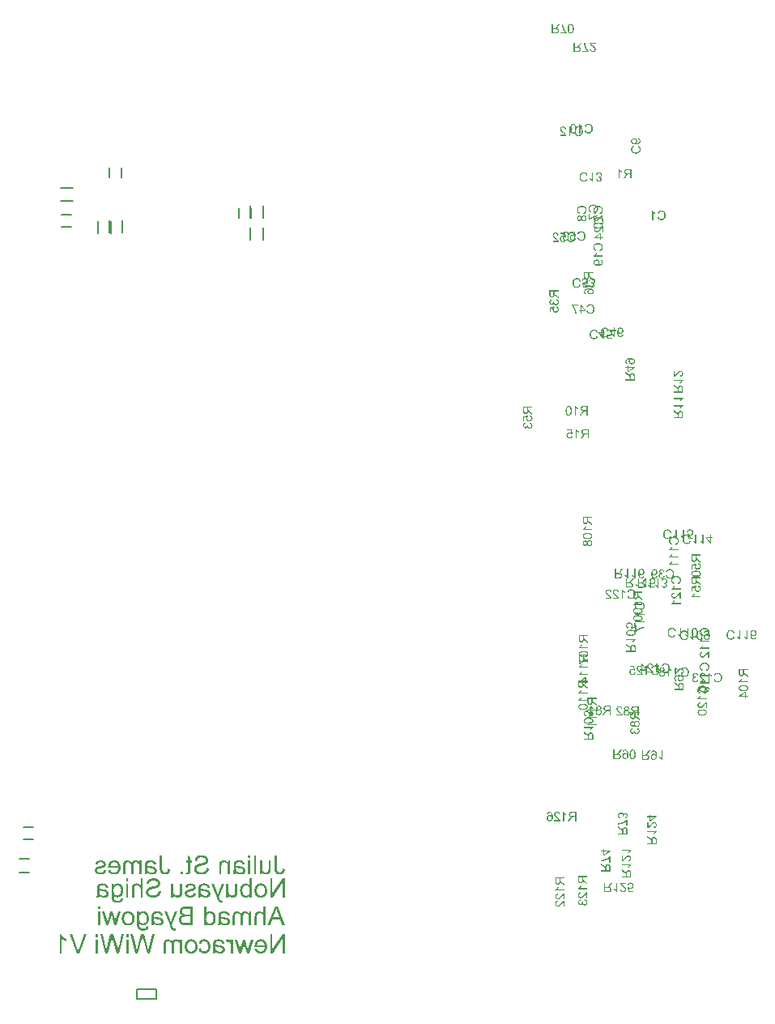
<source format=gbo>
G04*
G04 #@! TF.GenerationSoftware,Altium Limited,Altium Designer,24.2.2 (26)*
G04*
G04 Layer_Color=39423*
%FSLAX44Y44*%
%MOMM*%
G71*
G04*
G04 #@! TF.SameCoordinates,1647D1FA-22C0-4C44-882E-AE6E89F1C5CA*
G04*
G04*
G04 #@! TF.FilePolarity,Positive*
G04*
G01*
G75*
%ADD11C,0.2000*%
%ADD16C,0.1500*%
G36*
X368520Y237120D02*
X366122D01*
Y239857D01*
X368520D01*
Y237120D01*
D02*
G37*
G36*
X248785Y234778D02*
X249265Y234693D01*
X249688Y234609D01*
X250055Y234496D01*
X250366Y234355D01*
X250591Y234270D01*
X250732Y234185D01*
X250789Y234157D01*
X251184Y233903D01*
X251523Y233621D01*
X251833Y233339D01*
X252087Y233057D01*
X252285Y232831D01*
X252454Y232633D01*
X252539Y232520D01*
X252567Y232464D01*
Y234496D01*
X254711D01*
Y220330D01*
X252313D01*
Y227667D01*
X252285Y228344D01*
X252256Y228937D01*
X252200Y229444D01*
X252115Y229868D01*
X252031Y230178D01*
X251974Y230404D01*
X251946Y230545D01*
X251918Y230601D01*
X251748Y230968D01*
X251551Y231279D01*
X251353Y231561D01*
X251156Y231787D01*
X250958Y231956D01*
X250817Y232069D01*
X250704Y232153D01*
X250676Y232182D01*
X250337Y232351D01*
X250027Y232492D01*
X249688Y232577D01*
X249406Y232661D01*
X249180Y232690D01*
X248983Y232718D01*
X248814D01*
X248334Y232690D01*
X247939Y232605D01*
X247600Y232464D01*
X247346Y232323D01*
X247149Y232153D01*
X247008Y232041D01*
X246923Y231928D01*
X246895Y231900D01*
X246697Y231561D01*
X246556Y231194D01*
X246443Y230799D01*
X246387Y230404D01*
X246330Y230065D01*
X246302Y229755D01*
Y229642D01*
Y229585D01*
Y229529D01*
Y229501D01*
Y220330D01*
X243903D01*
Y228541D01*
X243847Y229303D01*
X243734Y229952D01*
X243593Y230488D01*
X243395Y230940D01*
X243226Y231279D01*
X243057Y231504D01*
X242944Y231646D01*
X242916Y231702D01*
X242521Y232041D01*
X242097Y232295D01*
X241674Y232464D01*
X241279Y232605D01*
X240940Y232661D01*
X240658Y232690D01*
X240545Y232718D01*
X240404D01*
X240094Y232690D01*
X239840Y232661D01*
X239586Y232605D01*
X239388Y232520D01*
X239191Y232436D01*
X239078Y232379D01*
X238993Y232351D01*
X238965Y232323D01*
X238739Y232153D01*
X238570Y231984D01*
X238429Y231815D01*
X238316Y231646D01*
X238231Y231504D01*
X238175Y231392D01*
X238118Y231307D01*
Y231279D01*
X238034Y231025D01*
X237977Y230686D01*
X237949Y230347D01*
X237921Y230009D01*
X237893Y229698D01*
Y229444D01*
Y229275D01*
Y229247D01*
Y229219D01*
Y220330D01*
X235494D01*
Y230037D01*
Y230488D01*
X235550Y230884D01*
X235607Y231279D01*
X235663Y231617D01*
X235748Y231956D01*
X235861Y232238D01*
X235945Y232492D01*
X236058Y232746D01*
X236171Y232944D01*
X236256Y233141D01*
X236453Y233395D01*
X236566Y233564D01*
X236623Y233621D01*
X237074Y234016D01*
X237610Y234298D01*
X238147Y234524D01*
X238655Y234665D01*
X239134Y234750D01*
X239332Y234778D01*
X239529D01*
X239671Y234806D01*
X239868D01*
X240376Y234778D01*
X240828Y234693D01*
X241279Y234580D01*
X241702Y234411D01*
X242097Y234214D01*
X242464Y234016D01*
X242775Y233790D01*
X243085Y233564D01*
X243367Y233311D01*
X243593Y233085D01*
X243790Y232887D01*
X243960Y232690D01*
X244101Y232520D01*
X244186Y232407D01*
X244242Y232323D01*
X244270Y232295D01*
X244440Y232718D01*
X244665Y233085D01*
X244919Y233395D01*
X245145Y233649D01*
X245371Y233875D01*
X245540Y234016D01*
X245653Y234101D01*
X245709Y234129D01*
X246105Y234355D01*
X246528Y234524D01*
X246951Y234637D01*
X247374Y234722D01*
X247713Y234778D01*
X248023Y234806D01*
X248277D01*
X248785Y234778D01*
D02*
G37*
G36*
X357148D02*
X357741Y234722D01*
X358305Y234637D01*
X358756Y234552D01*
X359151Y234468D01*
X359434Y234383D01*
X359547Y234355D01*
X359631Y234326D01*
X359659Y234298D01*
X359688D01*
X360167Y234101D01*
X360591Y233847D01*
X360957Y233621D01*
X361268Y233395D01*
X361494Y233169D01*
X361663Y233000D01*
X361776Y232887D01*
X361804Y232859D01*
X362058Y232492D01*
X362284Y232097D01*
X362453Y231702D01*
X362594Y231335D01*
X362707Y230968D01*
X362792Y230714D01*
X362820Y230601D01*
Y230517D01*
X362848Y230488D01*
Y230460D01*
X360506Y230150D01*
X360337Y230658D01*
X360167Y231109D01*
X359970Y231476D01*
X359800Y231758D01*
X359631Y231984D01*
X359490Y232125D01*
X359377Y232210D01*
X359349Y232238D01*
X359010Y232436D01*
X358615Y232577D01*
X358192Y232690D01*
X357797Y232746D01*
X357402Y232803D01*
X357120Y232831D01*
X356837D01*
X356188Y232803D01*
X355624Y232718D01*
X355173Y232577D01*
X354777Y232436D01*
X354495Y232266D01*
X354269Y232153D01*
X354128Y232041D01*
X354100Y232012D01*
X353874Y231758D01*
X353705Y231448D01*
X353564Y231109D01*
X353479Y230771D01*
X353423Y230460D01*
X353395Y230178D01*
Y230009D01*
Y229981D01*
Y229952D01*
Y229896D01*
Y229783D01*
Y229585D01*
X353423Y229416D01*
Y229360D01*
Y229331D01*
X353705Y229247D01*
X354016Y229162D01*
X354664Y228993D01*
X355398Y228852D01*
X356076Y228711D01*
X356414Y228654D01*
X356725Y228626D01*
X357007Y228570D01*
X357233Y228541D01*
X357430Y228513D01*
X357571D01*
X357684Y228485D01*
X357712D01*
X358220Y228428D01*
X358643Y228344D01*
X359010Y228287D01*
X359292Y228231D01*
X359518Y228203D01*
X359688Y228146D01*
X359800Y228118D01*
X359829D01*
X360196Y228005D01*
X360506Y227892D01*
X360816Y227751D01*
X361070Y227638D01*
X361296Y227526D01*
X361437Y227413D01*
X361550Y227356D01*
X361578Y227328D01*
X361861Y227130D01*
X362086Y226905D01*
X362312Y226679D01*
X362481Y226453D01*
X362622Y226256D01*
X362735Y226086D01*
X362792Y225973D01*
X362820Y225945D01*
X362961Y225635D01*
X363074Y225296D01*
X363159Y224986D01*
X363215Y224675D01*
X363243Y224421D01*
X363271Y224224D01*
Y224111D01*
Y224055D01*
X363243Y223716D01*
X363215Y223434D01*
X363074Y222841D01*
X362876Y222361D01*
X362651Y221938D01*
X362425Y221599D01*
X362227Y221346D01*
X362086Y221204D01*
X362030Y221148D01*
X361522Y220781D01*
X360957Y220499D01*
X360337Y220301D01*
X359772Y220160D01*
X359264Y220076D01*
X359039Y220047D01*
X358841D01*
X358672Y220019D01*
X358446D01*
X357938Y220047D01*
X357430Y220104D01*
X356978Y220160D01*
X356584Y220245D01*
X356273Y220330D01*
X356019Y220414D01*
X355850Y220442D01*
X355793Y220471D01*
X355314Y220668D01*
X354862Y220922D01*
X354439Y221204D01*
X354016Y221458D01*
X353677Y221712D01*
X353423Y221910D01*
X353254Y222051D01*
X353225Y222107D01*
X353197D01*
X353141Y221740D01*
X353084Y221402D01*
X353028Y221091D01*
X352943Y220837D01*
X352859Y220612D01*
X352802Y220471D01*
X352774Y220358D01*
X352746Y220330D01*
X350234D01*
X350375Y220640D01*
X350516Y220950D01*
X350629Y221233D01*
X350686Y221487D01*
X350770Y221712D01*
X350798Y221882D01*
X350827Y221994D01*
Y222023D01*
X350855Y222220D01*
X350883Y222474D01*
Y222756D01*
X350911Y223067D01*
X350940Y223772D01*
Y224478D01*
X350968Y225155D01*
Y225466D01*
Y225720D01*
Y225945D01*
Y226115D01*
Y226227D01*
Y226256D01*
Y229473D01*
Y230009D01*
X350996Y230488D01*
X351024Y230855D01*
Y231166D01*
X351053Y231392D01*
X351081Y231561D01*
X351109Y231646D01*
Y231674D01*
X351194Y232041D01*
X351306Y232351D01*
X351419Y232605D01*
X351560Y232859D01*
X351673Y233028D01*
X351758Y233169D01*
X351814Y233254D01*
X351843Y233282D01*
X352068Y233508D01*
X352322Y233734D01*
X352604Y233903D01*
X352887Y234072D01*
X353141Y234185D01*
X353338Y234270D01*
X353479Y234326D01*
X353536Y234355D01*
X353987Y234496D01*
X354467Y234609D01*
X354947Y234693D01*
X355426Y234750D01*
X355850Y234778D01*
X356160Y234806D01*
X356471D01*
X357148Y234778D01*
D02*
G37*
G36*
X264560D02*
X265153Y234722D01*
X265717Y234637D01*
X266168Y234552D01*
X266564Y234468D01*
X266846Y234383D01*
X266959Y234355D01*
X267043Y234326D01*
X267071Y234298D01*
X267100D01*
X267579Y234101D01*
X268003Y233847D01*
X268370Y233621D01*
X268680Y233395D01*
X268906Y233169D01*
X269075Y233000D01*
X269188Y232887D01*
X269216Y232859D01*
X269470Y232492D01*
X269696Y232097D01*
X269865Y231702D01*
X270006Y231335D01*
X270119Y230968D01*
X270204Y230714D01*
X270232Y230601D01*
Y230517D01*
X270260Y230488D01*
Y230460D01*
X267918Y230150D01*
X267749Y230658D01*
X267579Y231109D01*
X267382Y231476D01*
X267213Y231758D01*
X267043Y231984D01*
X266902Y232125D01*
X266789Y232210D01*
X266761Y232238D01*
X266423Y232436D01*
X266027Y232577D01*
X265604Y232690D01*
X265209Y232746D01*
X264814Y232803D01*
X264532Y232831D01*
X264250D01*
X263601Y232803D01*
X263036Y232718D01*
X262585Y232577D01*
X262190Y232436D01*
X261907Y232266D01*
X261682Y232153D01*
X261541Y232041D01*
X261512Y232012D01*
X261287Y231758D01*
X261117Y231448D01*
X260976Y231109D01*
X260891Y230771D01*
X260835Y230460D01*
X260807Y230178D01*
Y230009D01*
Y229981D01*
Y229952D01*
Y229896D01*
Y229783D01*
Y229585D01*
X260835Y229416D01*
Y229360D01*
Y229331D01*
X261117Y229247D01*
X261428Y229162D01*
X262077Y228993D01*
X262810Y228852D01*
X263488Y228711D01*
X263826Y228654D01*
X264137Y228626D01*
X264419Y228570D01*
X264645Y228541D01*
X264842Y228513D01*
X264983D01*
X265096Y228485D01*
X265124D01*
X265632Y228428D01*
X266056Y228344D01*
X266423Y228287D01*
X266705Y228231D01*
X266930Y228203D01*
X267100Y228146D01*
X267213Y228118D01*
X267241D01*
X267608Y228005D01*
X267918Y227892D01*
X268228Y227751D01*
X268482Y227638D01*
X268708Y227526D01*
X268849Y227413D01*
X268962Y227356D01*
X268990Y227328D01*
X269273Y227130D01*
X269498Y226905D01*
X269724Y226679D01*
X269893Y226453D01*
X270035Y226256D01*
X270147Y226086D01*
X270204Y225973D01*
X270232Y225945D01*
X270373Y225635D01*
X270486Y225296D01*
X270571Y224986D01*
X270627Y224675D01*
X270655Y224421D01*
X270684Y224224D01*
Y224111D01*
Y224055D01*
X270655Y223716D01*
X270627Y223434D01*
X270486Y222841D01*
X270289Y222361D01*
X270063Y221938D01*
X269837Y221599D01*
X269639Y221346D01*
X269498Y221204D01*
X269442Y221148D01*
X268934Y220781D01*
X268370Y220499D01*
X267749Y220301D01*
X267184Y220160D01*
X266677Y220076D01*
X266451Y220047D01*
X266253D01*
X266084Y220019D01*
X265858D01*
X265350Y220047D01*
X264842Y220104D01*
X264391Y220160D01*
X263996Y220245D01*
X263685Y220330D01*
X263431Y220414D01*
X263262Y220442D01*
X263206Y220471D01*
X262726Y220668D01*
X262274Y220922D01*
X261851Y221204D01*
X261428Y221458D01*
X261089Y221712D01*
X260835Y221910D01*
X260666Y222051D01*
X260637Y222107D01*
X260609D01*
X260553Y221740D01*
X260496Y221402D01*
X260440Y221091D01*
X260355Y220837D01*
X260271Y220612D01*
X260214Y220471D01*
X260186Y220358D01*
X260158Y220330D01*
X257646D01*
X257787Y220640D01*
X257928Y220950D01*
X258041Y221233D01*
X258098Y221487D01*
X258182Y221712D01*
X258211Y221882D01*
X258239Y221994D01*
Y222023D01*
X258267Y222220D01*
X258295Y222474D01*
Y222756D01*
X258323Y223067D01*
X258352Y223772D01*
Y224478D01*
X258380Y225155D01*
Y225466D01*
Y225720D01*
Y225945D01*
Y226115D01*
Y226227D01*
Y226256D01*
Y229473D01*
Y230009D01*
X258408Y230488D01*
X258436Y230855D01*
Y231166D01*
X258465Y231392D01*
X258493Y231561D01*
X258521Y231646D01*
Y231674D01*
X258606Y232041D01*
X258719Y232351D01*
X258832Y232605D01*
X258973Y232859D01*
X259085Y233028D01*
X259170Y233169D01*
X259226Y233254D01*
X259255Y233282D01*
X259480Y233508D01*
X259734Y233734D01*
X260017Y233903D01*
X260299Y234072D01*
X260553Y234185D01*
X260750Y234270D01*
X260891Y234326D01*
X260948Y234355D01*
X261399Y234496D01*
X261879Y234609D01*
X262359Y234693D01*
X262839Y234750D01*
X263262Y234778D01*
X263572Y234806D01*
X263883D01*
X264560Y234778D01*
D02*
G37*
G36*
X305901Y237995D02*
Y234496D01*
X307679D01*
Y232633D01*
X305901D01*
Y224450D01*
Y224055D01*
Y223716D01*
X305873Y223405D01*
X305845Y223095D01*
Y222841D01*
X305817Y222615D01*
X305760Y222248D01*
X305704Y221966D01*
X305676Y221769D01*
X305619Y221656D01*
Y221628D01*
X305506Y221374D01*
X305337Y221176D01*
X305168Y220979D01*
X305027Y220837D01*
X304857Y220696D01*
X304744Y220612D01*
X304660Y220555D01*
X304632Y220527D01*
X304321Y220386D01*
X304011Y220301D01*
X303672Y220217D01*
X303333Y220189D01*
X303051Y220160D01*
X302826Y220132D01*
X302600D01*
X301979Y220160D01*
X301668Y220189D01*
X301386Y220245D01*
X301132Y220273D01*
X300935Y220301D01*
X300822Y220330D01*
X300765D01*
X301076Y222446D01*
X301302Y222418D01*
X301527Y222390D01*
X301725D01*
X301866Y222361D01*
X302148D01*
X302515Y222390D01*
X302769Y222446D01*
X302910Y222502D01*
X302967Y222531D01*
X303164Y222672D01*
X303277Y222813D01*
X303362Y222926D01*
X303390Y222982D01*
X303418Y223123D01*
X303446Y223321D01*
X303475Y223772D01*
X303503Y223970D01*
Y224139D01*
Y224252D01*
Y224308D01*
Y232633D01*
X301076D01*
Y234496D01*
X303503D01*
Y239434D01*
X305901Y237995D01*
D02*
G37*
G36*
X389826Y225720D02*
Y225183D01*
X389798Y224704D01*
X389770Y224337D01*
X389741Y223998D01*
Y223772D01*
X389713Y223603D01*
X389685Y223490D01*
Y223462D01*
X389600Y223095D01*
X389487Y222756D01*
X389374Y222446D01*
X389233Y222192D01*
X389120Y221966D01*
X389036Y221825D01*
X388979Y221712D01*
X388951Y221684D01*
X388725Y221430D01*
X388471Y221204D01*
X388217Y221007D01*
X387935Y220837D01*
X387710Y220696D01*
X387512Y220583D01*
X387399Y220527D01*
X387343Y220499D01*
X386919Y220330D01*
X386524Y220217D01*
X386129Y220132D01*
X385762Y220076D01*
X385452Y220047D01*
X385198Y220019D01*
X385000D01*
X384492Y220047D01*
X383984Y220132D01*
X383533Y220245D01*
X383082Y220386D01*
X382686Y220583D01*
X382320Y220781D01*
X381981Y220979D01*
X381670Y221204D01*
X381388Y221430D01*
X381163Y221628D01*
X380965Y221853D01*
X380796Y222023D01*
X380655Y222164D01*
X380570Y222277D01*
X380513Y222361D01*
X380485Y222390D01*
Y220330D01*
X378341D01*
Y234496D01*
X380739D01*
Y226905D01*
X380768Y226256D01*
X380796Y225691D01*
X380852Y225212D01*
X380937Y224816D01*
X381021Y224506D01*
X381078Y224280D01*
X381106Y224167D01*
X381134Y224111D01*
X381304Y223772D01*
X381501Y223490D01*
X381727Y223236D01*
X381953Y223010D01*
X382150Y222841D01*
X382320Y222728D01*
X382432Y222644D01*
X382489Y222615D01*
X382856Y222446D01*
X383223Y222305D01*
X383561Y222220D01*
X383872Y222136D01*
X384126Y222107D01*
X384323Y222079D01*
X384521D01*
X384916Y222107D01*
X385254Y222164D01*
X385565Y222248D01*
X385819Y222361D01*
X386045Y222446D01*
X386186Y222531D01*
X386298Y222587D01*
X386327Y222615D01*
X386581Y222841D01*
X386778Y223067D01*
X386948Y223321D01*
X387089Y223547D01*
X387173Y223772D01*
X387230Y223942D01*
X387286Y224055D01*
Y224083D01*
X387343Y224393D01*
X387371Y224760D01*
X387399Y225183D01*
Y225607D01*
X387427Y226002D01*
Y226312D01*
Y226453D01*
Y226538D01*
Y226594D01*
Y226623D01*
Y234496D01*
X389826D01*
Y225720D01*
D02*
G37*
G36*
X226690Y234778D02*
X227197Y234722D01*
X227677Y234637D01*
X228129Y234496D01*
X228552Y234355D01*
X228947Y234185D01*
X229314Y234016D01*
X229624Y233818D01*
X229935Y233649D01*
X230189Y233452D01*
X230415Y233282D01*
X230584Y233141D01*
X230725Y233000D01*
X230838Y232915D01*
X230894Y232859D01*
X230923Y232831D01*
X231233Y232436D01*
X231515Y232012D01*
X231769Y231589D01*
X231995Y231138D01*
X232164Y230658D01*
X232305Y230206D01*
X232531Y229303D01*
X232616Y228908D01*
X232672Y228513D01*
X232700Y228174D01*
X232729Y227864D01*
X232757Y227610D01*
Y227441D01*
Y227300D01*
Y227271D01*
X232729Y226651D01*
X232672Y226058D01*
X232587Y225494D01*
X232474Y224986D01*
X232333Y224506D01*
X232192Y224055D01*
X232023Y223659D01*
X231854Y223293D01*
X231684Y222982D01*
X231515Y222700D01*
X231374Y222474D01*
X231233Y222277D01*
X231120Y222107D01*
X231035Y221994D01*
X230979Y221938D01*
X230951Y221910D01*
X230584Y221571D01*
X230217Y221289D01*
X229822Y221035D01*
X229399Y220809D01*
X229004Y220640D01*
X228580Y220471D01*
X227790Y220245D01*
X227423Y220189D01*
X227085Y220132D01*
X226774Y220076D01*
X226520Y220047D01*
X226323Y220019D01*
X226012D01*
X225138Y220076D01*
X224347Y220217D01*
X223642Y220386D01*
X223360Y220499D01*
X223078Y220612D01*
X222824Y220725D01*
X222598Y220837D01*
X222428Y220922D01*
X222259Y221007D01*
X222146Y221091D01*
X222062Y221148D01*
X222005Y221204D01*
X221977D01*
X221413Y221712D01*
X220961Y222248D01*
X220566Y222813D01*
X220284Y223349D01*
X220058Y223829D01*
X219973Y224055D01*
X219889Y224224D01*
X219832Y224393D01*
X219804Y224506D01*
X219776Y224562D01*
Y224591D01*
X222259Y224901D01*
X222485Y224365D01*
X222739Y223913D01*
X222993Y223518D01*
X223219Y223208D01*
X223416Y222982D01*
X223585Y222813D01*
X223727Y222700D01*
X223755Y222672D01*
X224122Y222446D01*
X224489Y222277D01*
X224883Y222164D01*
X225222Y222079D01*
X225533Y222023D01*
X225786Y221994D01*
X226012D01*
X226351Y222023D01*
X226661Y222051D01*
X227226Y222192D01*
X227734Y222390D01*
X228185Y222615D01*
X228524Y222813D01*
X228778Y223010D01*
X228947Y223151D01*
X228975Y223208D01*
X229004D01*
X229399Y223716D01*
X229709Y224280D01*
X229935Y224901D01*
X230104Y225466D01*
X230189Y225973D01*
X230245Y226199D01*
X230273Y226397D01*
Y226566D01*
X230302Y226679D01*
Y226764D01*
Y226792D01*
X219719D01*
X219691Y227074D01*
Y227271D01*
Y227384D01*
Y227413D01*
X219719Y228062D01*
X219776Y228654D01*
X219860Y229219D01*
X219973Y229755D01*
X220114Y230235D01*
X220256Y230686D01*
X220425Y231081D01*
X220594Y231448D01*
X220763Y231787D01*
X220933Y232069D01*
X221074Y232295D01*
X221215Y232492D01*
X221328Y232661D01*
X221413Y232774D01*
X221469Y232831D01*
X221497Y232859D01*
X221836Y233198D01*
X222203Y233508D01*
X222598Y233762D01*
X222993Y233988D01*
X223388Y234185D01*
X223755Y234326D01*
X224150Y234468D01*
X224489Y234552D01*
X224855Y234637D01*
X225166Y234693D01*
X225448Y234750D01*
X225674Y234778D01*
X225871Y234806D01*
X226153D01*
X226690Y234778D01*
D02*
G37*
G36*
X374644Y220330D02*
X372245D01*
Y239857D01*
X374644D01*
Y220330D01*
D02*
G37*
G36*
X368520D02*
X366122D01*
Y234496D01*
X368520D01*
Y220330D01*
D02*
G37*
G36*
X341176Y234778D02*
X341684Y234693D01*
X342135Y234580D01*
X342587Y234439D01*
X342982Y234270D01*
X343349Y234072D01*
X343687Y233847D01*
X343969Y233649D01*
X344252Y233423D01*
X344477Y233198D01*
X344675Y233000D01*
X344844Y232831D01*
X344957Y232690D01*
X345042Y232577D01*
X345098Y232492D01*
X345126Y232464D01*
Y234496D01*
X347271D01*
Y220330D01*
X344872D01*
Y228034D01*
Y228513D01*
X344816Y228993D01*
X344759Y229388D01*
X344703Y229755D01*
X344618Y230093D01*
X344534Y230404D01*
X344421Y230686D01*
X344308Y230912D01*
X344223Y231109D01*
X344110Y231279D01*
X344026Y231420D01*
X343941Y231533D01*
X343828Y231674D01*
X343772Y231730D01*
X343349Y232069D01*
X342897Y232295D01*
X342445Y232464D01*
X342051Y232605D01*
X341684Y232661D01*
X341401Y232690D01*
X341288Y232718D01*
X341147D01*
X340809Y232690D01*
X340470Y232661D01*
X340188Y232577D01*
X339962Y232492D01*
X339765Y232407D01*
X339595Y232351D01*
X339511Y232295D01*
X339482Y232266D01*
X339229Y232097D01*
X339003Y231900D01*
X338834Y231702D01*
X338692Y231533D01*
X338608Y231363D01*
X338523Y231222D01*
X338467Y231138D01*
Y231109D01*
X338382Y230799D01*
X338297Y230460D01*
X338241Y230093D01*
X338213Y229727D01*
X338184Y229416D01*
Y229162D01*
Y228965D01*
Y228937D01*
Y228908D01*
Y220330D01*
X335786D01*
Y229021D01*
Y229614D01*
X335814Y230093D01*
X335842Y230488D01*
Y230827D01*
X335870Y231053D01*
X335899Y231222D01*
X335927Y231335D01*
Y231363D01*
X336012Y231730D01*
X336153Y232069D01*
X336265Y232351D01*
X336378Y232633D01*
X336520Y232831D01*
X336604Y232972D01*
X336661Y233085D01*
X336689Y233113D01*
X336914Y233395D01*
X337169Y233621D01*
X337422Y233847D01*
X337705Y234016D01*
X337930Y234157D01*
X338128Y234242D01*
X338241Y234298D01*
X338297Y234326D01*
X338692Y234496D01*
X339116Y234609D01*
X339511Y234693D01*
X339878Y234750D01*
X340188Y234778D01*
X340414Y234806D01*
X340639D01*
X341176Y234778D01*
D02*
G37*
G36*
X298028Y220330D02*
X295291D01*
Y223067D01*
X298028D01*
Y220330D01*
D02*
G37*
G36*
X212918Y234750D02*
X213257Y234722D01*
X213568Y234665D01*
X213822Y234609D01*
X214019Y234552D01*
X214132Y234524D01*
X214188Y234496D01*
X214527Y234383D01*
X214837Y234270D01*
X215091Y234157D01*
X215317Y234044D01*
X215487Y233960D01*
X215599Y233875D01*
X215684Y233847D01*
X215712Y233818D01*
X215994Y233621D01*
X216220Y233395D01*
X216418Y233141D01*
X216587Y232944D01*
X216728Y232746D01*
X216813Y232605D01*
X216869Y232492D01*
X216897Y232464D01*
X217038Y232153D01*
X217151Y231871D01*
X217208Y231561D01*
X217264Y231307D01*
X217292Y231053D01*
X217321Y230884D01*
Y230771D01*
Y230714D01*
X217292Y230319D01*
X217236Y229981D01*
X217151Y229642D01*
X217067Y229360D01*
X216982Y229134D01*
X216897Y228937D01*
X216841Y228824D01*
X216813Y228795D01*
X216587Y228485D01*
X216333Y228231D01*
X216079Y228005D01*
X215825Y227808D01*
X215599Y227667D01*
X215430Y227554D01*
X215317Y227497D01*
X215261Y227469D01*
X215063Y227384D01*
X214809Y227271D01*
X214245Y227074D01*
X213652Y226905D01*
X213031Y226707D01*
X212495Y226566D01*
X212241Y226481D01*
X212015Y226425D01*
X211846Y226369D01*
X211705Y226340D01*
X211620Y226312D01*
X211592D01*
X211225Y226227D01*
X210915Y226143D01*
X210633Y226058D01*
X210379Y225973D01*
X210153Y225917D01*
X209956Y225832D01*
X209617Y225720D01*
X209391Y225635D01*
X209250Y225550D01*
X209165Y225522D01*
X209137Y225494D01*
X208883Y225324D01*
X208714Y225099D01*
X208573Y224901D01*
X208488Y224704D01*
X208432Y224506D01*
X208403Y224365D01*
Y224252D01*
Y224224D01*
X208432Y223885D01*
X208516Y223603D01*
X208657Y223321D01*
X208799Y223095D01*
X208968Y222897D01*
X209081Y222756D01*
X209193Y222672D01*
X209222Y222644D01*
X209560Y222418D01*
X209927Y222277D01*
X210350Y222164D01*
X210746Y222079D01*
X211112Y222023D01*
X211395Y221994D01*
X211677D01*
X212269Y222023D01*
X212777Y222107D01*
X213201Y222220D01*
X213568Y222361D01*
X213850Y222502D01*
X214076Y222615D01*
X214188Y222700D01*
X214245Y222728D01*
X214555Y223039D01*
X214809Y223405D01*
X214979Y223772D01*
X215120Y224111D01*
X215233Y224421D01*
X215289Y224704D01*
X215345Y224873D01*
Y224901D01*
Y224929D01*
X217716Y224562D01*
X217518Y223772D01*
X217264Y223067D01*
X216954Y222502D01*
X216644Y222023D01*
X216361Y221628D01*
X216107Y221374D01*
X215938Y221204D01*
X215910Y221176D01*
X215882Y221148D01*
X215599Y220950D01*
X215289Y220781D01*
X214612Y220499D01*
X213906Y220301D01*
X213229Y220160D01*
X212918Y220104D01*
X212636Y220076D01*
X212354Y220047D01*
X212128D01*
X211931Y220019D01*
X211677D01*
X211056Y220047D01*
X210520Y220104D01*
X210012Y220189D01*
X209560Y220301D01*
X209193Y220414D01*
X208911Y220499D01*
X208742Y220555D01*
X208714Y220583D01*
X208686D01*
X208206Y220837D01*
X207811Y221091D01*
X207472Y221374D01*
X207162Y221628D01*
X206936Y221853D01*
X206795Y222051D01*
X206682Y222164D01*
X206654Y222220D01*
X206428Y222615D01*
X206259Y223039D01*
X206118Y223405D01*
X206033Y223744D01*
X205977Y224055D01*
X205948Y224280D01*
Y224421D01*
Y224478D01*
X205977Y224929D01*
X206033Y225324D01*
X206146Y225663D01*
X206231Y225973D01*
X206343Y226227D01*
X206456Y226397D01*
X206513Y226510D01*
X206541Y226538D01*
X206767Y226820D01*
X207021Y227074D01*
X207275Y227300D01*
X207529Y227469D01*
X207783Y227610D01*
X207952Y227695D01*
X208065Y227751D01*
X208121Y227780D01*
X208319Y227864D01*
X208545Y227949D01*
X209081Y228146D01*
X209673Y228344D01*
X210266Y228513D01*
X210802Y228682D01*
X211056Y228739D01*
X211254Y228795D01*
X211423Y228852D01*
X211564Y228880D01*
X211649Y228908D01*
X211677D01*
X211987Y228993D01*
X212269Y229078D01*
X212523Y229134D01*
X212749Y229219D01*
X213116Y229303D01*
X213398Y229388D01*
X213596Y229473D01*
X213709Y229501D01*
X213765Y229529D01*
X213793D01*
X214019Y229642D01*
X214217Y229727D01*
X214386Y229839D01*
X214499Y229924D01*
X214612Y230009D01*
X214668Y230093D01*
X214696Y230122D01*
X214725Y230150D01*
X214894Y230432D01*
X214979Y230714D01*
Y230827D01*
X215007Y230912D01*
Y230968D01*
Y230996D01*
X214979Y231250D01*
X214894Y231504D01*
X214781Y231730D01*
X214640Y231900D01*
X214527Y232069D01*
X214414Y232182D01*
X214329Y232238D01*
X214301Y232266D01*
X213991Y232464D01*
X213624Y232605D01*
X213229Y232690D01*
X212862Y232774D01*
X212495Y232803D01*
X212213Y232831D01*
X211931D01*
X211451Y232803D01*
X211000Y232746D01*
X210633Y232633D01*
X210350Y232520D01*
X210097Y232407D01*
X209927Y232295D01*
X209814Y232238D01*
X209786Y232210D01*
X209504Y231956D01*
X209306Y231674D01*
X209137Y231392D01*
X208996Y231138D01*
X208911Y230884D01*
X208855Y230686D01*
X208827Y230573D01*
Y230517D01*
X206485Y230827D01*
X206597Y231307D01*
X206710Y231730D01*
X206851Y232097D01*
X206992Y232436D01*
X207134Y232661D01*
X207246Y232859D01*
X207303Y232972D01*
X207331Y233000D01*
X207585Y233282D01*
X207867Y233536D01*
X208178Y233762D01*
X208488Y233960D01*
X208770Y234101D01*
X208996Y234214D01*
X209137Y234270D01*
X209165Y234298D01*
X209193D01*
X209673Y234468D01*
X210181Y234580D01*
X210661Y234693D01*
X211112Y234750D01*
X211536Y234778D01*
X211846Y234806D01*
X212523D01*
X212918Y234750D01*
D02*
G37*
G36*
X396288Y226397D02*
Y225804D01*
X396345Y225296D01*
X396373Y224873D01*
X396429Y224534D01*
X396486Y224280D01*
X396514Y224083D01*
X396570Y223970D01*
Y223942D01*
X396683Y223659D01*
X396824Y223434D01*
X396994Y223236D01*
X397135Y223039D01*
X397304Y222926D01*
X397417Y222813D01*
X397502Y222756D01*
X397530Y222728D01*
X397812Y222587D01*
X398094Y222474D01*
X398376Y222418D01*
X398630Y222361D01*
X398884Y222333D01*
X399054Y222305D01*
X399223D01*
X399674Y222333D01*
X400098Y222446D01*
X400436Y222559D01*
X400747Y222728D01*
X400973Y222869D01*
X401142Y223010D01*
X401255Y223095D01*
X401283Y223123D01*
X401424Y223293D01*
X401537Y223490D01*
X401706Y223942D01*
X401876Y224450D01*
X401960Y224958D01*
X402045Y225437D01*
Y225635D01*
X402073Y225804D01*
X402101Y225973D01*
Y226086D01*
Y226143D01*
Y226171D01*
X404444Y225832D01*
Y225296D01*
X404415Y224816D01*
X404331Y224337D01*
X404274Y223913D01*
X404161Y223518D01*
X404049Y223180D01*
X403936Y222841D01*
X403823Y222559D01*
X403682Y222305D01*
X403569Y222079D01*
X403456Y221882D01*
X403343Y221740D01*
X403258Y221628D01*
X403202Y221515D01*
X403174Y221487D01*
X403145Y221458D01*
X402863Y221204D01*
X402581Y220979D01*
X402271Y220781D01*
X401932Y220612D01*
X401283Y220358D01*
X400662Y220189D01*
X400070Y220076D01*
X399844Y220047D01*
X399618Y220019D01*
X399449Y219991D01*
X399195D01*
X398574Y220019D01*
X398009Y220104D01*
X397502Y220217D01*
X397050Y220358D01*
X396683Y220471D01*
X396429Y220583D01*
X396260Y220668D01*
X396203Y220696D01*
X395752Y220979D01*
X395357Y221317D01*
X395047Y221656D01*
X394764Y221966D01*
X394567Y222277D01*
X394426Y222502D01*
X394341Y222672D01*
X394313Y222700D01*
Y222728D01*
X394115Y223293D01*
X393946Y223885D01*
X393833Y224534D01*
X393777Y225155D01*
X393720Y225691D01*
Y225917D01*
X393692Y226143D01*
Y226312D01*
Y226425D01*
Y226510D01*
Y226538D01*
Y239857D01*
X396288D01*
Y226397D01*
D02*
G37*
G36*
X318205Y240168D02*
X318854Y240083D01*
X319475Y239970D01*
X320011Y239857D01*
X320434Y239744D01*
X320632Y239688D01*
X320773Y239632D01*
X320886Y239575D01*
X320971Y239547D01*
X321027Y239519D01*
X321055D01*
X321620Y239237D01*
X322128Y238926D01*
X322551Y238587D01*
X322890Y238277D01*
X323144Y237995D01*
X323341Y237769D01*
X323482Y237600D01*
X323510Y237572D01*
Y237543D01*
X323792Y237064D01*
X323990Y236584D01*
X324131Y236104D01*
X324216Y235681D01*
X324272Y235314D01*
X324329Y235032D01*
Y234919D01*
Y234834D01*
Y234806D01*
Y234778D01*
X324300Y234298D01*
X324216Y233847D01*
X324103Y233423D01*
X323990Y233057D01*
X323877Y232774D01*
X323764Y232549D01*
X323680Y232407D01*
X323651Y232351D01*
X323369Y231956D01*
X323031Y231589D01*
X322692Y231279D01*
X322353Y231025D01*
X322071Y230799D01*
X321817Y230658D01*
X321648Y230545D01*
X321620Y230517D01*
X321591D01*
X321366Y230404D01*
X321112Y230291D01*
X320547Y230093D01*
X319898Y229896D01*
X319277Y229698D01*
X318713Y229529D01*
X318459Y229473D01*
X318233Y229416D01*
X318064Y229360D01*
X317923Y229331D01*
X317838Y229303D01*
X317810D01*
X317330Y229190D01*
X316879Y229078D01*
X316484Y228965D01*
X316145Y228880D01*
X315806Y228795D01*
X315524Y228711D01*
X315270Y228654D01*
X315073Y228570D01*
X314875Y228513D01*
X314734Y228485D01*
X314508Y228400D01*
X314367Y228372D01*
X314339Y228344D01*
X313916Y228174D01*
X313549Y227977D01*
X313239Y227780D01*
X313013Y227610D01*
X312815Y227441D01*
X312702Y227328D01*
X312618Y227243D01*
X312589Y227215D01*
X312392Y226961D01*
X312251Y226679D01*
X312166Y226397D01*
X312082Y226171D01*
X312053Y225945D01*
X312025Y225776D01*
Y225635D01*
Y225607D01*
X312053Y225268D01*
X312110Y224958D01*
X312194Y224675D01*
X312307Y224450D01*
X312420Y224224D01*
X312505Y224083D01*
X312561Y223970D01*
X312589Y223942D01*
X312815Y223659D01*
X313097Y223434D01*
X313380Y223236D01*
X313633Y223039D01*
X313888Y222926D01*
X314085Y222813D01*
X314226Y222756D01*
X314283Y222728D01*
X314706Y222587D01*
X315157Y222474D01*
X315609Y222418D01*
X316004Y222361D01*
X316343Y222333D01*
X316625Y222305D01*
X316879D01*
X317500Y222333D01*
X318064Y222390D01*
X318572Y222474D01*
X319023Y222587D01*
X319390Y222700D01*
X319673Y222785D01*
X319757Y222813D01*
X319842Y222841D01*
X319870Y222869D01*
X319898D01*
X320350Y223095D01*
X320773Y223349D01*
X321083Y223603D01*
X321366Y223857D01*
X321591Y224055D01*
X321732Y224252D01*
X321817Y224365D01*
X321845Y224393D01*
X322043Y224760D01*
X322240Y225155D01*
X322353Y225578D01*
X322466Y225945D01*
X322551Y226312D01*
X322607Y226566D01*
Y226679D01*
X322635Y226764D01*
Y226792D01*
Y226820D01*
X325062Y226594D01*
X325006Y225889D01*
X324893Y225212D01*
X324724Y224619D01*
X324526Y224083D01*
X324329Y223659D01*
X324244Y223490D01*
X324188Y223349D01*
X324103Y223236D01*
X324075Y223151D01*
X324018Y223095D01*
Y223067D01*
X323595Y222531D01*
X323144Y222051D01*
X322664Y221656D01*
X322212Y221317D01*
X321817Y221063D01*
X321479Y220894D01*
X321366Y220837D01*
X321281Y220781D01*
X321225Y220753D01*
X321196D01*
X320491Y220499D01*
X319757Y220301D01*
X319023Y220189D01*
X318318Y220076D01*
X317979Y220047D01*
X317697Y220019D01*
X317443D01*
X317217Y219991D01*
X316766D01*
X316004Y220019D01*
X315299Y220104D01*
X314649Y220245D01*
X314113Y220386D01*
X313662Y220499D01*
X313464Y220583D01*
X313295Y220640D01*
X313182Y220696D01*
X313097Y220725D01*
X313041Y220753D01*
X313013D01*
X312420Y221063D01*
X311912Y221402D01*
X311461Y221769D01*
X311094Y222107D01*
X310812Y222390D01*
X310614Y222644D01*
X310473Y222813D01*
X310445Y222841D01*
Y222869D01*
X310134Y223405D01*
X309909Y223913D01*
X309767Y224393D01*
X309655Y224845D01*
X309598Y225240D01*
X309542Y225550D01*
Y225663D01*
Y225748D01*
Y225776D01*
Y225804D01*
X309570Y226369D01*
X309655Y226905D01*
X309796Y227384D01*
X309937Y227780D01*
X310106Y228118D01*
X310219Y228372D01*
X310332Y228513D01*
X310360Y228570D01*
X310699Y228993D01*
X311094Y229388D01*
X311517Y229727D01*
X311940Y230037D01*
X312307Y230263D01*
X312618Y230432D01*
X312731Y230488D01*
X312815Y230545D01*
X312872Y230573D01*
X312900D01*
X313126Y230686D01*
X313408Y230771D01*
X313718Y230884D01*
X314057Y230996D01*
X314762Y231194D01*
X315496Y231392D01*
X315835Y231476D01*
X316145Y231561D01*
X316455Y231646D01*
X316709Y231702D01*
X316907Y231758D01*
X317076Y231787D01*
X317189Y231815D01*
X317217D01*
X317782Y231956D01*
X318290Y232069D01*
X318741Y232210D01*
X319136Y232323D01*
X319503Y232464D01*
X319814Y232577D01*
X320096Y232690D01*
X320350Y232774D01*
X320547Y232887D01*
X320717Y232972D01*
X320830Y233028D01*
X320942Y233113D01*
X321083Y233198D01*
X321112Y233226D01*
X321366Y233508D01*
X321535Y233790D01*
X321676Y234072D01*
X321761Y234355D01*
X321817Y234580D01*
X321845Y234778D01*
Y234891D01*
Y234947D01*
X321789Y235399D01*
X321676Y235794D01*
X321507Y236132D01*
X321309Y236443D01*
X321140Y236669D01*
X320971Y236866D01*
X320858Y236979D01*
X320801Y237007D01*
X320575Y237148D01*
X320350Y237289D01*
X319814Y237515D01*
X319249Y237656D01*
X318685Y237769D01*
X318177Y237826D01*
X317951Y237854D01*
X317782Y237882D01*
X317387D01*
X316597Y237854D01*
X315891Y237741D01*
X315327Y237572D01*
X314847Y237402D01*
X314480Y237233D01*
X314198Y237064D01*
X314057Y236951D01*
X314000Y236923D01*
X313605Y236528D01*
X313295Y236104D01*
X313041Y235653D01*
X312872Y235201D01*
X312759Y234778D01*
X312674Y234468D01*
X312646Y234326D01*
X312618Y234242D01*
Y234185D01*
Y234157D01*
X310134Y234355D01*
X310191Y234975D01*
X310332Y235540D01*
X310473Y236076D01*
X310671Y236528D01*
X310840Y236894D01*
X310981Y237176D01*
X311037Y237261D01*
X311094Y237346D01*
X311122Y237374D01*
Y237402D01*
X311489Y237882D01*
X311884Y238305D01*
X312307Y238672D01*
X312731Y238954D01*
X313097Y239208D01*
X313380Y239349D01*
X313492Y239406D01*
X313577Y239462D01*
X313633Y239491D01*
X313662D01*
X314283Y239716D01*
X314960Y239886D01*
X315581Y240027D01*
X316173Y240111D01*
X316709Y240168D01*
X316907D01*
X317104Y240196D01*
X317471D01*
X318205Y240168D01*
D02*
G37*
G36*
X276384Y226397D02*
Y225804D01*
X276440Y225296D01*
X276469Y224873D01*
X276525Y224534D01*
X276581Y224280D01*
X276610Y224083D01*
X276666Y223970D01*
Y223942D01*
X276779Y223659D01*
X276920Y223434D01*
X277089Y223236D01*
X277230Y223039D01*
X277400Y222926D01*
X277513Y222813D01*
X277597Y222756D01*
X277626Y222728D01*
X277908Y222587D01*
X278190Y222474D01*
X278472Y222418D01*
X278726Y222361D01*
X278980Y222333D01*
X279149Y222305D01*
X279319D01*
X279770Y222333D01*
X280194Y222446D01*
X280532Y222559D01*
X280843Y222728D01*
X281068Y222869D01*
X281238Y223010D01*
X281350Y223095D01*
X281379Y223123D01*
X281520Y223293D01*
X281633Y223490D01*
X281802Y223942D01*
X281971Y224450D01*
X282056Y224958D01*
X282141Y225437D01*
Y225635D01*
X282169Y225804D01*
X282197Y225973D01*
Y226086D01*
Y226143D01*
Y226171D01*
X284539Y225832D01*
Y225296D01*
X284511Y224816D01*
X284426Y224337D01*
X284370Y223913D01*
X284257Y223518D01*
X284144Y223180D01*
X284031Y222841D01*
X283918Y222559D01*
X283777Y222305D01*
X283664Y222079D01*
X283552Y221882D01*
X283439Y221740D01*
X283354Y221628D01*
X283298Y221515D01*
X283270Y221487D01*
X283241Y221458D01*
X282959Y221204D01*
X282677Y220979D01*
X282366Y220781D01*
X282028Y220612D01*
X281379Y220358D01*
X280758Y220189D01*
X280165Y220076D01*
X279940Y220047D01*
X279714Y220019D01*
X279545Y219991D01*
X279291D01*
X278670Y220019D01*
X278105Y220104D01*
X277597Y220217D01*
X277146Y220358D01*
X276779Y220471D01*
X276525Y220583D01*
X276356Y220668D01*
X276299Y220696D01*
X275848Y220979D01*
X275453Y221317D01*
X275142Y221656D01*
X274860Y221966D01*
X274662Y222277D01*
X274521Y222502D01*
X274437Y222672D01*
X274409Y222700D01*
Y222728D01*
X274211Y223293D01*
X274042Y223885D01*
X273929Y224534D01*
X273872Y225155D01*
X273816Y225691D01*
Y225917D01*
X273788Y226143D01*
Y226312D01*
Y226425D01*
Y226510D01*
Y226538D01*
Y239857D01*
X276384D01*
Y226397D01*
D02*
G37*
G36*
X240884Y213009D02*
X238485D01*
Y215747D01*
X240884D01*
Y213009D01*
D02*
G37*
G36*
X369959Y196219D02*
X367730D01*
Y197997D01*
X367448Y197630D01*
X367166Y197320D01*
X366855Y197037D01*
X366517Y196783D01*
X366206Y196586D01*
X365868Y196416D01*
X365557Y196275D01*
X365247Y196162D01*
X364682Y196021D01*
X364428Y195965D01*
X364231Y195937D01*
X364062D01*
X363921Y195909D01*
X363808D01*
X363356Y195937D01*
X362905Y195993D01*
X362481Y196078D01*
X362086Y196219D01*
X361324Y196529D01*
X361014Y196727D01*
X360704Y196896D01*
X360421Y197094D01*
X360196Y197263D01*
X359998Y197432D01*
X359800Y197573D01*
X359659Y197715D01*
X359575Y197799D01*
X359518Y197856D01*
X359490Y197884D01*
X359180Y198279D01*
X358898Y198702D01*
X358643Y199125D01*
X358446Y199605D01*
X358277Y200057D01*
X358135Y200536D01*
X357910Y201439D01*
X357825Y201863D01*
X357769Y202258D01*
X357741Y202596D01*
X357712Y202907D01*
X357684Y203161D01*
Y203330D01*
Y203471D01*
Y203500D01*
X357712Y204064D01*
X357741Y204600D01*
X357825Y205080D01*
X357910Y205503D01*
X357994Y205870D01*
X358051Y206152D01*
X358079Y206237D01*
X358107Y206322D01*
X358135Y206350D01*
Y206378D01*
X358305Y206858D01*
X358502Y207309D01*
X358700Y207704D01*
X358898Y208043D01*
X359067Y208297D01*
X359208Y208494D01*
X359292Y208635D01*
X359321Y208664D01*
X359603Y209002D01*
X359942Y209313D01*
X360252Y209567D01*
X360562Y209764D01*
X360816Y209933D01*
X361042Y210075D01*
X361183Y210131D01*
X361240Y210159D01*
X361663Y210329D01*
X362114Y210470D01*
X362538Y210554D01*
X362905Y210639D01*
X363215Y210667D01*
X363469Y210695D01*
X363695D01*
X364118Y210667D01*
X364541Y210611D01*
X364936Y210526D01*
X365303Y210385D01*
X365952Y210103D01*
X366517Y209736D01*
X366742Y209567D01*
X366968Y209397D01*
X367137Y209228D01*
X367279Y209087D01*
X367420Y208946D01*
X367504Y208861D01*
X367533Y208805D01*
X367561Y208776D01*
Y215747D01*
X369959D01*
Y196219D01*
D02*
G37*
G36*
X256066D02*
X253667D01*
Y203951D01*
X253639Y204544D01*
X253611Y205052D01*
X253554Y205503D01*
X253470Y205870D01*
X253385Y206152D01*
X253329Y206378D01*
X253300Y206491D01*
X253272Y206547D01*
X253103Y206886D01*
X252905Y207196D01*
X252680Y207450D01*
X252454Y207676D01*
X252256Y207845D01*
X252087Y207958D01*
X251974Y208043D01*
X251946Y208071D01*
X251579Y208269D01*
X251240Y208410D01*
X250902Y208494D01*
X250620Y208579D01*
X250337Y208607D01*
X250140Y208635D01*
X249971D01*
X249463Y208607D01*
X249011Y208494D01*
X248644Y208382D01*
X248334Y208212D01*
X248080Y208071D01*
X247911Y207930D01*
X247798Y207817D01*
X247770Y207789D01*
X247516Y207450D01*
X247318Y207027D01*
X247177Y206604D01*
X247064Y206180D01*
X247008Y205785D01*
X246979Y205475D01*
Y205362D01*
Y205277D01*
Y205221D01*
Y205193D01*
Y196219D01*
X244581D01*
Y205165D01*
X244609Y205898D01*
X244665Y206547D01*
X244750Y207083D01*
X244835Y207535D01*
X244919Y207902D01*
X245004Y208156D01*
X245060Y208297D01*
X245089Y208353D01*
X245314Y208748D01*
X245568Y209087D01*
X245851Y209369D01*
X246105Y209623D01*
X246359Y209821D01*
X246556Y209962D01*
X246697Y210046D01*
X246754Y210075D01*
X247205Y210272D01*
X247657Y210441D01*
X248108Y210554D01*
X248531Y210611D01*
X248898Y210667D01*
X249209Y210695D01*
X249463D01*
X249914Y210667D01*
X250366Y210611D01*
X250789Y210526D01*
X251184Y210385D01*
X251918Y210075D01*
X252228Y209905D01*
X252510Y209736D01*
X252764Y209538D01*
X253018Y209369D01*
X253216Y209200D01*
X253357Y209059D01*
X253498Y208918D01*
X253583Y208833D01*
X253639Y208776D01*
X253667Y208748D01*
Y215747D01*
X256066D01*
Y196219D01*
D02*
G37*
G36*
X230302Y210667D02*
X230923Y210554D01*
X231487Y210385D01*
X231967Y210216D01*
X232362Y210046D01*
X232644Y209877D01*
X232757Y209821D01*
X232841Y209764D01*
X232870Y209736D01*
X232898D01*
X233378Y209369D01*
X233801Y208918D01*
X234168Y208494D01*
X234478Y208071D01*
X234704Y207676D01*
X234873Y207366D01*
X234930Y207253D01*
X234986Y207168D01*
X235014Y207112D01*
Y207083D01*
X235268Y206434D01*
X235438Y205785D01*
X235579Y205165D01*
X235663Y204600D01*
X235720Y204092D01*
Y203895D01*
X235748Y203697D01*
Y203556D01*
Y203443D01*
Y203387D01*
Y203358D01*
X235720Y202822D01*
X235692Y202286D01*
X235494Y201327D01*
X235381Y200875D01*
X235240Y200480D01*
X235099Y200085D01*
X234958Y199746D01*
X234817Y199408D01*
X234676Y199125D01*
X234535Y198900D01*
X234422Y198674D01*
X234309Y198533D01*
X234224Y198392D01*
X234196Y198335D01*
X234168Y198307D01*
X233857Y197940D01*
X233519Y197630D01*
X233152Y197348D01*
X232785Y197094D01*
X232390Y196896D01*
X232023Y196727D01*
X231656Y196586D01*
X231289Y196473D01*
X230951Y196388D01*
X230640Y196332D01*
X230358Y196275D01*
X230104Y196247D01*
X229907D01*
X229765Y196219D01*
X229624D01*
X229201Y196247D01*
X228778Y196304D01*
X228383Y196388D01*
X228016Y196501D01*
X227367Y196812D01*
X226774Y197150D01*
X226549Y197320D01*
X226323Y197489D01*
X226125Y197658D01*
X225984Y197799D01*
X225871Y197912D01*
X225786Y197997D01*
X225730Y198053D01*
X225702Y198081D01*
Y197658D01*
Y197291D01*
X225730Y196924D01*
Y196614D01*
Y196332D01*
X225758Y196078D01*
Y195852D01*
X225786Y195655D01*
X225815Y195372D01*
X225843Y195147D01*
X225871Y195034D01*
Y195005D01*
X226012Y194582D01*
X226210Y194215D01*
X226407Y193905D01*
X226605Y193623D01*
X226802Y193425D01*
X226972Y193256D01*
X227085Y193171D01*
X227113Y193143D01*
X227480Y192917D01*
X227903Y192748D01*
X228326Y192635D01*
X228721Y192550D01*
X229116Y192494D01*
X229399Y192466D01*
X229681D01*
X230217Y192494D01*
X230725Y192579D01*
X231148Y192691D01*
X231487Y192833D01*
X231769Y192945D01*
X231967Y193058D01*
X232080Y193143D01*
X232136Y193171D01*
X232362Y193369D01*
X232531Y193623D01*
X232672Y193877D01*
X232785Y194131D01*
X232841Y194385D01*
X232898Y194582D01*
X232926Y194695D01*
Y194751D01*
X235268Y195062D01*
Y194639D01*
X235212Y194272D01*
X235155Y193905D01*
X235071Y193566D01*
X234817Y192974D01*
X234535Y192494D01*
X234252Y192127D01*
X234027Y191873D01*
X233829Y191704D01*
X233801Y191676D01*
X233773Y191647D01*
X233152Y191252D01*
X232474Y190970D01*
X231797Y190773D01*
X231148Y190632D01*
X230838Y190575D01*
X230556Y190547D01*
X230330Y190519D01*
X230104D01*
X229935Y190490D01*
X229681D01*
X228919Y190519D01*
X228213Y190632D01*
X227593Y190744D01*
X227085Y190914D01*
X226661Y191055D01*
X226492Y191111D01*
X226351Y191196D01*
X226238Y191224D01*
X226153Y191280D01*
X226125Y191309D01*
X226097D01*
X225589Y191619D01*
X225138Y191986D01*
X224771Y192353D01*
X224460Y192691D01*
X224235Y193002D01*
X224093Y193256D01*
X223981Y193425D01*
X223952Y193453D01*
Y193482D01*
X223839Y193764D01*
X223727Y194074D01*
X223642Y194413D01*
X223557Y194780D01*
X223444Y195570D01*
X223360Y196332D01*
X223332Y196699D01*
X223303Y197037D01*
Y197348D01*
X223275Y197602D01*
Y197827D01*
Y197997D01*
Y198110D01*
Y198138D01*
Y210385D01*
X225476D01*
Y208635D01*
X225786Y209002D01*
X226125Y209313D01*
X226464Y209595D01*
X226802Y209821D01*
X227169Y210018D01*
X227508Y210187D01*
X227847Y210329D01*
X228157Y210441D01*
X228467Y210526D01*
X228750Y210583D01*
X229004Y210639D01*
X229201Y210667D01*
X229370Y210695D01*
X229624D01*
X230302Y210667D01*
D02*
G37*
G36*
X320575D02*
X321168Y210611D01*
X321732Y210526D01*
X322184Y210441D01*
X322579Y210357D01*
X322861Y210272D01*
X322974Y210244D01*
X323059Y210216D01*
X323087Y210187D01*
X323115D01*
X323595Y209990D01*
X324018Y209736D01*
X324385Y209510D01*
X324696Y209284D01*
X324921Y209059D01*
X325091Y208889D01*
X325204Y208776D01*
X325232Y208748D01*
X325486Y208382D01*
X325711Y207986D01*
X325881Y207591D01*
X326022Y207225D01*
X326135Y206858D01*
X326219Y206604D01*
X326248Y206491D01*
Y206406D01*
X326276Y206378D01*
Y206350D01*
X323934Y206039D01*
X323764Y206547D01*
X323595Y206999D01*
X323397Y207366D01*
X323228Y207648D01*
X323059Y207873D01*
X322918Y208015D01*
X322805Y208099D01*
X322777Y208127D01*
X322438Y208325D01*
X322043Y208466D01*
X321620Y208579D01*
X321225Y208635D01*
X320830Y208692D01*
X320547Y208720D01*
X320265D01*
X319616Y208692D01*
X319052Y208607D01*
X318600Y208466D01*
X318205Y208325D01*
X317923Y208156D01*
X317697Y208043D01*
X317556Y207930D01*
X317528Y207902D01*
X317302Y207648D01*
X317133Y207337D01*
X316992Y206999D01*
X316907Y206660D01*
X316850Y206350D01*
X316822Y206068D01*
Y205898D01*
Y205870D01*
Y205842D01*
Y205785D01*
Y205672D01*
Y205475D01*
X316850Y205306D01*
Y205249D01*
Y205221D01*
X317133Y205136D01*
X317443Y205052D01*
X318092Y204882D01*
X318826Y204741D01*
X319503Y204600D01*
X319842Y204544D01*
X320152Y204515D01*
X320434Y204459D01*
X320660Y204431D01*
X320858Y204403D01*
X320999D01*
X321112Y204374D01*
X321140D01*
X321648Y204318D01*
X322071Y204233D01*
X322438Y204177D01*
X322720Y204120D01*
X322946Y204092D01*
X323115Y204036D01*
X323228Y204007D01*
X323256D01*
X323623Y203895D01*
X323934Y203782D01*
X324244Y203641D01*
X324498Y203528D01*
X324724Y203415D01*
X324865Y203302D01*
X324978Y203246D01*
X325006Y203217D01*
X325288Y203020D01*
X325514Y202794D01*
X325740Y202568D01*
X325909Y202342D01*
X326050Y202145D01*
X326163Y201976D01*
X326219Y201863D01*
X326248Y201835D01*
X326389Y201524D01*
X326502Y201185D01*
X326586Y200875D01*
X326643Y200565D01*
X326671Y200311D01*
X326699Y200113D01*
Y200000D01*
Y199944D01*
X326671Y199605D01*
X326643Y199323D01*
X326502Y198730D01*
X326304Y198251D01*
X326078Y197827D01*
X325853Y197489D01*
X325655Y197235D01*
X325514Y197094D01*
X325457Y197037D01*
X324949Y196670D01*
X324385Y196388D01*
X323764Y196191D01*
X323200Y196050D01*
X322692Y195965D01*
X322466Y195937D01*
X322269D01*
X322099Y195909D01*
X321874D01*
X321366Y195937D01*
X320858Y195993D01*
X320406Y196050D01*
X320011Y196134D01*
X319701Y196219D01*
X319447Y196304D01*
X319277Y196332D01*
X319221Y196360D01*
X318741Y196558D01*
X318290Y196812D01*
X317866Y197094D01*
X317443Y197348D01*
X317104Y197602D01*
X316850Y197799D01*
X316681Y197940D01*
X316653Y197997D01*
X316625D01*
X316568Y197630D01*
X316512Y197291D01*
X316455Y196981D01*
X316371Y196727D01*
X316286Y196501D01*
X316230Y196360D01*
X316201Y196247D01*
X316173Y196219D01*
X313662D01*
X313803Y196529D01*
X313944Y196840D01*
X314057Y197122D01*
X314113Y197376D01*
X314198Y197602D01*
X314226Y197771D01*
X314254Y197884D01*
Y197912D01*
X314283Y198110D01*
X314311Y198364D01*
Y198646D01*
X314339Y198956D01*
X314367Y199662D01*
Y200367D01*
X314396Y201044D01*
Y201355D01*
Y201609D01*
Y201835D01*
Y202004D01*
Y202117D01*
Y202145D01*
Y205362D01*
Y205898D01*
X314424Y206378D01*
X314452Y206745D01*
Y207055D01*
X314480Y207281D01*
X314508Y207450D01*
X314537Y207535D01*
Y207563D01*
X314621Y207930D01*
X314734Y208240D01*
X314847Y208494D01*
X314988Y208748D01*
X315101Y208918D01*
X315186Y209059D01*
X315242Y209143D01*
X315270Y209172D01*
X315496Y209397D01*
X315750Y209623D01*
X316032Y209792D01*
X316314Y209962D01*
X316568Y210075D01*
X316766Y210159D01*
X316907Y210216D01*
X316963Y210244D01*
X317415Y210385D01*
X317895Y210498D01*
X318374Y210583D01*
X318854Y210639D01*
X319277Y210667D01*
X319588Y210695D01*
X319898D01*
X320575Y210667D01*
D02*
G37*
G36*
X214329D02*
X214922Y210611D01*
X215487Y210526D01*
X215938Y210441D01*
X216333Y210357D01*
X216615Y210272D01*
X216728Y210244D01*
X216813Y210216D01*
X216841Y210187D01*
X216869D01*
X217349Y209990D01*
X217772Y209736D01*
X218139Y209510D01*
X218449Y209284D01*
X218675Y209059D01*
X218845Y208889D01*
X218957Y208776D01*
X218986Y208748D01*
X219240Y208382D01*
X219465Y207986D01*
X219635Y207591D01*
X219776Y207225D01*
X219889Y206858D01*
X219973Y206604D01*
X220002Y206491D01*
Y206406D01*
X220030Y206378D01*
Y206350D01*
X217688Y206039D01*
X217518Y206547D01*
X217349Y206999D01*
X217151Y207366D01*
X216982Y207648D01*
X216813Y207873D01*
X216672Y208015D01*
X216559Y208099D01*
X216531Y208127D01*
X216192Y208325D01*
X215797Y208466D01*
X215374Y208579D01*
X214979Y208635D01*
X214583Y208692D01*
X214301Y208720D01*
X214019D01*
X213370Y208692D01*
X212806Y208607D01*
X212354Y208466D01*
X211959Y208325D01*
X211677Y208156D01*
X211451Y208043D01*
X211310Y207930D01*
X211282Y207902D01*
X211056Y207648D01*
X210887Y207337D01*
X210746Y206999D01*
X210661Y206660D01*
X210604Y206350D01*
X210576Y206068D01*
Y205898D01*
Y205870D01*
Y205842D01*
Y205785D01*
Y205672D01*
Y205475D01*
X210604Y205306D01*
Y205249D01*
Y205221D01*
X210887Y205136D01*
X211197Y205052D01*
X211846Y204882D01*
X212580Y204741D01*
X213257Y204600D01*
X213596Y204544D01*
X213906Y204515D01*
X214188Y204459D01*
X214414Y204431D01*
X214612Y204403D01*
X214753D01*
X214866Y204374D01*
X214894D01*
X215402Y204318D01*
X215825Y204233D01*
X216192Y204177D01*
X216474Y204120D01*
X216700Y204092D01*
X216869Y204036D01*
X216982Y204007D01*
X217010D01*
X217377Y203895D01*
X217688Y203782D01*
X217998Y203641D01*
X218252Y203528D01*
X218478Y203415D01*
X218619Y203302D01*
X218732Y203246D01*
X218760Y203217D01*
X219042Y203020D01*
X219268Y202794D01*
X219494Y202568D01*
X219663Y202342D01*
X219804Y202145D01*
X219917Y201976D01*
X219973Y201863D01*
X220002Y201835D01*
X220143Y201524D01*
X220256Y201185D01*
X220340Y200875D01*
X220397Y200565D01*
X220425Y200311D01*
X220453Y200113D01*
Y200000D01*
Y199944D01*
X220425Y199605D01*
X220397Y199323D01*
X220256Y198730D01*
X220058Y198251D01*
X219832Y197827D01*
X219606Y197489D01*
X219409Y197235D01*
X219268Y197094D01*
X219211Y197037D01*
X218703Y196670D01*
X218139Y196388D01*
X217518Y196191D01*
X216954Y196050D01*
X216446Y195965D01*
X216220Y195937D01*
X216023D01*
X215853Y195909D01*
X215628D01*
X215120Y195937D01*
X214612Y195993D01*
X214160Y196050D01*
X213765Y196134D01*
X213455Y196219D01*
X213201Y196304D01*
X213031Y196332D01*
X212975Y196360D01*
X212495Y196558D01*
X212044Y196812D01*
X211620Y197094D01*
X211197Y197348D01*
X210858Y197602D01*
X210604Y197799D01*
X210435Y197940D01*
X210407Y197997D01*
X210379D01*
X210322Y197630D01*
X210266Y197291D01*
X210209Y196981D01*
X210125Y196727D01*
X210040Y196501D01*
X209984Y196360D01*
X209956Y196247D01*
X209927Y196219D01*
X207416D01*
X207557Y196529D01*
X207698Y196840D01*
X207811Y197122D01*
X207867Y197376D01*
X207952Y197602D01*
X207980Y197771D01*
X208008Y197884D01*
Y197912D01*
X208036Y198110D01*
X208065Y198364D01*
Y198646D01*
X208093Y198956D01*
X208121Y199662D01*
Y200367D01*
X208149Y201044D01*
Y201355D01*
Y201609D01*
Y201835D01*
Y202004D01*
Y202117D01*
Y202145D01*
Y205362D01*
Y205898D01*
X208178Y206378D01*
X208206Y206745D01*
Y207055D01*
X208234Y207281D01*
X208262Y207450D01*
X208291Y207535D01*
Y207563D01*
X208375Y207930D01*
X208488Y208240D01*
X208601Y208494D01*
X208742Y208748D01*
X208855Y208918D01*
X208940Y209059D01*
X208996Y209143D01*
X209024Y209172D01*
X209250Y209397D01*
X209504Y209623D01*
X209786Y209792D01*
X210068Y209962D01*
X210322Y210075D01*
X210520Y210159D01*
X210661Y210216D01*
X210717Y210244D01*
X211169Y210385D01*
X211649Y210498D01*
X212128Y210583D01*
X212608Y210639D01*
X213031Y210667D01*
X213342Y210695D01*
X213652D01*
X214329Y210667D01*
D02*
G37*
G36*
X404500Y196219D02*
X402017D01*
Y211542D01*
X391801Y196219D01*
X389120D01*
Y215747D01*
X391604D01*
Y200395D01*
X401847Y215747D01*
X404500D01*
Y196219D01*
D02*
G37*
G36*
X335560D02*
X335673Y195965D01*
X335729Y195767D01*
X335786Y195655D01*
Y195626D01*
X335955Y195147D01*
X336124Y194751D01*
X336237Y194413D01*
X336350Y194187D01*
X336407Y194018D01*
X336463Y193905D01*
X336520Y193848D01*
Y193820D01*
X336745Y193510D01*
X336999Y193284D01*
X337112Y193199D01*
X337197Y193143D01*
X337253Y193087D01*
X337281D01*
X337479Y193002D01*
X337677Y192917D01*
X338100Y192833D01*
X338269D01*
X338410Y192804D01*
X338551D01*
X339003Y192833D01*
X339454Y192917D01*
X339624Y192974D01*
X339765Y193002D01*
X339878Y193030D01*
X339906D01*
X339652Y190801D01*
X339341Y190688D01*
X339059Y190632D01*
X338805Y190575D01*
X338579Y190519D01*
X338382D01*
X338241Y190490D01*
X338128D01*
X337705Y190519D01*
X337338Y190575D01*
X336999Y190660D01*
X336717Y190773D01*
X336463Y190885D01*
X336294Y190970D01*
X336181Y191026D01*
X336153Y191055D01*
X335842Y191280D01*
X335588Y191563D01*
X335334Y191845D01*
X335108Y192127D01*
X334939Y192381D01*
X334798Y192579D01*
X334713Y192720D01*
X334685Y192776D01*
X334600Y192974D01*
X334488Y193171D01*
X334262Y193651D01*
X334036Y194187D01*
X333839Y194723D01*
X333641Y195203D01*
X333556Y195429D01*
X333472Y195626D01*
X333415Y195767D01*
X333359Y195880D01*
X333331Y195965D01*
Y195993D01*
X327941Y210385D01*
X330339D01*
X333387Y202117D01*
X333613Y201524D01*
X333782Y200960D01*
X333980Y200395D01*
X334121Y199916D01*
X334234Y199492D01*
X334290Y199323D01*
X334318Y199182D01*
X334347Y199069D01*
X334375Y198984D01*
X334403Y198928D01*
Y198900D01*
X334572Y199549D01*
X334742Y200141D01*
X334911Y200706D01*
X335080Y201185D01*
X335221Y201581D01*
X335278Y201750D01*
X335334Y201891D01*
X335363Y202032D01*
X335391Y202117D01*
X335419Y202145D01*
Y202173D01*
X338382Y210385D01*
X340922D01*
X335560Y196219D01*
D02*
G37*
G36*
X354777Y201609D02*
Y201073D01*
X354749Y200593D01*
X354721Y200226D01*
X354693Y199887D01*
Y199662D01*
X354664Y199492D01*
X354636Y199380D01*
Y199351D01*
X354552Y198984D01*
X354439Y198646D01*
X354326Y198335D01*
X354185Y198081D01*
X354072Y197856D01*
X353987Y197715D01*
X353931Y197602D01*
X353903Y197573D01*
X353677Y197320D01*
X353423Y197094D01*
X353169Y196896D01*
X352887Y196727D01*
X352661Y196586D01*
X352463Y196473D01*
X352351Y196416D01*
X352294Y196388D01*
X351871Y196219D01*
X351476Y196106D01*
X351081Y196021D01*
X350714Y195965D01*
X350403Y195937D01*
X350149Y195909D01*
X349952D01*
X349444Y195937D01*
X348936Y196021D01*
X348484Y196134D01*
X348033Y196275D01*
X347638Y196473D01*
X347271Y196670D01*
X346932Y196868D01*
X346622Y197094D01*
X346340Y197320D01*
X346114Y197517D01*
X345916Y197743D01*
X345747Y197912D01*
X345606Y198053D01*
X345522Y198166D01*
X345465Y198251D01*
X345437Y198279D01*
Y196219D01*
X343292D01*
Y210385D01*
X345691D01*
Y202794D01*
X345719Y202145D01*
X345747Y201581D01*
X345804Y201101D01*
X345888Y200706D01*
X345973Y200395D01*
X346029Y200170D01*
X346058Y200057D01*
X346086Y200000D01*
X346255Y199662D01*
X346453Y199380D01*
X346679Y199125D01*
X346904Y198900D01*
X347102Y198730D01*
X347271Y198618D01*
X347384Y198533D01*
X347440Y198505D01*
X347807Y198335D01*
X348174Y198194D01*
X348513Y198110D01*
X348823Y198025D01*
X349077Y197997D01*
X349275Y197969D01*
X349472D01*
X349867Y197997D01*
X350206Y198053D01*
X350516Y198138D01*
X350770Y198251D01*
X350996Y198335D01*
X351137Y198420D01*
X351250Y198477D01*
X351278Y198505D01*
X351532Y198730D01*
X351730Y198956D01*
X351899Y199210D01*
X352040Y199436D01*
X352125Y199662D01*
X352181Y199831D01*
X352238Y199944D01*
Y199972D01*
X352294Y200282D01*
X352322Y200649D01*
X352351Y201073D01*
Y201496D01*
X352379Y201891D01*
Y202201D01*
Y202342D01*
Y202427D01*
Y202484D01*
Y202512D01*
Y210385D01*
X354777D01*
Y201609D01*
D02*
G37*
G36*
X297097D02*
Y201073D01*
X297069Y200593D01*
X297041Y200226D01*
X297012Y199887D01*
Y199662D01*
X296984Y199492D01*
X296956Y199380D01*
Y199351D01*
X296871Y198984D01*
X296758Y198646D01*
X296646Y198335D01*
X296504Y198081D01*
X296392Y197856D01*
X296307Y197715D01*
X296250Y197602D01*
X296222Y197573D01*
X295996Y197320D01*
X295742Y197094D01*
X295488Y196896D01*
X295206Y196727D01*
X294981Y196586D01*
X294783Y196473D01*
X294670Y196416D01*
X294614Y196388D01*
X294190Y196219D01*
X293795Y196106D01*
X293400Y196021D01*
X293033Y195965D01*
X292723Y195937D01*
X292469Y195909D01*
X292271D01*
X291763Y195937D01*
X291256Y196021D01*
X290804Y196134D01*
X290352Y196275D01*
X289958Y196473D01*
X289591Y196670D01*
X289252Y196868D01*
X288942Y197094D01*
X288659Y197320D01*
X288434Y197517D01*
X288236Y197743D01*
X288067Y197912D01*
X287926Y198053D01*
X287841Y198166D01*
X287785Y198251D01*
X287756Y198279D01*
Y196219D01*
X285612D01*
Y210385D01*
X288010D01*
Y202794D01*
X288039Y202145D01*
X288067Y201581D01*
X288123Y201101D01*
X288208Y200706D01*
X288293Y200395D01*
X288349Y200170D01*
X288377Y200057D01*
X288405Y200000D01*
X288575Y199662D01*
X288772Y199380D01*
X288998Y199125D01*
X289224Y198900D01*
X289421Y198730D01*
X289591Y198618D01*
X289704Y198533D01*
X289760Y198505D01*
X290127Y198335D01*
X290494Y198194D01*
X290832Y198110D01*
X291143Y198025D01*
X291397Y197997D01*
X291594Y197969D01*
X291792D01*
X292187Y197997D01*
X292525Y198053D01*
X292836Y198138D01*
X293090Y198251D01*
X293316Y198335D01*
X293457Y198420D01*
X293570Y198477D01*
X293598Y198505D01*
X293852Y198730D01*
X294049Y198956D01*
X294219Y199210D01*
X294360Y199436D01*
X294444Y199662D01*
X294501Y199831D01*
X294557Y199944D01*
Y199972D01*
X294614Y200282D01*
X294642Y200649D01*
X294670Y201073D01*
Y201496D01*
X294698Y201891D01*
Y202201D01*
Y202342D01*
Y202427D01*
Y202484D01*
Y202512D01*
Y210385D01*
X297097D01*
Y201609D01*
D02*
G37*
G36*
X240884Y196219D02*
X238485D01*
Y210385D01*
X240884D01*
Y196219D01*
D02*
G37*
G36*
X379836Y210667D02*
X380288Y210639D01*
X381163Y210441D01*
X381925Y210187D01*
X382263Y210046D01*
X382574Y209905D01*
X382856Y209764D01*
X383082Y209623D01*
X383307Y209482D01*
X383477Y209369D01*
X383618Y209256D01*
X383731Y209172D01*
X383787Y209143D01*
X383815Y209115D01*
X384210Y208748D01*
X384521Y208325D01*
X384831Y207873D01*
X385057Y207422D01*
X385283Y206942D01*
X385452Y206434D01*
X385593Y205955D01*
X385706Y205503D01*
X385819Y205052D01*
X385875Y204657D01*
X385932Y204261D01*
X385960Y203951D01*
Y203669D01*
X385988Y203471D01*
Y203358D01*
Y203302D01*
X385960Y202653D01*
X385903Y202032D01*
X385819Y201468D01*
X385706Y200932D01*
X385565Y200452D01*
X385424Y200000D01*
X385254Y199577D01*
X385085Y199210D01*
X384916Y198871D01*
X384746Y198589D01*
X384605Y198364D01*
X384464Y198166D01*
X384351Y197997D01*
X384267Y197884D01*
X384210Y197827D01*
X384182Y197799D01*
X383815Y197461D01*
X383448Y197178D01*
X383053Y196924D01*
X382658Y196699D01*
X382263Y196529D01*
X381840Y196360D01*
X381078Y196134D01*
X380739Y196078D01*
X380401Y196021D01*
X380118Y195965D01*
X379865Y195937D01*
X379639Y195909D01*
X379356D01*
X378679Y195937D01*
X378058Y196050D01*
X377466Y196191D01*
X376986Y196332D01*
X376563Y196501D01*
X376394Y196558D01*
X376252Y196614D01*
X376111Y196670D01*
X376027Y196727D01*
X375998Y196755D01*
X375970D01*
X375406Y197122D01*
X374926Y197517D01*
X374503Y197912D01*
X374164Y198307D01*
X373910Y198646D01*
X373713Y198928D01*
X373656Y199041D01*
X373600Y199125D01*
X373572Y199154D01*
Y199182D01*
X373289Y199831D01*
X373092Y200536D01*
X372923Y201242D01*
X372838Y201947D01*
X372781Y202258D01*
Y202540D01*
X372753Y202822D01*
X372725Y203048D01*
Y203246D01*
Y203387D01*
Y203471D01*
Y203500D01*
X372753Y204120D01*
X372810Y204685D01*
X372894Y205221D01*
X373007Y205729D01*
X373148Y206209D01*
X373318Y206632D01*
X373487Y207055D01*
X373656Y207394D01*
X373825Y207704D01*
X373995Y207986D01*
X374164Y208240D01*
X374305Y208438D01*
X374418Y208579D01*
X374503Y208692D01*
X374559Y208748D01*
X374587Y208776D01*
X374954Y209115D01*
X375321Y209397D01*
X375716Y209680D01*
X376111Y209877D01*
X376506Y210075D01*
X376901Y210216D01*
X377663Y210470D01*
X378030Y210526D01*
X378341Y210583D01*
X378623Y210639D01*
X378877Y210667D01*
X379074Y210695D01*
X379356D01*
X379836Y210667D01*
D02*
G37*
G36*
X306861Y210639D02*
X307199Y210611D01*
X307510Y210554D01*
X307764Y210498D01*
X307961Y210441D01*
X308074Y210413D01*
X308131Y210385D01*
X308469Y210272D01*
X308780Y210159D01*
X309034Y210046D01*
X309259Y209933D01*
X309429Y209849D01*
X309542Y209764D01*
X309626Y209736D01*
X309655Y209708D01*
X309937Y209510D01*
X310163Y209284D01*
X310360Y209030D01*
X310529Y208833D01*
X310671Y208635D01*
X310755Y208494D01*
X310812Y208382D01*
X310840Y208353D01*
X310981Y208043D01*
X311094Y207761D01*
X311150Y207450D01*
X311207Y207196D01*
X311235Y206942D01*
X311263Y206773D01*
Y206660D01*
Y206604D01*
X311235Y206209D01*
X311178Y205870D01*
X311094Y205531D01*
X311009Y205249D01*
X310924Y205023D01*
X310840Y204826D01*
X310783Y204713D01*
X310755Y204685D01*
X310529Y204374D01*
X310275Y204120D01*
X310021Y203895D01*
X309767Y203697D01*
X309542Y203556D01*
X309372Y203443D01*
X309259Y203387D01*
X309203Y203358D01*
X309006Y203274D01*
X308752Y203161D01*
X308187Y202963D01*
X307595Y202794D01*
X306974Y202596D01*
X306438Y202455D01*
X306184Y202371D01*
X305958Y202314D01*
X305788Y202258D01*
X305647Y202230D01*
X305563Y202201D01*
X305535D01*
X305168Y202117D01*
X304857Y202032D01*
X304575Y201947D01*
X304321Y201863D01*
X304095Y201806D01*
X303898Y201722D01*
X303559Y201609D01*
X303333Y201524D01*
X303192Y201439D01*
X303108Y201411D01*
X303079Y201383D01*
X302826Y201214D01*
X302656Y200988D01*
X302515Y200791D01*
X302430Y200593D01*
X302374Y200395D01*
X302346Y200254D01*
Y200141D01*
Y200113D01*
X302374Y199775D01*
X302459Y199492D01*
X302600Y199210D01*
X302741Y198984D01*
X302910Y198787D01*
X303023Y198646D01*
X303136Y198561D01*
X303164Y198533D01*
X303503Y198307D01*
X303870Y198166D01*
X304293Y198053D01*
X304688Y197969D01*
X305055Y197912D01*
X305337Y197884D01*
X305619D01*
X306212Y197912D01*
X306720Y197997D01*
X307143Y198110D01*
X307510Y198251D01*
X307792Y198392D01*
X308018Y198505D01*
X308131Y198589D01*
X308187Y198618D01*
X308498Y198928D01*
X308752Y199295D01*
X308921Y199662D01*
X309062Y200000D01*
X309175Y200311D01*
X309231Y200593D01*
X309288Y200762D01*
Y200791D01*
Y200819D01*
X311658Y200452D01*
X311461Y199662D01*
X311207Y198956D01*
X310896Y198392D01*
X310586Y197912D01*
X310304Y197517D01*
X310050Y197263D01*
X309880Y197094D01*
X309852Y197066D01*
X309824Y197037D01*
X309542Y196840D01*
X309231Y196670D01*
X308554Y196388D01*
X307849Y196191D01*
X307171Y196050D01*
X306861Y195993D01*
X306579Y195965D01*
X306297Y195937D01*
X306071D01*
X305873Y195909D01*
X305619D01*
X304998Y195937D01*
X304462Y195993D01*
X303954Y196078D01*
X303503Y196191D01*
X303136Y196304D01*
X302854Y196388D01*
X302684Y196445D01*
X302656Y196473D01*
X302628D01*
X302148Y196727D01*
X301753Y196981D01*
X301415Y197263D01*
X301104Y197517D01*
X300878Y197743D01*
X300737Y197940D01*
X300624Y198053D01*
X300596Y198110D01*
X300370Y198505D01*
X300201Y198928D01*
X300060Y199295D01*
X299975Y199634D01*
X299919Y199944D01*
X299891Y200170D01*
Y200311D01*
Y200367D01*
X299919Y200819D01*
X299975Y201214D01*
X300088Y201552D01*
X300173Y201863D01*
X300286Y202117D01*
X300399Y202286D01*
X300455Y202399D01*
X300483Y202427D01*
X300709Y202709D01*
X300963Y202963D01*
X301217Y203189D01*
X301471Y203358D01*
X301725Y203500D01*
X301894Y203584D01*
X302007Y203641D01*
X302064Y203669D01*
X302261Y203754D01*
X302487Y203838D01*
X303023Y204036D01*
X303616Y204233D01*
X304208Y204403D01*
X304744Y204572D01*
X304998Y204628D01*
X305196Y204685D01*
X305365Y204741D01*
X305506Y204769D01*
X305591Y204798D01*
X305619D01*
X305930Y204882D01*
X306212Y204967D01*
X306466Y205023D01*
X306692Y205108D01*
X307058Y205193D01*
X307341Y205277D01*
X307538Y205362D01*
X307651Y205390D01*
X307708Y205418D01*
X307736D01*
X307961Y205531D01*
X308159Y205616D01*
X308328Y205729D01*
X308441Y205814D01*
X308554Y205898D01*
X308610Y205983D01*
X308639Y206011D01*
X308667Y206039D01*
X308836Y206322D01*
X308921Y206604D01*
Y206716D01*
X308949Y206801D01*
Y206858D01*
Y206886D01*
X308921Y207140D01*
X308836Y207394D01*
X308723Y207619D01*
X308582Y207789D01*
X308469Y207958D01*
X308356Y208071D01*
X308272Y208127D01*
X308244Y208156D01*
X307933Y208353D01*
X307566Y208494D01*
X307171Y208579D01*
X306804Y208664D01*
X306438Y208692D01*
X306155Y208720D01*
X305873D01*
X305394Y208692D01*
X304942Y208635D01*
X304575Y208523D01*
X304293Y208410D01*
X304039Y208297D01*
X303870Y208184D01*
X303757Y208127D01*
X303729Y208099D01*
X303446Y207845D01*
X303249Y207563D01*
X303079Y207281D01*
X302938Y207027D01*
X302854Y206773D01*
X302797Y206575D01*
X302769Y206463D01*
Y206406D01*
X300427Y206716D01*
X300540Y207196D01*
X300653Y207619D01*
X300794Y207986D01*
X300935Y208325D01*
X301076Y208551D01*
X301189Y208748D01*
X301245Y208861D01*
X301273Y208889D01*
X301527Y209172D01*
X301810Y209426D01*
X302120Y209651D01*
X302430Y209849D01*
X302713Y209990D01*
X302938Y210103D01*
X303079Y210159D01*
X303108Y210187D01*
X303136D01*
X303616Y210357D01*
X304124Y210470D01*
X304603Y210583D01*
X305055Y210639D01*
X305478Y210667D01*
X305788Y210695D01*
X306466D01*
X306861Y210639D01*
D02*
G37*
G36*
X267974Y216057D02*
X268624Y215972D01*
X269244Y215860D01*
X269781Y215747D01*
X270204Y215634D01*
X270401Y215577D01*
X270543Y215521D01*
X270655Y215464D01*
X270740Y215436D01*
X270797Y215408D01*
X270825D01*
X271389Y215126D01*
X271897Y214816D01*
X272320Y214477D01*
X272659Y214166D01*
X272913Y213884D01*
X273111Y213659D01*
X273252Y213489D01*
X273280Y213461D01*
Y213433D01*
X273562Y212953D01*
X273759Y212473D01*
X273901Y211994D01*
X273985Y211570D01*
X274042Y211203D01*
X274098Y210921D01*
Y210808D01*
Y210724D01*
Y210695D01*
Y210667D01*
X274070Y210187D01*
X273985Y209736D01*
X273872Y209313D01*
X273759Y208946D01*
X273647Y208664D01*
X273534Y208438D01*
X273449Y208297D01*
X273421Y208240D01*
X273139Y207845D01*
X272800Y207479D01*
X272461Y207168D01*
X272123Y206914D01*
X271841Y206688D01*
X271587Y206547D01*
X271417Y206434D01*
X271389Y206406D01*
X271361D01*
X271135Y206293D01*
X270881Y206180D01*
X270317Y205983D01*
X269668Y205785D01*
X269047Y205588D01*
X268482Y205418D01*
X268228Y205362D01*
X268003Y205306D01*
X267833Y205249D01*
X267692Y205221D01*
X267608Y205193D01*
X267579D01*
X267100Y205080D01*
X266648Y204967D01*
X266253Y204854D01*
X265914Y204769D01*
X265576Y204685D01*
X265294Y204600D01*
X265040Y204544D01*
X264842Y204459D01*
X264645Y204403D01*
X264504Y204374D01*
X264278Y204290D01*
X264137Y204261D01*
X264109Y204233D01*
X263685Y204064D01*
X263318Y203866D01*
X263008Y203669D01*
X262782Y203500D01*
X262585Y203330D01*
X262472Y203217D01*
X262387Y203133D01*
X262359Y203104D01*
X262161Y202850D01*
X262020Y202568D01*
X261936Y202286D01*
X261851Y202060D01*
X261823Y201835D01*
X261794Y201665D01*
Y201524D01*
Y201496D01*
X261823Y201157D01*
X261879Y200847D01*
X261964Y200565D01*
X262077Y200339D01*
X262190Y200113D01*
X262274Y199972D01*
X262331Y199859D01*
X262359Y199831D01*
X262585Y199549D01*
X262867Y199323D01*
X263149Y199125D01*
X263403Y198928D01*
X263657Y198815D01*
X263855Y198702D01*
X263996Y198646D01*
X264052Y198618D01*
X264475Y198477D01*
X264927Y198364D01*
X265378Y198307D01*
X265773Y198251D01*
X266112Y198223D01*
X266394Y198194D01*
X266648D01*
X267269Y198223D01*
X267833Y198279D01*
X268341Y198364D01*
X268793Y198477D01*
X269160Y198589D01*
X269442Y198674D01*
X269527Y198702D01*
X269611Y198730D01*
X269639Y198759D01*
X269668D01*
X270119Y198984D01*
X270543Y199238D01*
X270853Y199492D01*
X271135Y199746D01*
X271361Y199944D01*
X271502Y200141D01*
X271587Y200254D01*
X271615Y200282D01*
X271812Y200649D01*
X272010Y201044D01*
X272123Y201468D01*
X272236Y201835D01*
X272320Y202201D01*
X272377Y202455D01*
Y202568D01*
X272405Y202653D01*
Y202681D01*
Y202709D01*
X274832Y202484D01*
X274775Y201778D01*
X274662Y201101D01*
X274493Y200508D01*
X274296Y199972D01*
X274098Y199549D01*
X274014Y199380D01*
X273957Y199238D01*
X273872Y199125D01*
X273844Y199041D01*
X273788Y198984D01*
Y198956D01*
X273365Y198420D01*
X272913Y197940D01*
X272433Y197545D01*
X271982Y197207D01*
X271587Y196953D01*
X271248Y196783D01*
X271135Y196727D01*
X271050Y196670D01*
X270994Y196642D01*
X270966D01*
X270260Y196388D01*
X269527Y196191D01*
X268793Y196078D01*
X268087Y195965D01*
X267749Y195937D01*
X267467Y195909D01*
X267213D01*
X266987Y195880D01*
X266535D01*
X265773Y195909D01*
X265068Y195993D01*
X264419Y196134D01*
X263883Y196275D01*
X263431Y196388D01*
X263234Y196473D01*
X263064Y196529D01*
X262952Y196586D01*
X262867Y196614D01*
X262810Y196642D01*
X262782D01*
X262190Y196953D01*
X261682Y197291D01*
X261230Y197658D01*
X260863Y197997D01*
X260581Y198279D01*
X260383Y198533D01*
X260242Y198702D01*
X260214Y198730D01*
Y198759D01*
X259904Y199295D01*
X259678Y199803D01*
X259537Y200282D01*
X259424Y200734D01*
X259368Y201129D01*
X259311Y201439D01*
Y201552D01*
Y201637D01*
Y201665D01*
Y201693D01*
X259339Y202258D01*
X259424Y202794D01*
X259565Y203274D01*
X259706Y203669D01*
X259876Y204007D01*
X259988Y204261D01*
X260101Y204403D01*
X260130Y204459D01*
X260468Y204882D01*
X260863Y205277D01*
X261287Y205616D01*
X261710Y205926D01*
X262077Y206152D01*
X262387Y206322D01*
X262500Y206378D01*
X262585Y206434D01*
X262641Y206463D01*
X262669D01*
X262895Y206575D01*
X263177Y206660D01*
X263488Y206773D01*
X263826Y206886D01*
X264532Y207083D01*
X265266Y207281D01*
X265604Y207366D01*
X265914Y207450D01*
X266225Y207535D01*
X266479Y207591D01*
X266677Y207648D01*
X266846Y207676D01*
X266959Y207704D01*
X266987D01*
X267551Y207845D01*
X268059Y207958D01*
X268511Y208099D01*
X268906Y208212D01*
X269273Y208353D01*
X269583Y208466D01*
X269865Y208579D01*
X270119Y208664D01*
X270317Y208776D01*
X270486Y208861D01*
X270599Y208918D01*
X270712Y209002D01*
X270853Y209087D01*
X270881Y209115D01*
X271135Y209397D01*
X271304Y209680D01*
X271446Y209962D01*
X271530Y210244D01*
X271587Y210470D01*
X271615Y210667D01*
Y210780D01*
Y210837D01*
X271558Y211288D01*
X271446Y211683D01*
X271276Y212022D01*
X271079Y212332D01*
X270909Y212558D01*
X270740Y212756D01*
X270627Y212868D01*
X270571Y212897D01*
X270345Y213038D01*
X270119Y213179D01*
X269583Y213405D01*
X269019Y213546D01*
X268454Y213659D01*
X267946Y213715D01*
X267721Y213743D01*
X267551Y213771D01*
X267156D01*
X266366Y213743D01*
X265661Y213630D01*
X265096Y213461D01*
X264616Y213292D01*
X264250Y213122D01*
X263967Y212953D01*
X263826Y212840D01*
X263770Y212812D01*
X263375Y212417D01*
X263064Y211994D01*
X262810Y211542D01*
X262641Y211091D01*
X262528Y210667D01*
X262444Y210357D01*
X262415Y210216D01*
X262387Y210131D01*
Y210075D01*
Y210046D01*
X259904Y210244D01*
X259960Y210865D01*
X260101Y211429D01*
X260242Y211965D01*
X260440Y212417D01*
X260609Y212784D01*
X260750Y213066D01*
X260807Y213151D01*
X260863Y213235D01*
X260891Y213263D01*
Y213292D01*
X261258Y213771D01*
X261653Y214195D01*
X262077Y214562D01*
X262500Y214844D01*
X262867Y215098D01*
X263149Y215239D01*
X263262Y215295D01*
X263347Y215352D01*
X263403Y215380D01*
X263431D01*
X264052Y215606D01*
X264729Y215775D01*
X265350Y215916D01*
X265943Y216001D01*
X266479Y216057D01*
X266677D01*
X266874Y216085D01*
X267241D01*
X267974Y216057D01*
D02*
G37*
G36*
X211479Y183848D02*
X209081D01*
Y186585D01*
X211479D01*
Y183848D01*
D02*
G37*
G36*
X384464Y167057D02*
X382066D01*
Y174789D01*
X382037Y175382D01*
X382009Y175890D01*
X381953Y176341D01*
X381868Y176708D01*
X381783Y176990D01*
X381727Y177216D01*
X381699Y177329D01*
X381670Y177385D01*
X381501Y177724D01*
X381304Y178034D01*
X381078Y178288D01*
X380852Y178514D01*
X380655Y178683D01*
X380485Y178796D01*
X380372Y178881D01*
X380344Y178909D01*
X379977Y179107D01*
X379639Y179248D01*
X379300Y179332D01*
X379018Y179417D01*
X378736Y179445D01*
X378538Y179473D01*
X378369D01*
X377861Y179445D01*
X377409Y179332D01*
X377043Y179220D01*
X376732Y179050D01*
X376478Y178909D01*
X376309Y178768D01*
X376196Y178655D01*
X376168Y178627D01*
X375914Y178288D01*
X375716Y177865D01*
X375575Y177442D01*
X375462Y177018D01*
X375406Y176623D01*
X375378Y176313D01*
Y176200D01*
Y176115D01*
Y176059D01*
Y176031D01*
Y167057D01*
X372979D01*
Y176003D01*
X373007Y176736D01*
X373064Y177385D01*
X373148Y177922D01*
X373233Y178373D01*
X373318Y178740D01*
X373402Y178994D01*
X373459Y179135D01*
X373487Y179191D01*
X373713Y179586D01*
X373967Y179925D01*
X374249Y180207D01*
X374503Y180461D01*
X374757Y180659D01*
X374954Y180800D01*
X375095Y180884D01*
X375152Y180913D01*
X375603Y181110D01*
X376055Y181280D01*
X376506Y181392D01*
X376930Y181449D01*
X377296Y181505D01*
X377607Y181534D01*
X377861D01*
X378312Y181505D01*
X378764Y181449D01*
X379187Y181364D01*
X379582Y181223D01*
X380316Y180913D01*
X380626Y180743D01*
X380909Y180574D01*
X381163Y180377D01*
X381417Y180207D01*
X381614Y180038D01*
X381755Y179897D01*
X381896Y179756D01*
X381981Y179671D01*
X382037Y179615D01*
X382066Y179586D01*
Y186585D01*
X384464D01*
Y167057D01*
D02*
G37*
G36*
X257025Y181505D02*
X257646Y181392D01*
X258211Y181223D01*
X258690Y181054D01*
X259085Y180884D01*
X259368Y180715D01*
X259480Y180659D01*
X259565Y180602D01*
X259593Y180574D01*
X259622D01*
X260101Y180207D01*
X260525Y179756D01*
X260891Y179332D01*
X261202Y178909D01*
X261428Y178514D01*
X261597Y178204D01*
X261653Y178091D01*
X261710Y178006D01*
X261738Y177950D01*
Y177922D01*
X261992Y177272D01*
X262161Y176623D01*
X262302Y176003D01*
X262387Y175438D01*
X262444Y174930D01*
Y174733D01*
X262472Y174535D01*
Y174394D01*
Y174281D01*
Y174225D01*
Y174196D01*
X262444Y173660D01*
X262415Y173124D01*
X262218Y172165D01*
X262105Y171713D01*
X261964Y171318D01*
X261823Y170923D01*
X261682Y170584D01*
X261541Y170246D01*
X261399Y169964D01*
X261258Y169738D01*
X261145Y169512D01*
X261033Y169371D01*
X260948Y169230D01*
X260920Y169173D01*
X260891Y169145D01*
X260581Y168778D01*
X260242Y168468D01*
X259876Y168186D01*
X259509Y167932D01*
X259114Y167734D01*
X258747Y167565D01*
X258380Y167424D01*
X258013Y167311D01*
X257675Y167226D01*
X257364Y167170D01*
X257082Y167113D01*
X256828Y167085D01*
X256630D01*
X256489Y167057D01*
X256348D01*
X255925Y167085D01*
X255502Y167142D01*
X255107Y167226D01*
X254740Y167339D01*
X254091Y167650D01*
X253498Y167988D01*
X253272Y168158D01*
X253046Y168327D01*
X252849Y168496D01*
X252708Y168637D01*
X252595Y168750D01*
X252510Y168835D01*
X252454Y168891D01*
X252426Y168920D01*
Y168496D01*
Y168129D01*
X252454Y167763D01*
Y167452D01*
Y167170D01*
X252482Y166916D01*
Y166690D01*
X252510Y166493D01*
X252539Y166210D01*
X252567Y165985D01*
X252595Y165872D01*
Y165844D01*
X252736Y165420D01*
X252934Y165053D01*
X253131Y164743D01*
X253329Y164461D01*
X253526Y164263D01*
X253696Y164094D01*
X253808Y164009D01*
X253837Y163981D01*
X254203Y163755D01*
X254627Y163586D01*
X255050Y163473D01*
X255445Y163389D01*
X255840Y163332D01*
X256122Y163304D01*
X256405D01*
X256941Y163332D01*
X257449Y163417D01*
X257872Y163530D01*
X258211Y163671D01*
X258493Y163783D01*
X258690Y163896D01*
X258803Y163981D01*
X258860Y164009D01*
X259085Y164207D01*
X259255Y164461D01*
X259396Y164715D01*
X259509Y164969D01*
X259565Y165223D01*
X259622Y165420D01*
X259650Y165533D01*
Y165590D01*
X261992Y165900D01*
Y165477D01*
X261936Y165110D01*
X261879Y164743D01*
X261794Y164404D01*
X261541Y163812D01*
X261258Y163332D01*
X260976Y162965D01*
X260750Y162711D01*
X260553Y162542D01*
X260525Y162514D01*
X260496Y162486D01*
X259876Y162090D01*
X259198Y161808D01*
X258521Y161611D01*
X257872Y161470D01*
X257562Y161413D01*
X257279Y161385D01*
X257054Y161357D01*
X256828D01*
X256659Y161329D01*
X256405D01*
X255643Y161357D01*
X254937Y161470D01*
X254316Y161582D01*
X253808Y161752D01*
X253385Y161893D01*
X253216Y161949D01*
X253075Y162034D01*
X252962Y162062D01*
X252877Y162119D01*
X252849Y162147D01*
X252821D01*
X252313Y162457D01*
X251861Y162824D01*
X251494Y163191D01*
X251184Y163530D01*
X250958Y163840D01*
X250817Y164094D01*
X250704Y164263D01*
X250676Y164291D01*
Y164320D01*
X250563Y164602D01*
X250450Y164912D01*
X250366Y165251D01*
X250281Y165618D01*
X250168Y166408D01*
X250083Y167170D01*
X250055Y167537D01*
X250027Y167875D01*
Y168186D01*
X249999Y168440D01*
Y168666D01*
Y168835D01*
Y168948D01*
Y168976D01*
Y181223D01*
X252200D01*
Y179473D01*
X252510Y179840D01*
X252849Y180151D01*
X253188Y180433D01*
X253526Y180659D01*
X253893Y180856D01*
X254232Y181026D01*
X254570Y181167D01*
X254881Y181280D01*
X255191Y181364D01*
X255473Y181421D01*
X255727Y181477D01*
X255925Y181505D01*
X256094Y181534D01*
X256348D01*
X257025Y181505D01*
D02*
G37*
G36*
X363384D02*
X363864Y181421D01*
X364287Y181336D01*
X364654Y181223D01*
X364965Y181082D01*
X365190Y180997D01*
X365331Y180913D01*
X365388Y180884D01*
X365783Y180630D01*
X366122Y180348D01*
X366432Y180066D01*
X366686Y179784D01*
X366884Y179558D01*
X367053Y179361D01*
X367137Y179248D01*
X367166Y179191D01*
Y181223D01*
X369310D01*
Y167057D01*
X366912D01*
Y174394D01*
X366884Y175071D01*
X366855Y175664D01*
X366799Y176172D01*
X366714Y176595D01*
X366630Y176906D01*
X366573Y177131D01*
X366545Y177272D01*
X366517Y177329D01*
X366347Y177696D01*
X366150Y178006D01*
X365952Y178288D01*
X365755Y178514D01*
X365557Y178683D01*
X365416Y178796D01*
X365303Y178881D01*
X365275Y178909D01*
X364936Y179079D01*
X364626Y179220D01*
X364287Y179304D01*
X364005Y179389D01*
X363779Y179417D01*
X363582Y179445D01*
X363413D01*
X362933Y179417D01*
X362538Y179332D01*
X362199Y179191D01*
X361945Y179050D01*
X361748Y178881D01*
X361606Y178768D01*
X361522Y178655D01*
X361494Y178627D01*
X361296Y178288D01*
X361155Y177922D01*
X361042Y177526D01*
X360986Y177131D01*
X360929Y176793D01*
X360901Y176482D01*
Y176369D01*
Y176313D01*
Y176257D01*
Y176228D01*
Y167057D01*
X358502D01*
Y175269D01*
X358446Y176031D01*
X358333Y176680D01*
X358192Y177216D01*
X357994Y177668D01*
X357825Y178006D01*
X357656Y178232D01*
X357543Y178373D01*
X357515Y178429D01*
X357120Y178768D01*
X356696Y179022D01*
X356273Y179191D01*
X355878Y179332D01*
X355539Y179389D01*
X355257Y179417D01*
X355144Y179445D01*
X355003D01*
X354693Y179417D01*
X354439Y179389D01*
X354185Y179332D01*
X353987Y179248D01*
X353790Y179163D01*
X353677Y179107D01*
X353592Y179079D01*
X353564Y179050D01*
X353338Y178881D01*
X353169Y178712D01*
X353028Y178542D01*
X352915Y178373D01*
X352830Y178232D01*
X352774Y178119D01*
X352717Y178034D01*
Y178006D01*
X352633Y177752D01*
X352576Y177414D01*
X352548Y177075D01*
X352520Y176736D01*
X352492Y176426D01*
Y176172D01*
Y176003D01*
Y175974D01*
Y175946D01*
Y167057D01*
X350093D01*
Y176765D01*
Y177216D01*
X350149Y177611D01*
X350206Y178006D01*
X350262Y178345D01*
X350347Y178683D01*
X350460Y178966D01*
X350545Y179220D01*
X350657Y179473D01*
X350770Y179671D01*
X350855Y179869D01*
X351053Y180123D01*
X351165Y180292D01*
X351222Y180348D01*
X351673Y180743D01*
X352210Y181026D01*
X352746Y181251D01*
X353254Y181392D01*
X353733Y181477D01*
X353931Y181505D01*
X354128D01*
X354269Y181534D01*
X354467D01*
X354975Y181505D01*
X355426Y181421D01*
X355878Y181308D01*
X356301Y181138D01*
X356696Y180941D01*
X357063Y180743D01*
X357374Y180518D01*
X357684Y180292D01*
X357966Y180038D01*
X358192Y179812D01*
X358390Y179615D01*
X358559Y179417D01*
X358700Y179248D01*
X358785Y179135D01*
X358841Y179050D01*
X358869Y179022D01*
X359039Y179445D01*
X359264Y179812D01*
X359518Y180123D01*
X359744Y180377D01*
X359970Y180602D01*
X360139Y180743D01*
X360252Y180828D01*
X360308Y180856D01*
X360704Y181082D01*
X361127Y181251D01*
X361550Y181364D01*
X361973Y181449D01*
X362312Y181505D01*
X362622Y181534D01*
X362876D01*
X363384Y181505D01*
D02*
G37*
G36*
X341232D02*
X341825Y181449D01*
X342389Y181364D01*
X342841Y181280D01*
X343236Y181195D01*
X343518Y181110D01*
X343631Y181082D01*
X343715Y181054D01*
X343744Y181026D01*
X343772D01*
X344252Y180828D01*
X344675Y180574D01*
X345042Y180348D01*
X345352Y180123D01*
X345578Y179897D01*
X345747Y179727D01*
X345860Y179615D01*
X345888Y179586D01*
X346142Y179220D01*
X346368Y178825D01*
X346537Y178429D01*
X346679Y178063D01*
X346791Y177696D01*
X346876Y177442D01*
X346904Y177329D01*
Y177244D01*
X346932Y177216D01*
Y177188D01*
X344590Y176877D01*
X344421Y177385D01*
X344252Y177837D01*
X344054Y178204D01*
X343885Y178486D01*
X343715Y178712D01*
X343574Y178853D01*
X343461Y178937D01*
X343433Y178966D01*
X343095Y179163D01*
X342700Y179304D01*
X342276Y179417D01*
X341881Y179473D01*
X341486Y179530D01*
X341204Y179558D01*
X340922D01*
X340273Y179530D01*
X339708Y179445D01*
X339257Y179304D01*
X338862Y179163D01*
X338579Y178994D01*
X338354Y178881D01*
X338213Y178768D01*
X338184Y178740D01*
X337959Y178486D01*
X337789Y178175D01*
X337648Y177837D01*
X337564Y177498D01*
X337507Y177188D01*
X337479Y176906D01*
Y176736D01*
Y176708D01*
Y176680D01*
Y176623D01*
Y176511D01*
Y176313D01*
X337507Y176144D01*
Y176087D01*
Y176059D01*
X337789Y175974D01*
X338100Y175890D01*
X338749Y175720D01*
X339482Y175579D01*
X340160Y175438D01*
X340498Y175382D01*
X340809Y175354D01*
X341091Y175297D01*
X341317Y175269D01*
X341514Y175241D01*
X341655D01*
X341768Y175212D01*
X341796D01*
X342304Y175156D01*
X342728Y175071D01*
X343095Y175015D01*
X343377Y174958D01*
X343602Y174930D01*
X343772Y174874D01*
X343885Y174846D01*
X343913D01*
X344280Y174733D01*
X344590Y174620D01*
X344901Y174479D01*
X345155Y174366D01*
X345380Y174253D01*
X345522Y174140D01*
X345634Y174084D01*
X345663Y174055D01*
X345945Y173858D01*
X346171Y173632D01*
X346396Y173406D01*
X346566Y173181D01*
X346707Y172983D01*
X346820Y172814D01*
X346876Y172701D01*
X346904Y172673D01*
X347045Y172362D01*
X347158Y172024D01*
X347243Y171713D01*
X347299Y171403D01*
X347327Y171149D01*
X347356Y170951D01*
Y170838D01*
Y170782D01*
X347327Y170443D01*
X347299Y170161D01*
X347158Y169569D01*
X346961Y169089D01*
X346735Y168666D01*
X346509Y168327D01*
X346312Y168073D01*
X346171Y167932D01*
X346114Y167875D01*
X345606Y167509D01*
X345042Y167226D01*
X344421Y167029D01*
X343857Y166888D01*
X343349Y166803D01*
X343123Y166775D01*
X342925D01*
X342756Y166747D01*
X342530D01*
X342022Y166775D01*
X341514Y166831D01*
X341063Y166888D01*
X340668Y166972D01*
X340357Y167057D01*
X340103Y167142D01*
X339934Y167170D01*
X339878Y167198D01*
X339398Y167396D01*
X338946Y167650D01*
X338523Y167932D01*
X338100Y168186D01*
X337761Y168440D01*
X337507Y168637D01*
X337338Y168778D01*
X337310Y168835D01*
X337281D01*
X337225Y168468D01*
X337169Y168129D01*
X337112Y167819D01*
X337027Y167565D01*
X336943Y167339D01*
X336886Y167198D01*
X336858Y167085D01*
X336830Y167057D01*
X334318D01*
X334459Y167367D01*
X334600Y167678D01*
X334713Y167960D01*
X334770Y168214D01*
X334855Y168440D01*
X334883Y168609D01*
X334911Y168722D01*
Y168750D01*
X334939Y168948D01*
X334967Y169202D01*
Y169484D01*
X334996Y169794D01*
X335024Y170500D01*
Y171205D01*
X335052Y171882D01*
Y172193D01*
Y172447D01*
Y172673D01*
Y172842D01*
Y172955D01*
Y172983D01*
Y176200D01*
Y176736D01*
X335080Y177216D01*
X335108Y177583D01*
Y177893D01*
X335137Y178119D01*
X335165Y178288D01*
X335193Y178373D01*
Y178401D01*
X335278Y178768D01*
X335391Y179079D01*
X335504Y179332D01*
X335645Y179586D01*
X335757Y179756D01*
X335842Y179897D01*
X335899Y179981D01*
X335927Y180010D01*
X336153Y180236D01*
X336407Y180461D01*
X336689Y180630D01*
X336971Y180800D01*
X337225Y180913D01*
X337422Y180997D01*
X337564Y181054D01*
X337620Y181082D01*
X338072Y181223D01*
X338551Y181336D01*
X339031Y181421D01*
X339511Y181477D01*
X339934Y181505D01*
X340244Y181534D01*
X340555D01*
X341232Y181505D01*
D02*
G37*
G36*
X271417D02*
X272010Y181449D01*
X272574Y181364D01*
X273026Y181280D01*
X273421Y181195D01*
X273703Y181110D01*
X273816Y181082D01*
X273901Y181054D01*
X273929Y181026D01*
X273957D01*
X274437Y180828D01*
X274860Y180574D01*
X275227Y180348D01*
X275537Y180123D01*
X275763Y179897D01*
X275932Y179727D01*
X276045Y179615D01*
X276073Y179586D01*
X276327Y179220D01*
X276553Y178825D01*
X276723Y178429D01*
X276864Y178063D01*
X276977Y177696D01*
X277061Y177442D01*
X277089Y177329D01*
Y177244D01*
X277118Y177216D01*
Y177188D01*
X274775Y176877D01*
X274606Y177385D01*
X274437Y177837D01*
X274239Y178204D01*
X274070Y178486D01*
X273901Y178712D01*
X273759Y178853D01*
X273647Y178937D01*
X273618Y178966D01*
X273280Y179163D01*
X272885Y179304D01*
X272461Y179417D01*
X272066Y179473D01*
X271671Y179530D01*
X271389Y179558D01*
X271107D01*
X270458Y179530D01*
X269893Y179445D01*
X269442Y179304D01*
X269047Y179163D01*
X268765Y178994D01*
X268539Y178881D01*
X268398Y178768D01*
X268370Y178740D01*
X268144Y178486D01*
X267974Y178175D01*
X267833Y177837D01*
X267749Y177498D01*
X267692Y177188D01*
X267664Y176906D01*
Y176736D01*
Y176708D01*
Y176680D01*
Y176623D01*
Y176511D01*
Y176313D01*
X267692Y176144D01*
Y176087D01*
Y176059D01*
X267974Y175974D01*
X268285Y175890D01*
X268934Y175720D01*
X269668Y175579D01*
X270345Y175438D01*
X270684Y175382D01*
X270994Y175354D01*
X271276Y175297D01*
X271502Y175269D01*
X271700Y175241D01*
X271841D01*
X271954Y175212D01*
X271982D01*
X272490Y175156D01*
X272913Y175071D01*
X273280Y175015D01*
X273562Y174958D01*
X273788Y174930D01*
X273957Y174874D01*
X274070Y174846D01*
X274098D01*
X274465Y174733D01*
X274775Y174620D01*
X275086Y174479D01*
X275340Y174366D01*
X275566Y174253D01*
X275707Y174140D01*
X275819Y174084D01*
X275848Y174055D01*
X276130Y173858D01*
X276356Y173632D01*
X276581Y173406D01*
X276751Y173181D01*
X276892Y172983D01*
X277005Y172814D01*
X277061Y172701D01*
X277089Y172673D01*
X277230Y172362D01*
X277343Y172024D01*
X277428Y171713D01*
X277484Y171403D01*
X277513Y171149D01*
X277541Y170951D01*
Y170838D01*
Y170782D01*
X277513Y170443D01*
X277484Y170161D01*
X277343Y169569D01*
X277146Y169089D01*
X276920Y168666D01*
X276694Y168327D01*
X276497Y168073D01*
X276356Y167932D01*
X276299Y167875D01*
X275791Y167509D01*
X275227Y167226D01*
X274606Y167029D01*
X274042Y166888D01*
X273534Y166803D01*
X273308Y166775D01*
X273111D01*
X272941Y166747D01*
X272715D01*
X272208Y166775D01*
X271700Y166831D01*
X271248Y166888D01*
X270853Y166972D01*
X270543Y167057D01*
X270289Y167142D01*
X270119Y167170D01*
X270063Y167198D01*
X269583Y167396D01*
X269132Y167650D01*
X268708Y167932D01*
X268285Y168186D01*
X267946Y168440D01*
X267692Y168637D01*
X267523Y168778D01*
X267495Y168835D01*
X267467D01*
X267410Y168468D01*
X267354Y168129D01*
X267297Y167819D01*
X267213Y167565D01*
X267128Y167339D01*
X267071Y167198D01*
X267043Y167085D01*
X267015Y167057D01*
X264504D01*
X264645Y167367D01*
X264786Y167678D01*
X264899Y167960D01*
X264955Y168214D01*
X265040Y168440D01*
X265068Y168609D01*
X265096Y168722D01*
Y168750D01*
X265124Y168948D01*
X265153Y169202D01*
Y169484D01*
X265181Y169794D01*
X265209Y170500D01*
Y171205D01*
X265237Y171882D01*
Y172193D01*
Y172447D01*
Y172673D01*
Y172842D01*
Y172955D01*
Y172983D01*
Y176200D01*
Y176736D01*
X265266Y177216D01*
X265294Y177583D01*
Y177893D01*
X265322Y178119D01*
X265350Y178288D01*
X265378Y178373D01*
Y178401D01*
X265463Y178768D01*
X265576Y179079D01*
X265689Y179332D01*
X265830Y179586D01*
X265943Y179756D01*
X266027Y179897D01*
X266084Y179981D01*
X266112Y180010D01*
X266338Y180236D01*
X266592Y180461D01*
X266874Y180630D01*
X267156Y180800D01*
X267410Y180913D01*
X267608Y180997D01*
X267749Y181054D01*
X267805Y181082D01*
X268257Y181223D01*
X268736Y181336D01*
X269216Y181421D01*
X269696Y181477D01*
X270119Y181505D01*
X270430Y181534D01*
X270740D01*
X271417Y181505D01*
D02*
G37*
G36*
X228637Y167057D02*
X226097D01*
X223247Y177950D01*
X222682Y175523D01*
X220425Y167057D01*
X217970D01*
X213511Y181223D01*
X215853D01*
X218280Y173011D01*
X219098Y170274D01*
X219804Y172983D01*
X221921Y181223D01*
X224376D01*
X226633Y172898D01*
X226746Y172419D01*
X226859Y171995D01*
X226943Y171628D01*
X227028Y171318D01*
X227113Y171036D01*
X227169Y170810D01*
X227226Y170613D01*
X227254Y170443D01*
X227282Y170302D01*
X227310Y170218D01*
X227339Y170077D01*
X227367Y170020D01*
Y169992D01*
X228157Y173039D01*
X230415Y181223D01*
X232926D01*
X228637Y167057D01*
D02*
G37*
G36*
X286402D02*
X286515Y166803D01*
X286571Y166605D01*
X286628Y166493D01*
Y166464D01*
X286797Y165985D01*
X286966Y165590D01*
X287079Y165251D01*
X287192Y165025D01*
X287248Y164856D01*
X287305Y164743D01*
X287361Y164687D01*
Y164658D01*
X287587Y164348D01*
X287841Y164122D01*
X287954Y164037D01*
X288039Y163981D01*
X288095Y163925D01*
X288123D01*
X288321Y163840D01*
X288518Y163755D01*
X288942Y163671D01*
X289111D01*
X289252Y163642D01*
X289393D01*
X289845Y163671D01*
X290296Y163755D01*
X290465Y163812D01*
X290606Y163840D01*
X290719Y163868D01*
X290748D01*
X290494Y161639D01*
X290183Y161526D01*
X289901Y161470D01*
X289647Y161413D01*
X289421Y161357D01*
X289224D01*
X289083Y161329D01*
X288970D01*
X288547Y161357D01*
X288180Y161413D01*
X287841Y161498D01*
X287559Y161611D01*
X287305Y161723D01*
X287136Y161808D01*
X287023Y161865D01*
X286994Y161893D01*
X286684Y162119D01*
X286430Y162401D01*
X286176Y162683D01*
X285950Y162965D01*
X285781Y163219D01*
X285640Y163417D01*
X285555Y163558D01*
X285527Y163614D01*
X285442Y163812D01*
X285329Y164009D01*
X285104Y164489D01*
X284878Y165025D01*
X284680Y165561D01*
X284483Y166041D01*
X284398Y166267D01*
X284314Y166464D01*
X284257Y166605D01*
X284201Y166718D01*
X284172Y166803D01*
Y166831D01*
X278783Y181223D01*
X281181D01*
X284229Y172955D01*
X284455Y172362D01*
X284624Y171798D01*
X284821Y171234D01*
X284963Y170754D01*
X285075Y170330D01*
X285132Y170161D01*
X285160Y170020D01*
X285188Y169907D01*
X285217Y169823D01*
X285245Y169766D01*
Y169738D01*
X285414Y170387D01*
X285583Y170979D01*
X285753Y171544D01*
X285922Y172024D01*
X286063Y172419D01*
X286120Y172588D01*
X286176Y172729D01*
X286204Y172870D01*
X286232Y172955D01*
X286261Y172983D01*
Y173011D01*
X289224Y181223D01*
X291763D01*
X286402Y167057D01*
D02*
G37*
G36*
X404500D02*
X401763D01*
X399646Y172983D01*
X391463D01*
X389177Y167057D01*
X386242D01*
X394228Y186585D01*
X397050D01*
X404500Y167057D01*
D02*
G37*
G36*
X308385D02*
X300935D01*
X300257Y167085D01*
X299665Y167113D01*
X299129Y167170D01*
X298677Y167226D01*
X298310Y167283D01*
X298028Y167311D01*
X297859Y167367D01*
X297803D01*
X297323Y167509D01*
X296928Y167650D01*
X296561Y167819D01*
X296250Y167988D01*
X295996Y168101D01*
X295799Y168214D01*
X295686Y168299D01*
X295658Y168327D01*
X295347Y168581D01*
X295065Y168891D01*
X294839Y169202D01*
X294614Y169484D01*
X294444Y169766D01*
X294331Y169964D01*
X294247Y170105D01*
X294219Y170161D01*
X294021Y170613D01*
X293880Y171064D01*
X293767Y171487D01*
X293711Y171882D01*
X293654Y172221D01*
X293626Y172503D01*
Y172673D01*
Y172701D01*
Y172729D01*
X293654Y173350D01*
X293767Y173914D01*
X293936Y174394D01*
X294106Y174846D01*
X294275Y175184D01*
X294444Y175438D01*
X294557Y175607D01*
X294585Y175664D01*
X294981Y176115D01*
X295404Y176482D01*
X295884Y176793D01*
X296307Y177047D01*
X296702Y177244D01*
X297041Y177357D01*
X297153Y177414D01*
X297238Y177442D01*
X297295Y177470D01*
X297323D01*
X296843Y177752D01*
X296420Y178034D01*
X296081Y178345D01*
X295799Y178627D01*
X295573Y178853D01*
X295404Y179079D01*
X295319Y179191D01*
X295291Y179248D01*
X295065Y179671D01*
X294896Y180066D01*
X294755Y180461D01*
X294670Y180828D01*
X294614Y181138D01*
X294585Y181392D01*
Y181534D01*
Y181590D01*
X294614Y182070D01*
X294698Y182549D01*
X294839Y182973D01*
X294981Y183368D01*
X295122Y183706D01*
X295263Y183932D01*
X295347Y184102D01*
X295376Y184158D01*
X295686Y184581D01*
X296025Y184976D01*
X296392Y185287D01*
X296730Y185541D01*
X297012Y185738D01*
X297266Y185879D01*
X297436Y185964D01*
X297464Y185992D01*
X297492D01*
X298028Y186190D01*
X298621Y186331D01*
X299213Y186444D01*
X299778Y186500D01*
X300286Y186557D01*
X300511D01*
X300709Y186585D01*
X308385D01*
Y167057D01*
D02*
G37*
G36*
X211479D02*
X209081D01*
Y181223D01*
X211479D01*
Y167057D01*
D02*
G37*
G36*
X322382Y179586D02*
X322635Y179897D01*
X322918Y180151D01*
X323172Y180405D01*
X323454Y180602D01*
X323680Y180743D01*
X323849Y180884D01*
X323962Y180941D01*
X324018Y180969D01*
X324385Y181167D01*
X324780Y181308D01*
X325175Y181392D01*
X325542Y181477D01*
X325853Y181505D01*
X326078Y181534D01*
X326304D01*
X326925Y181505D01*
X327518Y181392D01*
X328054Y181251D01*
X328505Y181082D01*
X328900Y180884D01*
X329182Y180743D01*
X329295Y180687D01*
X329380Y180630D01*
X329408Y180602D01*
X329436D01*
X329944Y180236D01*
X330368Y179784D01*
X330734Y179361D01*
X331017Y178937D01*
X331242Y178542D01*
X331412Y178232D01*
X331468Y178119D01*
X331525Y178034D01*
X331553Y177978D01*
Y177950D01*
X331779Y177301D01*
X331948Y176623D01*
X332089Y175974D01*
X332174Y175382D01*
X332230Y174874D01*
Y174648D01*
X332258Y174479D01*
Y174309D01*
Y174196D01*
Y174140D01*
Y174112D01*
X332230Y173322D01*
X332146Y172588D01*
X332004Y171939D01*
X331863Y171375D01*
X331807Y171121D01*
X331750Y170923D01*
X331666Y170725D01*
X331609Y170556D01*
X331553Y170443D01*
X331525Y170359D01*
X331496Y170302D01*
Y170274D01*
X331186Y169681D01*
X330819Y169173D01*
X330452Y168722D01*
X330085Y168355D01*
X329775Y168073D01*
X329521Y167847D01*
X329352Y167734D01*
X329324Y167678D01*
X329295D01*
X328759Y167367D01*
X328223Y167142D01*
X327687Y166972D01*
X327207Y166859D01*
X326812Y166803D01*
X326473Y166775D01*
X326361Y166747D01*
X326191D01*
X325711Y166775D01*
X325260Y166831D01*
X324837Y166944D01*
X324470Y167085D01*
X324103Y167226D01*
X323764Y167396D01*
X323482Y167593D01*
X323228Y167791D01*
X322974Y167988D01*
X322777Y168186D01*
X322607Y168355D01*
X322466Y168496D01*
X322353Y168637D01*
X322269Y168750D01*
X322240Y168807D01*
X322212Y168835D01*
Y167057D01*
X319983D01*
Y186585D01*
X322382D01*
Y179586D01*
D02*
G37*
G36*
X241110Y181505D02*
X241561Y181477D01*
X242436Y181280D01*
X243198Y181026D01*
X243536Y180884D01*
X243847Y180743D01*
X244129Y180602D01*
X244355Y180461D01*
X244581Y180320D01*
X244750Y180207D01*
X244891Y180094D01*
X245004Y180010D01*
X245060Y179981D01*
X245089Y179953D01*
X245484Y179586D01*
X245794Y179163D01*
X246105Y178712D01*
X246330Y178260D01*
X246556Y177780D01*
X246725Y177272D01*
X246866Y176793D01*
X246979Y176341D01*
X247092Y175890D01*
X247149Y175495D01*
X247205Y175100D01*
X247233Y174789D01*
Y174507D01*
X247262Y174309D01*
Y174196D01*
Y174140D01*
X247233Y173491D01*
X247177Y172870D01*
X247092Y172306D01*
X246979Y171770D01*
X246838Y171290D01*
X246697Y170838D01*
X246528Y170415D01*
X246359Y170048D01*
X246189Y169710D01*
X246020Y169427D01*
X245879Y169202D01*
X245738Y169004D01*
X245625Y168835D01*
X245540Y168722D01*
X245484Y168666D01*
X245455Y168637D01*
X245089Y168299D01*
X244722Y168016D01*
X244327Y167763D01*
X243932Y167537D01*
X243536Y167367D01*
X243113Y167198D01*
X242351Y166972D01*
X242013Y166916D01*
X241674Y166859D01*
X241392Y166803D01*
X241138Y166775D01*
X240912Y166747D01*
X240630D01*
X239953Y166775D01*
X239332Y166888D01*
X238739Y167029D01*
X238260Y167170D01*
X237836Y167339D01*
X237667Y167396D01*
X237526Y167452D01*
X237385Y167509D01*
X237300Y167565D01*
X237272Y167593D01*
X237244D01*
X236679Y167960D01*
X236199Y168355D01*
X235776Y168750D01*
X235438Y169145D01*
X235184Y169484D01*
X234986Y169766D01*
X234930Y169879D01*
X234873Y169964D01*
X234845Y169992D01*
Y170020D01*
X234563Y170669D01*
X234365Y171375D01*
X234196Y172080D01*
X234111Y172785D01*
X234055Y173096D01*
Y173378D01*
X234027Y173660D01*
X233998Y173886D01*
Y174084D01*
Y174225D01*
Y174309D01*
Y174338D01*
X234027Y174958D01*
X234083Y175523D01*
X234168Y176059D01*
X234281Y176567D01*
X234422Y177047D01*
X234591Y177470D01*
X234760Y177893D01*
X234930Y178232D01*
X235099Y178542D01*
X235268Y178825D01*
X235438Y179079D01*
X235579Y179276D01*
X235692Y179417D01*
X235776Y179530D01*
X235833Y179586D01*
X235861Y179615D01*
X236228Y179953D01*
X236595Y180236D01*
X236990Y180518D01*
X237385Y180715D01*
X237780Y180913D01*
X238175Y181054D01*
X238937Y181308D01*
X239304Y181364D01*
X239614Y181421D01*
X239896Y181477D01*
X240150Y181505D01*
X240348Y181534D01*
X240630D01*
X241110Y181505D01*
D02*
G37*
G36*
X240997Y154601D02*
X238598D01*
Y157338D01*
X240997D01*
Y154601D01*
D02*
G37*
G36*
X209165D02*
X206767D01*
Y157338D01*
X209165D01*
Y154601D01*
D02*
G37*
G36*
X170787Y156943D02*
X171097Y156492D01*
X171464Y156040D01*
X171803Y155645D01*
X172141Y155306D01*
X172395Y155024D01*
X172508Y154940D01*
X172593Y154855D01*
X172621Y154827D01*
X172649Y154798D01*
X173242Y154319D01*
X173835Y153867D01*
X174399Y153472D01*
X174963Y153162D01*
X175443Y152880D01*
X175641Y152767D01*
X175810Y152682D01*
X175951Y152597D01*
X176064Y152569D01*
X176120Y152513D01*
X176149D01*
Y150199D01*
X175725Y150368D01*
X175302Y150566D01*
X174879Y150763D01*
X174484Y150961D01*
X174145Y151130D01*
X173863Y151271D01*
X173694Y151384D01*
X173665Y151412D01*
X173637D01*
X173129Y151723D01*
X172678Y152033D01*
X172283Y152315D01*
X171972Y152569D01*
X171690Y152767D01*
X171521Y152936D01*
X171380Y153049D01*
X171351Y153077D01*
Y137810D01*
X168953D01*
Y157423D01*
X170505D01*
X170787Y156943D01*
D02*
G37*
G36*
X291199Y152259D02*
X291679Y152174D01*
X292102Y152089D01*
X292469Y151977D01*
X292779Y151835D01*
X293005Y151751D01*
X293146Y151666D01*
X293203Y151638D01*
X293598Y151384D01*
X293936Y151102D01*
X294247Y150820D01*
X294501Y150537D01*
X294698Y150312D01*
X294868Y150114D01*
X294952Y150001D01*
X294981Y149945D01*
Y151977D01*
X297125D01*
Y137810D01*
X294727D01*
Y145147D01*
X294698Y145825D01*
X294670Y146417D01*
X294614Y146925D01*
X294529Y147349D01*
X294444Y147659D01*
X294388Y147885D01*
X294360Y148026D01*
X294331Y148082D01*
X294162Y148449D01*
X293965Y148759D01*
X293767Y149042D01*
X293570Y149268D01*
X293372Y149437D01*
X293231Y149550D01*
X293118Y149634D01*
X293090Y149663D01*
X292751Y149832D01*
X292441Y149973D01*
X292102Y150058D01*
X291820Y150142D01*
X291594Y150170D01*
X291397Y150199D01*
X291227D01*
X290748Y150170D01*
X290352Y150086D01*
X290014Y149945D01*
X289760Y149804D01*
X289562Y149634D01*
X289421Y149522D01*
X289337Y149409D01*
X289308Y149380D01*
X289111Y149042D01*
X288970Y148675D01*
X288857Y148280D01*
X288801Y147885D01*
X288744Y147546D01*
X288716Y147236D01*
Y147123D01*
Y147066D01*
Y147010D01*
Y146982D01*
Y137810D01*
X286317D01*
Y146022D01*
X286261Y146784D01*
X286148Y147433D01*
X286007Y147969D01*
X285809Y148421D01*
X285640Y148759D01*
X285471Y148985D01*
X285358Y149126D01*
X285329Y149183D01*
X284934Y149522D01*
X284511Y149775D01*
X284088Y149945D01*
X283693Y150086D01*
X283354Y150142D01*
X283072Y150170D01*
X282959Y150199D01*
X282818D01*
X282507Y150170D01*
X282254Y150142D01*
X282000Y150086D01*
X281802Y150001D01*
X281604Y149916D01*
X281492Y149860D01*
X281407Y149832D01*
X281379Y149804D01*
X281153Y149634D01*
X280984Y149465D01*
X280843Y149296D01*
X280730Y149126D01*
X280645Y148985D01*
X280589Y148872D01*
X280532Y148788D01*
Y148759D01*
X280448Y148506D01*
X280391Y148167D01*
X280363Y147828D01*
X280335Y147490D01*
X280306Y147179D01*
Y146925D01*
Y146756D01*
Y146728D01*
Y146699D01*
Y137810D01*
X277908D01*
Y147518D01*
Y147969D01*
X277964Y148364D01*
X278021Y148759D01*
X278077Y149098D01*
X278162Y149437D01*
X278275Y149719D01*
X278359Y149973D01*
X278472Y150227D01*
X278585Y150424D01*
X278670Y150622D01*
X278867Y150876D01*
X278980Y151045D01*
X279037Y151102D01*
X279488Y151497D01*
X280024Y151779D01*
X280560Y152005D01*
X281068Y152146D01*
X281548Y152231D01*
X281746Y152259D01*
X281943D01*
X282084Y152287D01*
X282282D01*
X282790Y152259D01*
X283241Y152174D01*
X283693Y152061D01*
X284116Y151892D01*
X284511Y151694D01*
X284878Y151497D01*
X285188Y151271D01*
X285499Y151045D01*
X285781Y150791D01*
X286007Y150566D01*
X286204Y150368D01*
X286374Y150170D01*
X286515Y150001D01*
X286599Y149888D01*
X286656Y149804D01*
X286684Y149775D01*
X286853Y150199D01*
X287079Y150566D01*
X287333Y150876D01*
X287559Y151130D01*
X287785Y151356D01*
X287954Y151497D01*
X288067Y151581D01*
X288123Y151610D01*
X288518Y151835D01*
X288942Y152005D01*
X289365Y152118D01*
X289788Y152202D01*
X290127Y152259D01*
X290437Y152287D01*
X290691D01*
X291199Y152259D01*
D02*
G37*
G36*
X335814D02*
X336407Y152202D01*
X336971Y152118D01*
X337422Y152033D01*
X337818Y151948D01*
X338100Y151864D01*
X338213Y151835D01*
X338297Y151807D01*
X338326Y151779D01*
X338354D01*
X338834Y151581D01*
X339257Y151327D01*
X339624Y151102D01*
X339934Y150876D01*
X340160Y150650D01*
X340329Y150481D01*
X340442Y150368D01*
X340470Y150340D01*
X340724Y149973D01*
X340950Y149578D01*
X341119Y149183D01*
X341260Y148816D01*
X341373Y148449D01*
X341458Y148195D01*
X341486Y148082D01*
Y147998D01*
X341514Y147969D01*
Y147941D01*
X339172Y147631D01*
X339003Y148139D01*
X338834Y148590D01*
X338636Y148957D01*
X338467Y149239D01*
X338297Y149465D01*
X338156Y149606D01*
X338043Y149691D01*
X338015Y149719D01*
X337677Y149916D01*
X337281Y150058D01*
X336858Y150170D01*
X336463Y150227D01*
X336068Y150283D01*
X335786Y150312D01*
X335504D01*
X334855Y150283D01*
X334290Y150199D01*
X333839Y150058D01*
X333444Y149916D01*
X333161Y149747D01*
X332936Y149634D01*
X332794Y149522D01*
X332766Y149493D01*
X332541Y149239D01*
X332371Y148929D01*
X332230Y148590D01*
X332146Y148252D01*
X332089Y147941D01*
X332061Y147659D01*
Y147490D01*
Y147462D01*
Y147433D01*
Y147377D01*
Y147264D01*
Y147066D01*
X332089Y146897D01*
Y146841D01*
Y146812D01*
X332371Y146728D01*
X332682Y146643D01*
X333331Y146474D01*
X334064Y146333D01*
X334742Y146192D01*
X335080Y146135D01*
X335391Y146107D01*
X335673Y146051D01*
X335899Y146022D01*
X336096Y145994D01*
X336237D01*
X336350Y145966D01*
X336378D01*
X336886Y145909D01*
X337310Y145825D01*
X337677Y145768D01*
X337959Y145712D01*
X338184Y145684D01*
X338354Y145627D01*
X338467Y145599D01*
X338495D01*
X338862Y145486D01*
X339172Y145373D01*
X339482Y145232D01*
X339737Y145119D01*
X339962Y145006D01*
X340103Y144894D01*
X340216Y144837D01*
X340244Y144809D01*
X340527Y144611D01*
X340752Y144385D01*
X340978Y144160D01*
X341147Y143934D01*
X341288Y143736D01*
X341401Y143567D01*
X341458Y143454D01*
X341486Y143426D01*
X341627Y143116D01*
X341740Y142777D01*
X341825Y142467D01*
X341881Y142156D01*
X341909Y141902D01*
X341938Y141705D01*
Y141592D01*
Y141535D01*
X341909Y141197D01*
X341881Y140915D01*
X341740Y140322D01*
X341543Y139842D01*
X341317Y139419D01*
X341091Y139080D01*
X340894Y138826D01*
X340752Y138685D01*
X340696Y138629D01*
X340188Y138262D01*
X339624Y137980D01*
X339003Y137782D01*
X338438Y137641D01*
X337930Y137556D01*
X337705Y137528D01*
X337507D01*
X337338Y137500D01*
X337112D01*
X336604Y137528D01*
X336096Y137585D01*
X335645Y137641D01*
X335250Y137726D01*
X334939Y137810D01*
X334685Y137895D01*
X334516Y137923D01*
X334459Y137951D01*
X333980Y138149D01*
X333528Y138403D01*
X333105Y138685D01*
X332682Y138939D01*
X332343Y139193D01*
X332089Y139391D01*
X331920Y139532D01*
X331892Y139588D01*
X331863D01*
X331807Y139221D01*
X331750Y138883D01*
X331694Y138572D01*
X331609Y138318D01*
X331525Y138093D01*
X331468Y137951D01*
X331440Y137839D01*
X331412Y137810D01*
X328900D01*
X329041Y138121D01*
X329182Y138431D01*
X329295Y138713D01*
X329352Y138967D01*
X329436Y139193D01*
X329465Y139362D01*
X329493Y139475D01*
Y139504D01*
X329521Y139701D01*
X329549Y139955D01*
Y140237D01*
X329577Y140548D01*
X329606Y141253D01*
Y141959D01*
X329634Y142636D01*
Y142946D01*
Y143200D01*
Y143426D01*
Y143595D01*
Y143708D01*
Y143736D01*
Y146953D01*
Y147490D01*
X329662Y147969D01*
X329690Y148336D01*
Y148647D01*
X329719Y148872D01*
X329747Y149042D01*
X329775Y149126D01*
Y149155D01*
X329860Y149522D01*
X329973Y149832D01*
X330085Y150086D01*
X330227Y150340D01*
X330339Y150509D01*
X330424Y150650D01*
X330480Y150735D01*
X330509Y150763D01*
X330734Y150989D01*
X330989Y151215D01*
X331271Y151384D01*
X331553Y151553D01*
X331807Y151666D01*
X332004Y151751D01*
X332146Y151807D01*
X332202Y151835D01*
X332653Y151977D01*
X333133Y152089D01*
X333613Y152174D01*
X334093Y152231D01*
X334516Y152259D01*
X334826Y152287D01*
X335137D01*
X335814Y152259D01*
D02*
G37*
G36*
X404500Y137810D02*
X402017D01*
Y153134D01*
X391801Y137810D01*
X389120D01*
Y157338D01*
X391604D01*
Y141987D01*
X401847Y157338D01*
X404500D01*
Y137810D01*
D02*
G37*
G36*
X367363D02*
X364823D01*
X361973Y148703D01*
X361409Y146276D01*
X359151Y137810D01*
X356696D01*
X352238Y151977D01*
X354580D01*
X357007Y143765D01*
X357825Y141027D01*
X358531Y143736D01*
X360647Y151977D01*
X363102D01*
X365360Y143652D01*
X365473Y143172D01*
X365586Y142749D01*
X365670Y142382D01*
X365755Y142072D01*
X365839Y141789D01*
X365896Y141564D01*
X365952Y141366D01*
X365980Y141197D01*
X366009Y141056D01*
X366037Y140971D01*
X366065Y140830D01*
X366093Y140773D01*
Y140745D01*
X366884Y143793D01*
X369141Y151977D01*
X371653D01*
X367363Y137810D01*
D02*
G37*
G36*
X263149D02*
X260440D01*
X256320Y152682D01*
X256207Y153049D01*
X256122Y153444D01*
X256010Y153839D01*
X255925Y154178D01*
X255840Y154488D01*
X255784Y154742D01*
X255756Y154911D01*
X255727Y154940D01*
Y154968D01*
X255699Y154883D01*
X255671Y154742D01*
X255586Y154432D01*
X255473Y154065D01*
X255361Y153670D01*
X255276Y153303D01*
X255191Y152992D01*
X255163Y152851D01*
X255135Y152767D01*
X255107Y152710D01*
Y152682D01*
X251015Y137810D01*
X248475D01*
X243113Y157338D01*
X245738D01*
X248785Y144781D01*
X249011Y143906D01*
X249180Y143116D01*
X249350Y142382D01*
X249491Y141761D01*
X249576Y141479D01*
X249604Y141225D01*
X249660Y141027D01*
X249688Y140858D01*
X249745Y140717D01*
Y140604D01*
X249773Y140548D01*
Y140520D01*
X249971Y141761D01*
X250224Y142975D01*
X250478Y144132D01*
X250591Y144668D01*
X250732Y145204D01*
X250845Y145684D01*
X250958Y146107D01*
X251071Y146474D01*
X251156Y146812D01*
X251212Y147066D01*
X251269Y147264D01*
X251325Y147405D01*
Y147433D01*
X254091Y157338D01*
X257223D01*
X260920Y144132D01*
X260948Y144019D01*
X261004Y143849D01*
X261061Y143624D01*
X261117Y143370D01*
X261202Y143087D01*
X261258Y142777D01*
X261428Y142156D01*
X261569Y141535D01*
X261653Y141253D01*
X261710Y141027D01*
X261738Y140802D01*
X261794Y140661D01*
X261823Y140548D01*
Y140520D01*
X261964Y141253D01*
X262105Y141987D01*
X262246Y142664D01*
X262387Y143257D01*
X262444Y143539D01*
X262500Y143793D01*
X262556Y143990D01*
X262585Y144188D01*
X262613Y144329D01*
X262641Y144442D01*
X262669Y144498D01*
Y144527D01*
X265576Y157338D01*
X268257D01*
X263149Y137810D01*
D02*
G37*
G36*
X231318D02*
X228608D01*
X224489Y152682D01*
X224376Y153049D01*
X224291Y153444D01*
X224178Y153839D01*
X224093Y154178D01*
X224009Y154488D01*
X223952Y154742D01*
X223924Y154911D01*
X223896Y154940D01*
Y154968D01*
X223868Y154883D01*
X223839Y154742D01*
X223755Y154432D01*
X223642Y154065D01*
X223529Y153670D01*
X223444Y153303D01*
X223360Y152992D01*
X223332Y152851D01*
X223303Y152767D01*
X223275Y152710D01*
Y152682D01*
X219183Y137810D01*
X216644D01*
X211282Y157338D01*
X213906D01*
X216954Y144781D01*
X217180Y143906D01*
X217349Y143116D01*
X217518Y142382D01*
X217659Y141761D01*
X217744Y141479D01*
X217772Y141225D01*
X217829Y141027D01*
X217857Y140858D01*
X217913Y140717D01*
Y140604D01*
X217942Y140548D01*
Y140520D01*
X218139Y141761D01*
X218393Y142975D01*
X218647Y144132D01*
X218760Y144668D01*
X218901Y145204D01*
X219014Y145684D01*
X219127Y146107D01*
X219240Y146474D01*
X219324Y146812D01*
X219381Y147066D01*
X219437Y147264D01*
X219494Y147405D01*
Y147433D01*
X222259Y157338D01*
X225392D01*
X229088Y144132D01*
X229116Y144019D01*
X229173Y143849D01*
X229229Y143624D01*
X229286Y143370D01*
X229370Y143087D01*
X229427Y142777D01*
X229596Y142156D01*
X229737Y141535D01*
X229822Y141253D01*
X229878Y141027D01*
X229907Y140802D01*
X229963Y140661D01*
X229991Y140548D01*
Y140520D01*
X230132Y141253D01*
X230273Y141987D01*
X230415Y142664D01*
X230556Y143257D01*
X230612Y143539D01*
X230669Y143793D01*
X230725Y143990D01*
X230753Y144188D01*
X230781Y144329D01*
X230810Y144442D01*
X230838Y144498D01*
Y144527D01*
X233744Y157338D01*
X236425D01*
X231318Y137810D01*
D02*
G37*
G36*
X189666D02*
X186957D01*
X179337Y157338D01*
X181962D01*
X187267Y143144D01*
X187493Y142551D01*
X187690Y141987D01*
X187860Y141451D01*
X188001Y140971D01*
X188142Y140548D01*
X188227Y140237D01*
X188255Y140124D01*
X188283Y140040D01*
X188311Y139983D01*
Y139955D01*
X188650Y141084D01*
X188819Y141620D01*
X188988Y142100D01*
X189130Y142523D01*
X189186Y142692D01*
X189214Y142862D01*
X189271Y142975D01*
X189299Y143059D01*
X189327Y143116D01*
Y143144D01*
X194407Y157338D01*
X197229D01*
X189666Y137810D01*
D02*
G37*
G36*
X379836Y152259D02*
X380344Y152202D01*
X380824Y152118D01*
X381275Y151977D01*
X381699Y151835D01*
X382094Y151666D01*
X382461Y151497D01*
X382771Y151299D01*
X383082Y151130D01*
X383335Y150932D01*
X383561Y150763D01*
X383731Y150622D01*
X383872Y150481D01*
X383984Y150396D01*
X384041Y150340D01*
X384069Y150312D01*
X384380Y149916D01*
X384662Y149493D01*
X384916Y149070D01*
X385141Y148618D01*
X385311Y148139D01*
X385452Y147687D01*
X385678Y146784D01*
X385762Y146389D01*
X385819Y145994D01*
X385847Y145655D01*
X385875Y145345D01*
X385903Y145091D01*
Y144922D01*
Y144781D01*
Y144752D01*
X385875Y144132D01*
X385819Y143539D01*
X385734Y142975D01*
X385621Y142467D01*
X385480Y141987D01*
X385339Y141535D01*
X385170Y141140D01*
X385000Y140773D01*
X384831Y140463D01*
X384662Y140181D01*
X384521Y139955D01*
X384380Y139758D01*
X384267Y139588D01*
X384182Y139475D01*
X384126Y139419D01*
X384097Y139391D01*
X383731Y139052D01*
X383364Y138770D01*
X382969Y138516D01*
X382545Y138290D01*
X382150Y138121D01*
X381727Y137951D01*
X380937Y137726D01*
X380570Y137669D01*
X380231Y137613D01*
X379921Y137556D01*
X379667Y137528D01*
X379469Y137500D01*
X379159D01*
X378284Y137556D01*
X377494Y137697D01*
X376789Y137867D01*
X376506Y137980D01*
X376224Y138093D01*
X375970Y138205D01*
X375744Y138318D01*
X375575Y138403D01*
X375406Y138488D01*
X375293Y138572D01*
X375208Y138629D01*
X375152Y138685D01*
X375124D01*
X374559Y139193D01*
X374108Y139729D01*
X373713Y140294D01*
X373430Y140830D01*
X373205Y141310D01*
X373120Y141535D01*
X373035Y141705D01*
X372979Y141874D01*
X372951Y141987D01*
X372923Y142043D01*
Y142072D01*
X375406Y142382D01*
X375632Y141846D01*
X375886Y141394D01*
X376139Y140999D01*
X376365Y140689D01*
X376563Y140463D01*
X376732Y140294D01*
X376873Y140181D01*
X376901Y140153D01*
X377268Y139927D01*
X377635Y139758D01*
X378030Y139645D01*
X378369Y139560D01*
X378679Y139504D01*
X378933Y139475D01*
X379159D01*
X379498Y139504D01*
X379808Y139532D01*
X380372Y139673D01*
X380880Y139870D01*
X381332Y140096D01*
X381670Y140294D01*
X381925Y140491D01*
X382094Y140632D01*
X382122Y140689D01*
X382150D01*
X382545Y141197D01*
X382856Y141761D01*
X383082Y142382D01*
X383251Y142946D01*
X383335Y143454D01*
X383392Y143680D01*
X383420Y143878D01*
Y144047D01*
X383448Y144160D01*
Y144244D01*
Y144273D01*
X372866D01*
X372838Y144555D01*
Y144752D01*
Y144865D01*
Y144894D01*
X372866Y145542D01*
X372923Y146135D01*
X373007Y146699D01*
X373120Y147236D01*
X373261Y147715D01*
X373402Y148167D01*
X373572Y148562D01*
X373741Y148929D01*
X373910Y149268D01*
X374080Y149550D01*
X374221Y149775D01*
X374362Y149973D01*
X374475Y150142D01*
X374559Y150255D01*
X374616Y150312D01*
X374644Y150340D01*
X374982Y150679D01*
X375349Y150989D01*
X375744Y151243D01*
X376139Y151469D01*
X376535Y151666D01*
X376901Y151807D01*
X377296Y151948D01*
X377635Y152033D01*
X378002Y152118D01*
X378312Y152174D01*
X378595Y152231D01*
X378820Y152259D01*
X379018Y152287D01*
X379300D01*
X379836Y152259D01*
D02*
G37*
G36*
X320886D02*
X321507Y152146D01*
X322099Y152005D01*
X322579Y151864D01*
X323002Y151694D01*
X323172Y151610D01*
X323313Y151553D01*
X323426Y151497D01*
X323510Y151440D01*
X323567Y151412D01*
X323595D01*
X324131Y151074D01*
X324611Y150650D01*
X325006Y150227D01*
X325345Y149804D01*
X325599Y149437D01*
X325768Y149126D01*
X325824Y149014D01*
X325881Y148929D01*
X325909Y148872D01*
Y148844D01*
X326163Y148167D01*
X326332Y147490D01*
X326473Y146812D01*
X326558Y146192D01*
X326586Y145909D01*
X326614Y145655D01*
Y145430D01*
X326643Y145232D01*
Y145063D01*
Y144950D01*
Y144865D01*
Y144837D01*
X326614Y144188D01*
X326558Y143595D01*
X326473Y143003D01*
X326361Y142495D01*
X326248Y141987D01*
X326078Y141564D01*
X325937Y141140D01*
X325768Y140773D01*
X325599Y140463D01*
X325457Y140181D01*
X325288Y139927D01*
X325175Y139729D01*
X325062Y139588D01*
X324978Y139475D01*
X324921Y139419D01*
X324893Y139391D01*
X324554Y139052D01*
X324188Y138770D01*
X323821Y138516D01*
X323426Y138290D01*
X323031Y138121D01*
X322664Y137951D01*
X321902Y137726D01*
X321563Y137669D01*
X321253Y137613D01*
X320971Y137556D01*
X320717Y137528D01*
X320519Y137500D01*
X320237D01*
X319814Y137528D01*
X319390Y137556D01*
X318657Y137726D01*
X317979Y137923D01*
X317415Y138177D01*
X317189Y138318D01*
X316963Y138431D01*
X316766Y138544D01*
X316625Y138657D01*
X316512Y138742D01*
X316427Y138798D01*
X316371Y138826D01*
X316343Y138855D01*
X316060Y139137D01*
X315806Y139419D01*
X315355Y140040D01*
X314988Y140689D01*
X314734Y141281D01*
X314537Y141846D01*
X314480Y142072D01*
X314424Y142297D01*
X314396Y142467D01*
X314367Y142579D01*
X314339Y142664D01*
Y142692D01*
X316709Y143003D01*
X316822Y142382D01*
X316992Y141818D01*
X317217Y141366D01*
X317415Y140999D01*
X317612Y140689D01*
X317782Y140491D01*
X317866Y140350D01*
X317923Y140322D01*
X318290Y140040D01*
X318685Y139842D01*
X319080Y139673D01*
X319447Y139588D01*
X319757Y139532D01*
X320039Y139504D01*
X320209Y139475D01*
X320265D01*
X320575Y139504D01*
X320886Y139532D01*
X321450Y139673D01*
X321930Y139870D01*
X322353Y140124D01*
X322664Y140350D01*
X322918Y140548D01*
X323059Y140689D01*
X323115Y140745D01*
X323313Y140999D01*
X323482Y141310D01*
X323736Y141931D01*
X323934Y142636D01*
X324047Y143313D01*
X324131Y143934D01*
X324159Y144188D01*
Y144442D01*
X324188Y144611D01*
Y144781D01*
Y144865D01*
Y144894D01*
Y145401D01*
X324131Y145881D01*
X324075Y146333D01*
X324018Y146728D01*
X323934Y147095D01*
X323821Y147433D01*
X323736Y147744D01*
X323623Y148026D01*
X323510Y148252D01*
X323426Y148449D01*
X323313Y148618D01*
X323228Y148759D01*
X323172Y148872D01*
X323115Y148957D01*
X323059Y148985D01*
Y149014D01*
X322833Y149239D01*
X322607Y149437D01*
X322128Y149775D01*
X321620Y150001D01*
X321168Y150142D01*
X320745Y150255D01*
X320434Y150283D01*
X320293Y150312D01*
X320124D01*
X319701Y150283D01*
X319306Y150199D01*
X318967Y150086D01*
X318657Y149945D01*
X318431Y149804D01*
X318233Y149691D01*
X318120Y149606D01*
X318092Y149578D01*
X317810Y149296D01*
X317556Y148957D01*
X317330Y148590D01*
X317189Y148252D01*
X317048Y147941D01*
X316963Y147687D01*
X316935Y147518D01*
X316907Y147490D01*
Y147462D01*
X314565Y147828D01*
X314762Y148590D01*
X315044Y149239D01*
X315355Y149804D01*
X315665Y150255D01*
X315976Y150622D01*
X316230Y150876D01*
X316399Y151045D01*
X316427Y151102D01*
X316455D01*
X317048Y151497D01*
X317669Y151779D01*
X318290Y152005D01*
X318882Y152146D01*
X319419Y152231D01*
X319644Y152259D01*
X319814D01*
X319983Y152287D01*
X320209D01*
X320886Y152259D01*
D02*
G37*
G36*
X345324D02*
X345606Y152202D01*
X345888Y152118D01*
X346114Y152033D01*
X346283Y151948D01*
X346453Y151864D01*
X346537Y151807D01*
X346566Y151779D01*
X346820Y151553D01*
X347074Y151271D01*
X347327Y150932D01*
X347553Y150622D01*
X347779Y150312D01*
X347920Y150058D01*
X348033Y149860D01*
X348061Y149832D01*
Y151977D01*
X350234D01*
Y137810D01*
X347835D01*
Y145204D01*
X347807Y145768D01*
X347779Y146276D01*
X347723Y146756D01*
X347638Y147179D01*
X347553Y147518D01*
X347497Y147772D01*
X347469Y147941D01*
X347440Y147998D01*
X347327Y148308D01*
X347186Y148562D01*
X347045Y148788D01*
X346904Y148985D01*
X346763Y149126D01*
X346679Y149239D01*
X346594Y149296D01*
X346566Y149324D01*
X346340Y149493D01*
X346086Y149606D01*
X345832Y149691D01*
X345634Y149747D01*
X345437Y149775D01*
X345296Y149804D01*
X345155D01*
X344844Y149775D01*
X344534Y149719D01*
X344223Y149634D01*
X343969Y149550D01*
X343744Y149465D01*
X343574Y149380D01*
X343461Y149324D01*
X343433Y149296D01*
X342558Y151497D01*
X343038Y151751D01*
X343490Y151948D01*
X343885Y152089D01*
X344252Y152202D01*
X344562Y152259D01*
X344816Y152287D01*
X345014D01*
X345324Y152259D01*
D02*
G37*
G36*
X240997Y137810D02*
X238598D01*
Y151977D01*
X240997D01*
Y137810D01*
D02*
G37*
G36*
X209165D02*
X206767D01*
Y151977D01*
X209165D01*
Y137810D01*
D02*
G37*
G36*
X307030Y152259D02*
X307482Y152231D01*
X308356Y152033D01*
X309118Y151779D01*
X309457Y151638D01*
X309767Y151497D01*
X310050Y151356D01*
X310275Y151215D01*
X310501Y151074D01*
X310671Y150961D01*
X310812Y150848D01*
X310924Y150763D01*
X310981Y150735D01*
X311009Y150707D01*
X311404Y150340D01*
X311715Y149916D01*
X312025Y149465D01*
X312251Y149014D01*
X312477Y148534D01*
X312646Y148026D01*
X312787Y147546D01*
X312900Y147095D01*
X313013Y146643D01*
X313069Y146248D01*
X313126Y145853D01*
X313154Y145542D01*
Y145260D01*
X313182Y145063D01*
Y144950D01*
Y144894D01*
X313154Y144244D01*
X313097Y143624D01*
X313013Y143059D01*
X312900Y142523D01*
X312759Y142043D01*
X312618Y141592D01*
X312448Y141168D01*
X312279Y140802D01*
X312110Y140463D01*
X311940Y140181D01*
X311799Y139955D01*
X311658Y139758D01*
X311545Y139588D01*
X311461Y139475D01*
X311404Y139419D01*
X311376Y139391D01*
X311009Y139052D01*
X310642Y138770D01*
X310247Y138516D01*
X309852Y138290D01*
X309457Y138121D01*
X309034Y137951D01*
X308272Y137726D01*
X307933Y137669D01*
X307595Y137613D01*
X307312Y137556D01*
X307058Y137528D01*
X306833Y137500D01*
X306551D01*
X305873Y137528D01*
X305252Y137641D01*
X304660Y137782D01*
X304180Y137923D01*
X303757Y138093D01*
X303587Y138149D01*
X303446Y138205D01*
X303305Y138262D01*
X303221Y138318D01*
X303192Y138347D01*
X303164D01*
X302600Y138713D01*
X302120Y139108D01*
X301697Y139504D01*
X301358Y139899D01*
X301104Y140237D01*
X300907Y140520D01*
X300850Y140632D01*
X300794Y140717D01*
X300765Y140745D01*
Y140773D01*
X300483Y141423D01*
X300286Y142128D01*
X300116Y142833D01*
X300032Y143539D01*
X299975Y143849D01*
Y144132D01*
X299947Y144414D01*
X299919Y144640D01*
Y144837D01*
Y144978D01*
Y145063D01*
Y145091D01*
X299947Y145712D01*
X300004Y146276D01*
X300088Y146812D01*
X300201Y147320D01*
X300342Y147800D01*
X300511Y148223D01*
X300681Y148647D01*
X300850Y148985D01*
X301019Y149296D01*
X301189Y149578D01*
X301358Y149832D01*
X301499Y150029D01*
X301612Y150170D01*
X301697Y150283D01*
X301753Y150340D01*
X301781Y150368D01*
X302148Y150707D01*
X302515Y150989D01*
X302910Y151271D01*
X303305Y151469D01*
X303700Y151666D01*
X304095Y151807D01*
X304857Y152061D01*
X305224Y152118D01*
X305535Y152174D01*
X305817Y152231D01*
X306071Y152259D01*
X306268Y152287D01*
X306551D01*
X307030Y152259D01*
D02*
G37*
G36*
X799007Y539146D02*
X799388Y539076D01*
X799712Y538963D01*
X799994Y538850D01*
X800121Y538780D01*
X800220Y538723D01*
X800319Y538667D01*
X800389Y538610D01*
X800445Y538568D01*
X800488Y538540D01*
X800516Y538526D01*
X800530Y538512D01*
X800798Y538244D01*
X801009Y537948D01*
X801178Y537638D01*
X801319Y537328D01*
X801404Y537060D01*
X801446Y536947D01*
X801474Y536848D01*
X801488Y536764D01*
X801503Y536707D01*
X801517Y536665D01*
Y536651D01*
X800319Y536440D01*
X800262Y536750D01*
X800178Y537018D01*
X800079Y537243D01*
X799980Y537426D01*
X799882Y537567D01*
X799797Y537666D01*
X799741Y537737D01*
X799726Y537751D01*
X799543Y537892D01*
X799346Y538004D01*
X799163Y538075D01*
X798979Y538131D01*
X798810Y538159D01*
X798683Y538188D01*
X798570D01*
X798317Y538173D01*
X798091Y538117D01*
X797894Y538047D01*
X797725Y537976D01*
X797598Y537892D01*
X797499Y537821D01*
X797429Y537765D01*
X797414Y537751D01*
X797259Y537581D01*
X797147Y537398D01*
X797076Y537215D01*
X797020Y537046D01*
X796992Y536891D01*
X796963Y536778D01*
Y536693D01*
Y536679D01*
Y536665D01*
Y536510D01*
X796992Y536369D01*
X797062Y536129D01*
X797161Y535918D01*
X797273Y535735D01*
X797386Y535608D01*
X797485Y535509D01*
X797555Y535453D01*
X797570Y535439D01*
X797584D01*
X797823Y535312D01*
X798049Y535213D01*
X798288Y535143D01*
X798500Y535100D01*
X798683Y535072D01*
X798838Y535044D01*
X799022D01*
X799078Y535058D01*
X799148D01*
X799289Y534001D01*
X799106Y534043D01*
X798937Y534071D01*
X798796Y534100D01*
X798669Y534114D01*
X798570Y534128D01*
X798444D01*
X798148Y534100D01*
X797880Y534043D01*
X797640Y533959D01*
X797443Y533860D01*
X797288Y533761D01*
X797175Y533677D01*
X797104Y533620D01*
X797076Y533592D01*
X796893Y533381D01*
X796752Y533155D01*
X796653Y532929D01*
X796597Y532704D01*
X796555Y532521D01*
X796541Y532365D01*
X796526Y532309D01*
Y532267D01*
Y532239D01*
Y532225D01*
X796555Y531914D01*
X796625Y531632D01*
X796710Y531393D01*
X796822Y531181D01*
X796935Y531012D01*
X797020Y530885D01*
X797090Y530801D01*
X797119Y530773D01*
X797344Y530575D01*
X797584Y530434D01*
X797823Y530336D01*
X798049Y530265D01*
X798246Y530223D01*
X798401Y530209D01*
X798458Y530195D01*
X798542D01*
X798796Y530209D01*
X799036Y530265D01*
X799247Y530336D01*
X799416Y530420D01*
X799557Y530491D01*
X799670Y530561D01*
X799726Y530617D01*
X799755Y530632D01*
X799924Y530829D01*
X800065Y531054D01*
X800192Y531294D01*
X800290Y531548D01*
X800361Y531759D01*
X800389Y531858D01*
X800403Y531943D01*
X800417Y532013D01*
X800431Y532070D01*
X800445Y532098D01*
Y532112D01*
X801644Y531957D01*
X801615Y531731D01*
X801573Y531520D01*
X801446Y531125D01*
X801291Y530787D01*
X801207Y530646D01*
X801122Y530505D01*
X801037Y530378D01*
X800953Y530279D01*
X800882Y530181D01*
X800812Y530110D01*
X800770Y530054D01*
X800727Y530011D01*
X800699Y529983D01*
X800685Y529969D01*
X800516Y529842D01*
X800347Y529715D01*
X800178Y529617D01*
X799994Y529532D01*
X799642Y529391D01*
X799304Y529306D01*
X799148Y529278D01*
X799007Y529250D01*
X798881Y529236D01*
X798768Y529222D01*
X798683Y529208D01*
X798556D01*
X798288Y529222D01*
X798049Y529250D01*
X797809Y529292D01*
X797584Y529349D01*
X797372Y529419D01*
X797189Y529490D01*
X797006Y529574D01*
X796851Y529659D01*
X796696Y529729D01*
X796569Y529814D01*
X796456Y529884D01*
X796371Y529955D01*
X796301Y530011D01*
X796245Y530054D01*
X796216Y530082D01*
X796202Y530096D01*
X796033Y530265D01*
X795892Y530448D01*
X795765Y530632D01*
X795652Y530815D01*
X795568Y530984D01*
X795483Y531167D01*
X795370Y531506D01*
X795342Y531661D01*
X795314Y531802D01*
X795286Y531928D01*
X795272Y532041D01*
X795258Y532126D01*
Y532196D01*
Y532239D01*
Y532253D01*
X795272Y532591D01*
X795328Y532901D01*
X795413Y533169D01*
X795497Y533395D01*
X795582Y533578D01*
X795667Y533719D01*
X795723Y533803D01*
X795737Y533832D01*
X795934Y534043D01*
X796146Y534226D01*
X796371Y534367D01*
X796597Y534480D01*
X796794Y534565D01*
X796949Y534621D01*
X797006Y534635D01*
X797048Y534649D01*
X797076Y534663D01*
X797090D01*
X796851Y534790D01*
X796653Y534917D01*
X796484Y535058D01*
X796343Y535185D01*
X796230Y535298D01*
X796146Y535396D01*
X796104Y535453D01*
X796089Y535481D01*
X795977Y535678D01*
X795892Y535876D01*
X795822Y536073D01*
X795779Y536256D01*
X795751Y536411D01*
X795737Y536524D01*
Y536609D01*
Y536637D01*
X795751Y536877D01*
X795793Y537116D01*
X795850Y537328D01*
X795920Y537511D01*
X795991Y537666D01*
X796047Y537793D01*
X796089Y537863D01*
X796104Y537892D01*
X796245Y538103D01*
X796414Y538286D01*
X796583Y538441D01*
X796752Y538582D01*
X796893Y538681D01*
X797020Y538766D01*
X797104Y538808D01*
X797119Y538822D01*
X797133D01*
X797386Y538935D01*
X797640Y539019D01*
X797894Y539090D01*
X798119Y539132D01*
X798303Y539160D01*
X798458Y539174D01*
X798810D01*
X799007Y539146D01*
D02*
G37*
G36*
X791254Y539160D02*
X791480Y539132D01*
X791705Y539090D01*
X791903Y539033D01*
X792283Y538878D01*
X792452Y538808D01*
X792593Y538723D01*
X792734Y538625D01*
X792847Y538554D01*
X792960Y538470D01*
X793044Y538399D01*
X793115Y538343D01*
X793157Y538300D01*
X793185Y538272D01*
X793199Y538258D01*
X793355Y538089D01*
X793481Y537892D01*
X793608Y537708D01*
X793707Y537511D01*
X793792Y537299D01*
X793862Y537102D01*
X793961Y536736D01*
X794003Y536552D01*
X794031Y536397D01*
X794045Y536242D01*
X794059Y536115D01*
X794073Y536017D01*
Y535946D01*
Y535890D01*
Y535876D01*
X794059Y535608D01*
X794031Y535368D01*
X794003Y535129D01*
X793947Y534903D01*
X793876Y534706D01*
X793806Y534508D01*
X793735Y534339D01*
X793651Y534184D01*
X793580Y534043D01*
X793510Y533916D01*
X793439Y533817D01*
X793369Y533719D01*
X793312Y533648D01*
X793284Y533606D01*
X793256Y533578D01*
X793242Y533564D01*
X793087Y533409D01*
X792918Y533282D01*
X792748Y533155D01*
X792565Y533056D01*
X792396Y532972D01*
X792227Y532901D01*
X791903Y532803D01*
X791762Y532760D01*
X791621Y532732D01*
X791508Y532718D01*
X791395Y532704D01*
X791311Y532690D01*
X791198D01*
X790930Y532704D01*
X790676Y532746D01*
X790451Y532803D01*
X790239Y532873D01*
X790084Y532929D01*
X789957Y532986D01*
X789873Y533028D01*
X789844Y533042D01*
X789619Y533183D01*
X789421Y533338D01*
X789252Y533493D01*
X789111Y533634D01*
X789013Y533775D01*
X788928Y533874D01*
X788872Y533944D01*
X788858Y533973D01*
Y533860D01*
Y533789D01*
Y533747D01*
Y533733D01*
X788872Y533451D01*
X788886Y533183D01*
X788914Y532943D01*
X788942Y532718D01*
X788985Y532535D01*
X789013Y532394D01*
X789027Y532337D01*
Y532295D01*
X789041Y532281D01*
Y532267D01*
X789111Y532013D01*
X789182Y531788D01*
X789252Y531590D01*
X789323Y531421D01*
X789379Y531294D01*
X789436Y531195D01*
X789464Y531125D01*
X789478Y531111D01*
X789591Y530956D01*
X789703Y530829D01*
X789816Y530716D01*
X789929Y530617D01*
X790014Y530533D01*
X790098Y530476D01*
X790155Y530448D01*
X790169Y530434D01*
X790324Y530350D01*
X790493Y530293D01*
X790648Y530251D01*
X790803Y530223D01*
X790930Y530209D01*
X791029Y530195D01*
X791127D01*
X791353Y530209D01*
X791564Y530251D01*
X791748Y530307D01*
X791903Y530378D01*
X792015Y530434D01*
X792114Y530491D01*
X792170Y530533D01*
X792185Y530547D01*
X792326Y530702D01*
X792438Y530885D01*
X792537Y531083D01*
X792607Y531280D01*
X792664Y531449D01*
X792706Y531604D01*
X792720Y531661D01*
Y531689D01*
X792734Y531717D01*
Y531731D01*
X793890Y531632D01*
X793806Y531224D01*
X793693Y530871D01*
X793552Y530561D01*
X793411Y530307D01*
X793270Y530110D01*
X793199Y530025D01*
X793143Y529955D01*
X793101Y529913D01*
X793058Y529870D01*
X793044Y529856D01*
X793030Y529842D01*
X792889Y529729D01*
X792734Y529631D01*
X792424Y529476D01*
X792114Y529363D01*
X791818Y529292D01*
X791550Y529236D01*
X791437Y529222D01*
X791339D01*
X791268Y529208D01*
X791155D01*
X790761Y529236D01*
X790408Y529292D01*
X790402Y529294D01*
X790438Y529270D01*
X790593Y529157D01*
X790734Y529058D01*
X790847Y528946D01*
X790946Y528861D01*
X791016Y528791D01*
X791073Y528734D01*
X791101Y528692D01*
X791115Y528678D01*
X791256Y528495D01*
X791369Y528297D01*
X791481Y528114D01*
X791566Y527917D01*
X791707Y527536D01*
X791792Y527169D01*
X791820Y527015D01*
X791848Y526859D01*
X791862Y526732D01*
X791876Y526620D01*
X791890Y526521D01*
Y526451D01*
Y526408D01*
Y526394D01*
X791876Y526141D01*
X791848Y525901D01*
X791806Y525661D01*
X791749Y525450D01*
X791679Y525252D01*
X791608Y525055D01*
X791524Y524886D01*
X791453Y524731D01*
X791369Y524590D01*
X791284Y524463D01*
X791214Y524364D01*
X791143Y524266D01*
X791087Y524195D01*
X791044Y524153D01*
X791016Y524125D01*
X791002Y524110D01*
X790833Y523955D01*
X790664Y523814D01*
X790480Y523702D01*
X790297Y523603D01*
X790114Y523504D01*
X789931Y523434D01*
X789592Y523335D01*
X789437Y523293D01*
X789296Y523265D01*
X789169Y523251D01*
X789057Y523237D01*
X788972Y523222D01*
X788662D01*
X788493Y523251D01*
X788155Y523321D01*
X787844Y523420D01*
X787562Y523532D01*
X787398Y523615D01*
Y521822D01*
X787520Y521207D01*
X791425D01*
Y520065D01*
X787398D01*
Y519601D01*
X786623D01*
X786482Y519841D01*
X786327Y520066D01*
X786144Y520292D01*
X785975Y520489D01*
X785805Y520658D01*
X785678Y520799D01*
X785622Y520842D01*
X785580Y520884D01*
X785566Y520898D01*
X785552Y520912D01*
X785256Y521152D01*
X784960Y521377D01*
X784678Y521575D01*
X784396Y521730D01*
X784156Y521871D01*
X784057Y521927D01*
X783973Y521969D01*
X783902Y522012D01*
X783846Y522026D01*
X783818Y522054D01*
X783804D01*
Y523210D01*
X784015Y523125D01*
X784227Y523027D01*
X784438Y522928D01*
X784635Y522830D01*
X784805Y522745D01*
X784946Y522674D01*
X785030Y522618D01*
X785044Y522604D01*
X785058D01*
X785312Y522449D01*
X785538Y522294D01*
X785735Y522153D01*
X785890Y522026D01*
X786031Y521927D01*
X786115Y521843D01*
X786186Y521786D01*
X786200Y521772D01*
Y522060D01*
X785631Y525083D01*
X786200Y525161D01*
Y527080D01*
X785420Y527141D01*
X785448Y527367D01*
X785490Y527578D01*
X785617Y527973D01*
X785772Y528311D01*
X785857Y528466D01*
X785941Y528593D01*
X786012Y528720D01*
X786096Y528833D01*
X786167Y528918D01*
X786200Y528951D01*
Y529399D01*
X786758D01*
X786886Y529467D01*
X787069Y529552D01*
X787421Y529679D01*
X787774Y529763D01*
X787929Y529806D01*
X788084Y529820D01*
X788211Y529834D01*
X788324Y529848D01*
X788422Y529862D01*
X788549D01*
X788845Y529848D01*
X789127Y529806D01*
X789314Y529766D01*
X789295Y529786D01*
X789280D01*
X788999Y530025D01*
X788745Y530293D01*
X788548Y530575D01*
X788378Y530843D01*
X788237Y531083D01*
X788181Y531195D01*
X788139Y531280D01*
X788111Y531365D01*
X788082Y531421D01*
X788068Y531449D01*
Y531463D01*
X787998Y531675D01*
X787927Y531914D01*
X787829Y532394D01*
X787758Y532901D01*
X787716Y533381D01*
X787688Y533592D01*
X787673Y533803D01*
Y533987D01*
X787659Y534142D01*
Y534269D01*
Y534367D01*
Y534438D01*
Y534452D01*
Y534776D01*
X787673Y535086D01*
X787702Y535368D01*
X787730Y535636D01*
X787758Y535876D01*
X787786Y536101D01*
X787829Y536313D01*
X787871Y536496D01*
X787913Y536651D01*
X787941Y536792D01*
X787984Y536919D01*
X788012Y537018D01*
X788040Y537088D01*
X788068Y537144D01*
X788082Y537173D01*
Y537187D01*
X788251Y537525D01*
X788435Y537821D01*
X788646Y538075D01*
X788829Y538286D01*
X789013Y538441D01*
X789154Y538554D01*
X789210Y538596D01*
X789252Y538625D01*
X789266Y538653D01*
X789280D01*
X789577Y538822D01*
X789873Y538949D01*
X790169Y539048D01*
X790436Y539104D01*
X790676Y539146D01*
X790775Y539160D01*
X790845D01*
X790916Y539174D01*
X791014D01*
X791254Y539160D01*
D02*
G37*
G36*
X807254Y539273D02*
X807705Y539203D01*
X808100Y539118D01*
X808283Y539062D01*
X808453Y539005D01*
X808607Y538949D01*
X808748Y538892D01*
X808861Y538850D01*
X808974Y538808D01*
X809044Y538766D01*
X809101Y538737D01*
X809143Y538723D01*
X809157Y538709D01*
X809538Y538470D01*
X809862Y538188D01*
X810144Y537906D01*
X810384Y537624D01*
X810567Y537370D01*
X810638Y537257D01*
X810694Y537159D01*
X810750Y537088D01*
X810779Y537032D01*
X810793Y536989D01*
X810807Y536975D01*
X811004Y536538D01*
X811145Y536087D01*
X811244Y535636D01*
X811314Y535227D01*
X811342Y535044D01*
X811356Y534861D01*
X811370Y534720D01*
Y534579D01*
X811385Y534480D01*
Y534395D01*
Y534339D01*
Y534325D01*
X811356Y533817D01*
X811300Y533324D01*
X811230Y532887D01*
X811173Y532676D01*
X811131Y532492D01*
X811089Y532323D01*
X811032Y532168D01*
X810990Y532027D01*
X810962Y531914D01*
X810919Y531830D01*
X810905Y531759D01*
X810877Y531717D01*
Y531703D01*
X810731Y531411D01*
X810755Y531430D01*
X810811Y531458D01*
X810853Y531472D01*
X810867Y531486D01*
X811304Y531684D01*
X811756Y531824D01*
X812207Y531923D01*
X812616Y531994D01*
X812799Y532022D01*
X812982Y532036D01*
X813123Y532050D01*
X813264D01*
X813363Y532064D01*
X813447D01*
X813504D01*
X813518D01*
X814025Y532036D01*
X814519Y531980D01*
X814956Y531909D01*
X815167Y531853D01*
X815350Y531810D01*
X815519Y531768D01*
X815675Y531712D01*
X815816Y531670D01*
X815928Y531641D01*
X816013Y531599D01*
X816083Y531585D01*
X816126Y531557D01*
X816140D01*
X816563Y531345D01*
X816943Y531106D01*
X817268Y530852D01*
X817394Y530725D01*
X817521Y530612D01*
X817634Y530499D01*
X817733Y530387D01*
X817817Y530288D01*
X817874Y530203D01*
X817930Y530147D01*
X817972Y530091D01*
X817987Y530062D01*
X818001Y530048D01*
X818113Y529851D01*
X818212Y529654D01*
X818367Y529231D01*
X818480Y528808D01*
X818550Y528399D01*
X818579Y528202D01*
X818607Y528032D01*
X818621Y527877D01*
Y527751D01*
X818635Y527638D01*
Y527483D01*
X818621Y527201D01*
X818593Y526933D01*
X818565Y526679D01*
X818508Y526440D01*
X818438Y526214D01*
X818367Y526003D01*
X818297Y525805D01*
X818212Y525622D01*
X818141Y525467D01*
X818071Y525312D01*
X818001Y525199D01*
X817930Y525086D01*
X817874Y525016D01*
X817846Y524945D01*
X817817Y524917D01*
X817803Y524903D01*
X817634Y524706D01*
X817465Y524536D01*
X817268Y524381D01*
X817070Y524226D01*
X816675Y523973D01*
X816281Y523775D01*
X816097Y523691D01*
X815928Y523620D01*
X815773Y523564D01*
X815646Y523521D01*
X815534Y523479D01*
X815449Y523451D01*
X815393Y523437D01*
X815378D01*
X815054Y524734D01*
X815280Y524790D01*
X815491Y524861D01*
X815689Y524931D01*
X815872Y525002D01*
X816041Y525086D01*
X816182Y525171D01*
X816323Y525269D01*
X816450Y525354D01*
X816563Y525424D01*
X816647Y525509D01*
X816732Y525580D01*
X816802Y525636D01*
X816845Y525692D01*
X816887Y525735D01*
X816901Y525749D01*
X816915Y525763D01*
X817028Y525904D01*
X817113Y526059D01*
X817268Y526369D01*
X817380Y526665D01*
X817451Y526961D01*
X817507Y527215D01*
X817521Y527313D01*
Y527412D01*
X817535Y527497D01*
Y527595D01*
X817521Y527920D01*
X817465Y528230D01*
X817394Y528512D01*
X817310Y528765D01*
X817225Y528963D01*
X817183Y529047D01*
X817155Y529118D01*
X817127Y529174D01*
X817098Y529217D01*
X817084Y529245D01*
Y529259D01*
X816887Y529527D01*
X816675Y529752D01*
X816436Y529950D01*
X816210Y530105D01*
X816013Y530232D01*
X815844Y530316D01*
X815773Y530344D01*
X815731Y530373D01*
X815703Y530387D01*
X815689D01*
X815322Y530499D01*
X814956Y530584D01*
X814589Y530654D01*
X814251Y530697D01*
X814096Y530711D01*
X813955Y530725D01*
X813828D01*
X813729Y530739D01*
X813645D01*
X813574D01*
X813532D01*
X813518D01*
X813151Y530725D01*
X812813Y530697D01*
X812503Y530640D01*
X812221Y530584D01*
X811981Y530542D01*
X811882Y530513D01*
X811798Y530485D01*
X811727Y530471D01*
X811685Y530457D01*
X811657Y530443D01*
X811643D01*
X811319Y530302D01*
X811023Y530147D01*
X810783Y529978D01*
X810572Y529795D01*
X810402Y529640D01*
X810290Y529513D01*
X810219Y529414D01*
X810191Y529400D01*
Y529386D01*
X810008Y529090D01*
X809867Y528765D01*
X809768Y528455D01*
X809712Y528159D01*
X809669Y527892D01*
X809655Y527779D01*
Y527680D01*
X809641Y527609D01*
Y527497D01*
X809655Y527144D01*
X809712Y526820D01*
X809796Y526552D01*
X809881Y526313D01*
X809979Y526129D01*
X810050Y525988D01*
X810106Y525904D01*
X810134Y525876D01*
X810346Y525650D01*
X810586Y525439D01*
X810839Y525269D01*
X811093Y525129D01*
X811319Y525016D01*
X811431Y524973D01*
X811516Y524945D01*
X811586Y524917D01*
X811643Y524889D01*
X811671Y524875D01*
X811685D01*
X811389Y523606D01*
X811135Y523691D01*
X810910Y523775D01*
X810698Y523888D01*
X810487Y523987D01*
X810304Y524099D01*
X810134Y524226D01*
X809965Y524339D01*
X809824Y524452D01*
X809712Y524565D01*
X809599Y524663D01*
X809500Y524762D01*
X809430Y524832D01*
X809359Y524903D01*
X809317Y524959D01*
X809303Y524987D01*
X809289Y525002D01*
X809162Y525199D01*
X809035Y525396D01*
X808936Y525594D01*
X808852Y525805D01*
X808725Y526228D01*
X808640Y526609D01*
X808598Y526792D01*
X808584Y526947D01*
X808570Y527102D01*
X808556Y527229D01*
X808541Y527328D01*
Y527469D01*
X808570Y527934D01*
X808640Y528385D01*
X808725Y528780D01*
X808781Y528963D01*
X808838Y529132D01*
X808894Y529287D01*
X808950Y529428D01*
X808993Y529541D01*
X809035Y529654D01*
X809041Y529664D01*
X808974Y529631D01*
X808551Y529476D01*
X808128Y529363D01*
X807719Y529292D01*
X807522Y529264D01*
X807353Y529236D01*
X807198Y529222D01*
X807071D01*
X806958Y529208D01*
X806803D01*
X806521Y529222D01*
X806253Y529250D01*
X806000Y529278D01*
X805760Y529335D01*
X805534Y529405D01*
X805323Y529476D01*
X805126Y529546D01*
X804942Y529631D01*
X804787Y529701D01*
X804632Y529772D01*
X804519Y529842D01*
X804407Y529913D01*
X804336Y529969D01*
X804266Y529997D01*
X804238Y530025D01*
X804223Y530039D01*
X804026Y530209D01*
X803857Y530378D01*
X803702Y530575D01*
X803547Y530773D01*
X803293Y531167D01*
X803096Y531562D01*
X803011Y531745D01*
X802941Y531914D01*
X802884Y532070D01*
X802842Y532196D01*
X802800Y532309D01*
X802771Y532394D01*
X802757Y532450D01*
Y532464D01*
X804054Y532788D01*
X804111Y532563D01*
X804181Y532351D01*
X804252Y532154D01*
X804322Y531971D01*
X804407Y531802D01*
X804491Y531661D01*
X804590Y531520D01*
X804675Y531393D01*
X804745Y531280D01*
X804829Y531195D01*
X804900Y531111D01*
X804956Y531040D01*
X805013Y530998D01*
X805055Y530956D01*
X805069Y530942D01*
X805083Y530928D01*
X805224Y530815D01*
X805379Y530730D01*
X805689Y530575D01*
X805985Y530462D01*
X806282Y530392D01*
X806535Y530336D01*
X806634Y530322D01*
X806733D01*
X806817Y530307D01*
X806916D01*
X807240Y530322D01*
X807550Y530378D01*
X807832Y530448D01*
X808086Y530533D01*
X808283Y530617D01*
X808368Y530660D01*
X808438Y530688D01*
X808495Y530716D01*
X808537Y530744D01*
X808565Y530759D01*
X808579D01*
X808847Y530956D01*
X809073Y531167D01*
X809270Y531407D01*
X809425Y531632D01*
X809552Y531830D01*
X809637Y531999D01*
X809665Y532070D01*
X809693Y532112D01*
X809707Y532140D01*
Y532154D01*
X809820Y532521D01*
X809904Y532887D01*
X809975Y533254D01*
X810017Y533592D01*
X810031Y533747D01*
X810045Y533888D01*
Y534015D01*
X810060Y534114D01*
Y534198D01*
Y534269D01*
Y534311D01*
Y534325D01*
X810045Y534692D01*
X810017Y535030D01*
X809961Y535340D01*
X809904Y535622D01*
X809862Y535862D01*
X809834Y535960D01*
X809806Y536045D01*
X809792Y536115D01*
X809778Y536158D01*
X809763Y536186D01*
Y536200D01*
X809622Y536524D01*
X809467Y536820D01*
X809298Y537060D01*
X809115Y537271D01*
X808960Y537440D01*
X808833Y537553D01*
X808734Y537624D01*
X808720Y537652D01*
X808706D01*
X808410Y537835D01*
X808086Y537976D01*
X807776Y538075D01*
X807480Y538131D01*
X807212Y538173D01*
X807099Y538188D01*
X807001D01*
X806930Y538202D01*
X806817D01*
X806465Y538188D01*
X806141Y538131D01*
X805873Y538047D01*
X805633Y537962D01*
X805450Y537863D01*
X805309Y537793D01*
X805224Y537737D01*
X805196Y537708D01*
X804970Y537497D01*
X804759Y537257D01*
X804590Y537003D01*
X804449Y536750D01*
X804336Y536524D01*
X804294Y536411D01*
X804266Y536327D01*
X804238Y536256D01*
X804209Y536200D01*
X804195Y536172D01*
Y536158D01*
X802926Y536454D01*
X803011Y536707D01*
X803096Y536933D01*
X803208Y537144D01*
X803307Y537356D01*
X803420Y537539D01*
X803547Y537708D01*
X803660Y537878D01*
X803772Y538018D01*
X803885Y538131D01*
X803984Y538244D01*
X804082Y538343D01*
X804153Y538413D01*
X804223Y538484D01*
X804280Y538526D01*
X804308Y538540D01*
X804322Y538554D01*
X804519Y538681D01*
X804717Y538808D01*
X804914Y538907D01*
X805126Y538991D01*
X805548Y539118D01*
X805929Y539203D01*
X806112Y539245D01*
X806267Y539259D01*
X806423Y539273D01*
X806549Y539287D01*
X806648Y539301D01*
X806789D01*
X807254Y539273D01*
D02*
G37*
G36*
X767812Y527043D02*
X767615Y526761D01*
X767432Y526507D01*
X767249Y526296D01*
X767094Y526098D01*
X766953Y525957D01*
X766840Y525844D01*
X766769Y525774D01*
X766741Y525746D01*
X766628Y525661D01*
X766501Y525563D01*
X766248Y525407D01*
X766135Y525351D01*
X766050Y525295D01*
X765994Y525266D01*
X765966Y525252D01*
X766220Y525210D01*
X766459Y525168D01*
X766671Y525097D01*
X766882Y525041D01*
X767065Y524970D01*
X767235Y524886D01*
X767390Y524815D01*
X767531Y524745D01*
X767643Y524660D01*
X767756Y524590D01*
X767841Y524533D01*
X767911Y524477D01*
X767968Y524435D01*
X768010Y524392D01*
X768024Y524378D01*
X768038Y524364D01*
X768151Y524223D01*
X768264Y524082D01*
X768433Y523786D01*
X768546Y523490D01*
X768630Y523208D01*
X768687Y522969D01*
X768701Y522870D01*
Y522771D01*
X768715Y522701D01*
Y522644D01*
Y522616D01*
Y522602D01*
X768701Y522306D01*
X768658Y522038D01*
X768588Y521785D01*
X768517Y521573D01*
X768433Y521390D01*
X768376Y521249D01*
X768320Y521164D01*
X768306Y521150D01*
Y521136D01*
X768137Y520910D01*
X767968Y520713D01*
X767784Y520544D01*
X767615Y520417D01*
X767460Y520318D01*
X767333Y520262D01*
X767249Y520220D01*
X767235Y520206D01*
X767221D01*
X767094Y520163D01*
X766938Y520121D01*
X766628Y520051D01*
X766290Y520008D01*
X765980Y519966D01*
X765684Y519952D01*
X765557D01*
X765444Y519938D01*
X760919D01*
Y529693D01*
X762216D01*
Y525365D01*
X763879D01*
X764035Y525379D01*
X764147D01*
X764246Y525393D01*
X764316Y525407D01*
X764373D01*
X764401Y525421D01*
X764415D01*
X764641Y525492D01*
X764739Y525534D01*
X764824Y525577D01*
X764909Y525619D01*
X764965Y525647D01*
X764993Y525661D01*
X765007Y525675D01*
X765120Y525760D01*
X765233Y525858D01*
X765444Y526070D01*
X765543Y526169D01*
X765613Y526253D01*
X765656Y526310D01*
X765670Y526324D01*
X765811Y526521D01*
X765966Y526732D01*
X766121Y526958D01*
X766276Y527169D01*
X766403Y527367D01*
X766501Y527522D01*
X766544Y527578D01*
X766572Y527621D01*
X766600Y527649D01*
Y527663D01*
X767883Y529693D01*
X769490D01*
X767812Y527043D01*
D02*
G37*
G36*
X782346Y519896D02*
X781571D01*
X781430Y520135D01*
X781275Y520361D01*
X781092Y520586D01*
X780923Y520784D01*
X780909Y520798D01*
X780773Y520616D01*
X780604Y520419D01*
X780420Y520250D01*
X780251Y520123D01*
X780096Y520024D01*
X779969Y519968D01*
X779885Y519925D01*
X779871Y519911D01*
X779856D01*
X779730Y519869D01*
X779575Y519827D01*
X779264Y519756D01*
X778926Y519714D01*
X778616Y519672D01*
X778320Y519658D01*
X778193D01*
X778080Y519644D01*
X773555D01*
Y520528D01*
X773508Y520586D01*
X773339Y520784D01*
X773169Y520953D01*
X773043Y521094D01*
X772986Y521136D01*
X772944Y521178D01*
X772930Y521192D01*
X772916Y521207D01*
X772620Y521446D01*
X772324Y521672D01*
X772042Y521869D01*
X771760Y522024D01*
X771520Y522165D01*
X771421Y522221D01*
X771337Y522264D01*
X771266Y522306D01*
X771210Y522320D01*
X771182Y522348D01*
X771168D01*
Y523504D01*
X771379Y523420D01*
X771590Y523321D01*
X771802Y523222D01*
X771999Y523124D01*
X772169Y523039D01*
X772309Y522969D01*
X772394Y522912D01*
X772408Y522898D01*
X772422D01*
X772676Y522743D01*
X772902Y522588D01*
X773099Y522447D01*
X773254Y522320D01*
X773395Y522221D01*
X773480Y522137D01*
X773550Y522080D01*
X773555Y522075D01*
Y529399D01*
X773564D01*
Y529693D01*
X774762D01*
Y529399D01*
X774852D01*
Y525071D01*
X776516D01*
X776671Y525085D01*
X776783D01*
X776882Y525099D01*
X776953Y525113D01*
X777009D01*
X777037Y525127D01*
X777051D01*
X777277Y525198D01*
X777375Y525240D01*
X777460Y525282D01*
X777545Y525325D01*
X777601Y525353D01*
X777629Y525367D01*
X777643Y525381D01*
X777756Y525466D01*
X777869Y525564D01*
X778080Y525776D01*
X778179Y525874D01*
X778249Y525959D01*
X778292Y526015D01*
X778306Y526030D01*
X778447Y526227D01*
X778602Y526438D01*
X778757Y526664D01*
X778912Y526875D01*
X779039Y527073D01*
X779137Y527228D01*
X779180Y527284D01*
X779208Y527326D01*
X779236Y527355D01*
Y527369D01*
X780519Y529399D01*
X781148D01*
Y529693D01*
X782346D01*
Y519896D01*
D02*
G37*
G36*
X801425Y529554D02*
X801665Y529525D01*
X801904Y529483D01*
X802130Y529427D01*
X802341Y529356D01*
X802524Y529286D01*
X802708Y529201D01*
X802863Y529117D01*
X803018Y529046D01*
X803145Y528962D01*
X803258Y528891D01*
X803342Y528821D01*
X803413Y528764D01*
X803469Y528722D01*
X803497Y528694D01*
X803511Y528680D01*
X803680Y528511D01*
X803821Y528327D01*
X803948Y528144D01*
X804061Y527961D01*
X804146Y527792D01*
X804230Y527608D01*
X804343Y527270D01*
X804371Y527115D01*
X804399Y526974D01*
X804428Y526847D01*
X804442Y526734D01*
X804456Y526650D01*
Y526579D01*
Y526537D01*
Y526523D01*
X804442Y526185D01*
X804385Y525874D01*
X804301Y525607D01*
X804216Y525381D01*
X804131Y525198D01*
X804047Y525057D01*
X803990Y524972D01*
X803976Y524944D01*
X803779Y524733D01*
X803568Y524549D01*
X803342Y524408D01*
X803117Y524296D01*
X802919Y524211D01*
X802764Y524155D01*
X802708Y524141D01*
X802665Y524126D01*
X802637Y524112D01*
X802623D01*
X802863Y523985D01*
X803060Y523858D01*
X803229Y523718D01*
X803370Y523591D01*
X803483Y523478D01*
X803568Y523379D01*
X803610Y523323D01*
X803624Y523295D01*
X803737Y523097D01*
X803821Y522900D01*
X803892Y522703D01*
X803934Y522519D01*
X803962Y522364D01*
X803976Y522252D01*
Y522167D01*
Y522139D01*
X803962Y521899D01*
X803920Y521659D01*
X803864Y521448D01*
X803793Y521265D01*
X803723Y521110D01*
X803666Y520983D01*
X803624Y520912D01*
X803610Y520884D01*
X803469Y520673D01*
X803300Y520489D01*
X803131Y520334D01*
X802962Y520193D01*
X802821Y520095D01*
X802694Y520010D01*
X802609Y519968D01*
X802595Y519954D01*
X802581D01*
X802327Y519841D01*
X802073Y519756D01*
X801820Y519686D01*
X801594Y519644D01*
X801411Y519615D01*
X801256Y519601D01*
X800903D01*
X800706Y519629D01*
X800325Y519700D01*
X800001Y519813D01*
X799719Y519925D01*
X799592Y519996D01*
X799494Y520052D01*
X799395Y520109D01*
X799324Y520165D01*
X799268Y520207D01*
X799226Y520236D01*
X799198Y520250D01*
X799184Y520264D01*
X798916Y520532D01*
X798704Y520828D01*
X798535Y521138D01*
X798394Y521448D01*
X798309Y521716D01*
X798267Y521829D01*
X798239Y521927D01*
X798225Y522012D01*
X798211Y522068D01*
X798197Y522110D01*
Y522125D01*
X799395Y522336D01*
X799451Y522026D01*
X799536Y521758D01*
X799635Y521533D01*
X799733Y521349D01*
X799832Y521208D01*
X799917Y521110D01*
X799973Y521039D01*
X799987Y521025D01*
X800170Y520884D01*
X800368Y520771D01*
X800551Y520701D01*
X800734Y520644D01*
X800903Y520616D01*
X801030Y520588D01*
X801143D01*
X801397Y520602D01*
X801622Y520658D01*
X801820Y520729D01*
X801989Y520799D01*
X802116Y520884D01*
X802214Y520955D01*
X802285Y521011D01*
X802299Y521025D01*
X802454Y521194D01*
X802567Y521377D01*
X802637Y521561D01*
X802694Y521730D01*
X802722Y521885D01*
X802750Y521998D01*
Y522082D01*
Y522096D01*
Y522110D01*
Y522266D01*
X802722Y522407D01*
X802651Y522646D01*
X802553Y522858D01*
X802440Y523041D01*
X802327Y523168D01*
X802228Y523266D01*
X802158Y523323D01*
X802144Y523337D01*
X802130D01*
X801890Y523464D01*
X801665Y523563D01*
X801425Y523633D01*
X801213Y523675D01*
X801030Y523703D01*
X800875Y523732D01*
X800692D01*
X800636Y523718D01*
X800565D01*
X800424Y524775D01*
X800607Y524733D01*
X800776Y524704D01*
X800917Y524676D01*
X801044Y524662D01*
X801143Y524648D01*
X801270D01*
X801566Y524676D01*
X801834Y524733D01*
X802073Y524817D01*
X802271Y524916D01*
X802426Y525014D01*
X802539Y525099D01*
X802609Y525155D01*
X802637Y525184D01*
X802821Y525395D01*
X802962Y525621D01*
X803060Y525846D01*
X803117Y526072D01*
X803159Y526255D01*
X803173Y526410D01*
X803187Y526466D01*
Y526509D01*
Y526537D01*
Y526551D01*
X803159Y526861D01*
X803088Y527143D01*
X803004Y527383D01*
X802891Y527594D01*
X802778Y527763D01*
X802694Y527890D01*
X802623Y527975D01*
X802595Y528003D01*
X802369Y528200D01*
X802130Y528341D01*
X801890Y528440D01*
X801665Y528511D01*
X801467Y528553D01*
X801312Y528567D01*
X801256Y528581D01*
X801171D01*
X800917Y528567D01*
X800678Y528511D01*
X800466Y528440D01*
X800297Y528355D01*
X800156Y528285D01*
X800043Y528214D01*
X799987Y528158D01*
X799959Y528144D01*
X799790Y527947D01*
X799649Y527721D01*
X799522Y527481D01*
X799423Y527228D01*
X799353Y527016D01*
X799324Y526918D01*
X799310Y526833D01*
X799296Y526763D01*
X799282Y526706D01*
X799268Y526678D01*
Y526664D01*
X798070Y526819D01*
X798098Y527044D01*
X798140Y527256D01*
X798267Y527651D01*
X798422Y527989D01*
X798507Y528130D01*
X798591Y528271D01*
X798676Y528398D01*
X798761Y528497D01*
X798831Y528595D01*
X798902Y528666D01*
X798944Y528722D01*
X798986Y528764D01*
X799014Y528792D01*
X799028Y528807D01*
X799198Y528933D01*
X799367Y529060D01*
X799536Y529159D01*
X799719Y529244D01*
X800072Y529385D01*
X800410Y529469D01*
X800565Y529497D01*
X800706Y529525D01*
X800833Y529540D01*
X800946Y529554D01*
X801030Y529568D01*
X801157D01*
X801425Y529554D01*
D02*
G37*
G36*
X794983Y519601D02*
X794207D01*
X794066Y519841D01*
X793911Y520066D01*
X793728Y520292D01*
X793559Y520489D01*
X793390Y520658D01*
X793263Y520799D01*
X793206Y520842D01*
X793164Y520884D01*
X793150Y520898D01*
X793136Y520912D01*
X792840Y521152D01*
X792544Y521377D01*
X792262Y521575D01*
X791980Y521730D01*
X791740Y521871D01*
X791642Y521927D01*
X791557Y521969D01*
X791487Y522012D01*
X791430Y522026D01*
X791402Y522054D01*
X791388D01*
Y523210D01*
X791599Y523125D01*
X791811Y523027D01*
X792022Y522928D01*
X792219Y522830D01*
X792389Y522745D01*
X792530Y522674D01*
X792614Y522618D01*
X792628Y522604D01*
X792643D01*
X792896Y522449D01*
X793122Y522294D01*
X793319Y522153D01*
X793474Y522026D01*
X793615Y521927D01*
X793700Y521843D01*
X793770Y521786D01*
X793784Y521772D01*
Y529399D01*
X794983D01*
Y519601D01*
D02*
G37*
G36*
X812193Y521209D02*
X812094Y520998D01*
X811995Y520787D01*
X811897Y520589D01*
X811812Y520420D01*
X811741Y520279D01*
X811685Y520195D01*
X811671Y520180D01*
Y520166D01*
X811516Y519913D01*
X811361Y519687D01*
X811220Y519490D01*
X811093Y519335D01*
X810994Y519194D01*
X810910Y519109D01*
X810853Y519039D01*
X810839Y519025D01*
X818466D01*
Y517826D01*
X808668D01*
Y518602D01*
X808908Y518742D01*
X809134Y518898D01*
X809359Y519081D01*
X809557Y519250D01*
X809726Y519419D01*
X809867Y519546D01*
X809909Y519602D01*
X809951Y519645D01*
X809965Y519659D01*
X809979Y519673D01*
X810219Y519969D01*
X810445Y520265D01*
X810642Y520547D01*
X810797Y520829D01*
X810938Y521068D01*
X810994Y521167D01*
X811037Y521252D01*
X811079Y521322D01*
X811093Y521379D01*
X811121Y521407D01*
Y521421D01*
X812277D01*
X812193Y521209D01*
D02*
G37*
G36*
X818466Y508452D02*
X817310D01*
Y513259D01*
X817070Y513090D01*
X816972Y513005D01*
X816873Y512935D01*
X816788Y512864D01*
X816732Y512808D01*
X816690Y512765D01*
X816675Y512751D01*
X816605Y512681D01*
X816535Y512596D01*
X816351Y512399D01*
X816140Y512173D01*
X815928Y511934D01*
X815745Y511708D01*
X815660Y511609D01*
X815576Y511525D01*
X815519Y511454D01*
X815477Y511398D01*
X815449Y511370D01*
X815435Y511356D01*
X815238Y511130D01*
X815054Y510905D01*
X814871Y510707D01*
X814716Y510524D01*
X814561Y510355D01*
X814420Y510214D01*
X814293Y510073D01*
X814180Y509960D01*
X814068Y509847D01*
X813983Y509763D01*
X813912Y509692D01*
X813842Y509622D01*
X813757Y509551D01*
X813729Y509523D01*
X813490Y509326D01*
X813278Y509157D01*
X813067Y509016D01*
X812897Y508903D01*
X812742Y508818D01*
X812630Y508762D01*
X812559Y508734D01*
X812531Y508720D01*
X812319Y508635D01*
X812108Y508579D01*
X811911Y508522D01*
X811741Y508494D01*
X811586Y508480D01*
X811474Y508466D01*
X811403D01*
X811375D01*
X811163Y508480D01*
X810966Y508508D01*
X810769Y508536D01*
X810600Y508593D01*
X810261Y508734D01*
X809994Y508875D01*
X809867Y508959D01*
X809768Y509030D01*
X809669Y509100D01*
X809599Y509171D01*
X809542Y509227D01*
X809486Y509255D01*
X809472Y509283D01*
X809458Y509297D01*
X809317Y509453D01*
X809190Y509622D01*
X809091Y509805D01*
X809007Y509988D01*
X808866Y510355D01*
X808767Y510721D01*
X808739Y510876D01*
X808711Y511031D01*
X808697Y511172D01*
X808682Y511285D01*
X808668Y511384D01*
Y511525D01*
X808682Y511779D01*
X808697Y512018D01*
X808739Y512244D01*
X808781Y512455D01*
X808838Y512653D01*
X808894Y512836D01*
X808964Y513005D01*
X809035Y513160D01*
X809105Y513301D01*
X809176Y513414D01*
X809232Y513512D01*
X809289Y513597D01*
X809331Y513668D01*
X809373Y513710D01*
X809387Y513738D01*
X809401Y513752D01*
X809542Y513893D01*
X809697Y514020D01*
X809867Y514147D01*
X810036Y514246D01*
X810374Y514415D01*
X810712Y514528D01*
X810867Y514570D01*
X811023Y514612D01*
X811149Y514640D01*
X811262Y514669D01*
X811361Y514683D01*
X811431D01*
X811474Y514697D01*
X811488D01*
X811615Y513470D01*
X811290Y513442D01*
X811009Y513386D01*
X810755Y513301D01*
X810557Y513202D01*
X810388Y513118D01*
X810275Y513033D01*
X810205Y512977D01*
X810177Y512949D01*
X810008Y512737D01*
X809881Y512512D01*
X809782Y512272D01*
X809726Y512061D01*
X809683Y511863D01*
X809669Y511694D01*
X809655Y511638D01*
Y511553D01*
X809669Y511257D01*
X809726Y510989D01*
X809810Y510764D01*
X809895Y510566D01*
X809994Y510411D01*
X810064Y510312D01*
X810120Y510242D01*
X810148Y510214D01*
X810346Y510045D01*
X810543Y509918D01*
X810741Y509819D01*
X810938Y509763D01*
X811093Y509720D01*
X811234Y509706D01*
X811319Y509692D01*
X811333D01*
X811347D01*
X811600Y509720D01*
X811868Y509777D01*
X812108Y509875D01*
X812334Y509974D01*
X812517Y510087D01*
X812672Y510186D01*
X812728Y510214D01*
X812771Y510242D01*
X812785Y510270D01*
X812799D01*
X812954Y510383D01*
X813109Y510524D01*
X813278Y510679D01*
X813447Y510848D01*
X813786Y511201D01*
X814124Y511553D01*
X814279Y511736D01*
X814420Y511891D01*
X814547Y512046D01*
X814660Y512173D01*
X814744Y512272D01*
X814815Y512357D01*
X814857Y512413D01*
X814871Y512427D01*
X815167Y512780D01*
X815449Y513104D01*
X815703Y513372D01*
X815914Y513583D01*
X816097Y513766D01*
X816224Y513893D01*
X816309Y513964D01*
X816323Y513992D01*
X816337D01*
X816577Y514189D01*
X816802Y514344D01*
X817028Y514485D01*
X817225Y514598D01*
X817394Y514683D01*
X817521Y514739D01*
X817606Y514767D01*
X817620Y514781D01*
X817634D01*
X817789Y514838D01*
X817930Y514866D01*
X818071Y514894D01*
X818198Y514908D01*
X818311Y514922D01*
X818395D01*
X818452D01*
X818466D01*
Y508452D01*
D02*
G37*
G36*
X812193Y506041D02*
X812094Y505830D01*
X811995Y505618D01*
X811897Y505421D01*
X811812Y505252D01*
X811741Y505111D01*
X811685Y505026D01*
X811671Y505012D01*
Y504998D01*
X811516Y504744D01*
X811361Y504519D01*
X811220Y504321D01*
X811093Y504166D01*
X810994Y504025D01*
X810910Y503941D01*
X810853Y503870D01*
X810839Y503856D01*
X818466D01*
Y502658D01*
X808668D01*
Y503433D01*
X808908Y503574D01*
X809134Y503729D01*
X809359Y503913D01*
X809557Y504082D01*
X809726Y504251D01*
X809867Y504378D01*
X809909Y504434D01*
X809951Y504476D01*
X809965Y504491D01*
X809979Y504505D01*
X810219Y504801D01*
X810445Y505097D01*
X810642Y505379D01*
X810797Y505661D01*
X810938Y505900D01*
X810994Y505999D01*
X811037Y506083D01*
X811079Y506154D01*
X811093Y506210D01*
X811121Y506239D01*
Y506253D01*
X812277D01*
X812193Y506041D01*
D02*
G37*
G36*
X689288Y285561D02*
X689528Y285546D01*
X689753Y285504D01*
X689965Y285462D01*
X690162Y285406D01*
X690346Y285349D01*
X690515Y285279D01*
X690670Y285208D01*
X690811Y285138D01*
X690923Y285067D01*
X691022Y285011D01*
X691107Y284954D01*
X691177Y284912D01*
X691219Y284870D01*
X691248Y284856D01*
X691262Y284842D01*
X691403Y284701D01*
X691530Y284546D01*
X691656Y284377D01*
X691755Y284207D01*
X691924Y283869D01*
X692037Y283531D01*
X692079Y283376D01*
X692122Y283221D01*
X692150Y283094D01*
X692178Y282981D01*
X692192Y282882D01*
Y282812D01*
X692206Y282769D01*
Y282755D01*
X690980Y282628D01*
X690952Y282953D01*
X690895Y283235D01*
X690811Y283488D01*
X690712Y283686D01*
X690627Y283855D01*
X690543Y283968D01*
X690487Y284038D01*
X690458Y284066D01*
X690247Y284235D01*
X690021Y284362D01*
X689782Y284461D01*
X689570Y284517D01*
X689373Y284560D01*
X689204Y284574D01*
X689147Y284588D01*
X689063D01*
X688767Y284574D01*
X688499Y284517D01*
X688273Y284433D01*
X688076Y284348D01*
X687921Y284250D01*
X687822Y284179D01*
X687752Y284123D01*
X687723Y284095D01*
X687554Y283897D01*
X687427Y283700D01*
X687329Y283503D01*
X687272Y283305D01*
X687230Y283150D01*
X687216Y283009D01*
X687202Y282924D01*
Y282910D01*
Y282896D01*
X687230Y282643D01*
X687287Y282375D01*
X687385Y282135D01*
X687484Y281910D01*
X687597Y281726D01*
X687695Y281571D01*
X687723Y281515D01*
X687752Y281472D01*
X687780Y281458D01*
Y281444D01*
X687893Y281289D01*
X688034Y281134D01*
X688189Y280965D01*
X688358Y280796D01*
X688710Y280457D01*
X689063Y280119D01*
X689246Y279964D01*
X689401Y279823D01*
X689556Y279696D01*
X689683Y279583D01*
X689782Y279499D01*
X689866Y279428D01*
X689923Y279386D01*
X689937Y279372D01*
X690289Y279076D01*
X690613Y278794D01*
X690881Y278540D01*
X691093Y278329D01*
X691276Y278146D01*
X691403Y278019D01*
X691473Y277934D01*
X691501Y277920D01*
Y277906D01*
X691699Y277666D01*
X691854Y277441D01*
X691995Y277215D01*
X692108Y277018D01*
X692192Y276849D01*
X692249Y276722D01*
X692277Y276637D01*
X692291Y276623D01*
Y276609D01*
X692347Y276454D01*
X692375Y276313D01*
X692404Y276172D01*
X692418Y276045D01*
X692432Y275932D01*
Y275848D01*
Y275791D01*
Y275777D01*
X685961D01*
Y276933D01*
X690768D01*
X690599Y277173D01*
X690515Y277272D01*
X690444Y277370D01*
X690374Y277455D01*
X690317Y277511D01*
X690275Y277554D01*
X690261Y277568D01*
X690190Y277638D01*
X690106Y277709D01*
X689909Y277892D01*
X689683Y278103D01*
X689443Y278315D01*
X689218Y278498D01*
X689119Y278583D01*
X689035Y278667D01*
X688964Y278724D01*
X688908Y278766D01*
X688879Y278794D01*
X688865Y278808D01*
X688640Y279006D01*
X688414Y279189D01*
X688217Y279372D01*
X688034Y279527D01*
X687864Y279682D01*
X687723Y279823D01*
X687582Y279950D01*
X687470Y280063D01*
X687357Y280176D01*
X687272Y280260D01*
X687202Y280331D01*
X687131Y280401D01*
X687061Y280486D01*
X687033Y280514D01*
X686835Y280754D01*
X686666Y280965D01*
X686525Y281176D01*
X686412Y281346D01*
X686328Y281501D01*
X686272Y281614D01*
X686243Y281684D01*
X686229Y281712D01*
X686145Y281924D01*
X686088Y282135D01*
X686032Y282332D01*
X686004Y282502D01*
X685990Y282657D01*
X685975Y282769D01*
Y282840D01*
Y282868D01*
X685990Y283080D01*
X686018Y283277D01*
X686046Y283474D01*
X686102Y283643D01*
X686243Y283982D01*
X686384Y284250D01*
X686469Y284377D01*
X686539Y284475D01*
X686610Y284574D01*
X686680Y284644D01*
X686737Y284701D01*
X686765Y284757D01*
X686793Y284771D01*
X686807Y284785D01*
X686962Y284926D01*
X687131Y285053D01*
X687315Y285152D01*
X687498Y285236D01*
X687864Y285377D01*
X688231Y285476D01*
X688386Y285504D01*
X688541Y285532D01*
X688682Y285546D01*
X688795Y285561D01*
X688894Y285575D01*
X689035D01*
X689288Y285561D01*
D02*
G37*
G36*
X696252Y285335D02*
X696407Y285110D01*
X696590Y284884D01*
X696760Y284687D01*
X696929Y284517D01*
X697056Y284377D01*
X697112Y284334D01*
X697154Y284292D01*
X697169Y284278D01*
X697183Y284264D01*
X697479Y284024D01*
X697775Y283799D01*
X698057Y283601D01*
X698338Y283446D01*
X698578Y283305D01*
X698677Y283249D01*
X698761Y283206D01*
X698832Y283164D01*
X698888Y283150D01*
X698916Y283122D01*
X698931D01*
Y281966D01*
X698719Y282050D01*
X698508Y282149D01*
X698296Y282248D01*
X698099Y282346D01*
X697930Y282431D01*
X697789Y282502D01*
X697704Y282558D01*
X697690Y282572D01*
X697676D01*
X697422Y282727D01*
X697197Y282882D01*
X696999Y283023D01*
X696844Y283150D01*
X696703Y283249D01*
X696619Y283333D01*
X696548Y283390D01*
X696534Y283404D01*
Y275777D01*
X695336D01*
Y285575D01*
X696111D01*
X696252Y285335D01*
D02*
G37*
G36*
X681507Y285561D02*
X681775Y285532D01*
X682028Y285476D01*
X682268Y285406D01*
X682479Y285307D01*
X682691Y285222D01*
X682874Y285110D01*
X683043Y285011D01*
X683184Y284912D01*
X683325Y284799D01*
X683438Y284715D01*
X683523Y284630D01*
X683593Y284546D01*
X683649Y284489D01*
X683678Y284461D01*
X683692Y284447D01*
X683875Y284193D01*
X684030Y283897D01*
X684171Y283587D01*
X684298Y283263D01*
X684397Y282924D01*
X684481Y282586D01*
X684552Y282234D01*
X684608Y281910D01*
X684650Y281585D01*
X684678Y281289D01*
X684707Y281021D01*
X684721Y280796D01*
Y280599D01*
X684735Y280457D01*
Y280401D01*
Y280359D01*
Y280345D01*
Y280331D01*
X684721Y279880D01*
X684693Y279457D01*
X684650Y279062D01*
X684580Y278695D01*
X684509Y278371D01*
X684439Y278075D01*
X684354Y277807D01*
X684256Y277568D01*
X684171Y277370D01*
X684086Y277187D01*
X684016Y277046D01*
X683931Y276919D01*
X683875Y276821D01*
X683833Y276764D01*
X683804Y276722D01*
X683790Y276708D01*
X683607Y276510D01*
X683410Y276341D01*
X683212Y276200D01*
X683015Y276073D01*
X682804Y275961D01*
X682606Y275876D01*
X682409Y275805D01*
X682212Y275749D01*
X682042Y275707D01*
X681873Y275665D01*
X681732Y275636D01*
X681605Y275622D01*
X681493D01*
X681422Y275608D01*
X681352D01*
X681027Y275622D01*
X680731Y275679D01*
X680463Y275735D01*
X680224Y275820D01*
X680041Y275890D01*
X679900Y275961D01*
X679843Y275975D01*
X679801Y276003D01*
X679787Y276017D01*
X679773D01*
X679533Y276186D01*
X679308Y276383D01*
X679124Y276581D01*
X678969Y276778D01*
X678842Y276961D01*
X678758Y277102D01*
X678730Y277159D01*
X678701Y277201D01*
X678687Y277215D01*
Y277229D01*
X678546Y277525D01*
X678448Y277836D01*
X678377Y278117D01*
X678335Y278385D01*
X678293Y278611D01*
Y278695D01*
X678279Y278780D01*
Y278850D01*
Y278893D01*
Y278921D01*
Y278935D01*
X678293Y279189D01*
X678321Y279428D01*
X678363Y279668D01*
X678405Y279880D01*
X678476Y280077D01*
X678546Y280274D01*
X678617Y280443D01*
X678701Y280599D01*
X678786Y280739D01*
X678857Y280866D01*
X678927Y280965D01*
X678997Y281064D01*
X679040Y281134D01*
X679082Y281176D01*
X679110Y281205D01*
X679124Y281219D01*
X679279Y281374D01*
X679448Y281515D01*
X679632Y281628D01*
X679801Y281726D01*
X679970Y281825D01*
X680139Y281895D01*
X680463Y281994D01*
X680604Y282036D01*
X680745Y282065D01*
X680858Y282079D01*
X680971Y282093D01*
X681056Y282107D01*
X681168D01*
X681422Y282093D01*
X681662Y282050D01*
X681887Y282008D01*
X682085Y281952D01*
X682254Y281881D01*
X682381Y281839D01*
X682465Y281797D01*
X682479Y281783D01*
X682494D01*
X682719Y281642D01*
X682916Y281487D01*
X683100Y281332D01*
X683241Y281162D01*
X683367Y281021D01*
X683466Y280909D01*
X683523Y280824D01*
X683537Y280810D01*
Y281064D01*
X683523Y281317D01*
X683509Y281543D01*
X683480Y281768D01*
X683466Y281966D01*
X683438Y282149D01*
X683410Y282318D01*
X683367Y282473D01*
X683339Y282614D01*
X683311Y282727D01*
X683283Y282826D01*
X683269Y282910D01*
X683241Y282967D01*
X683226Y283009D01*
X683212Y283037D01*
Y283051D01*
X683072Y283333D01*
X682931Y283587D01*
X682775Y283784D01*
X682634Y283954D01*
X682508Y284095D01*
X682409Y284193D01*
X682338Y284250D01*
X682310Y284264D01*
X682141Y284377D01*
X681972Y284447D01*
X681803Y284503D01*
X681634Y284546D01*
X681507Y284574D01*
X681394Y284588D01*
X681295D01*
X681041Y284560D01*
X680802Y284503D01*
X680604Y284419D01*
X680421Y284334D01*
X680280Y284235D01*
X680182Y284151D01*
X680125Y284095D01*
X680097Y284066D01*
X679998Y283939D01*
X679900Y283784D01*
X679815Y283615D01*
X679759Y283446D01*
X679702Y283291D01*
X679660Y283164D01*
X679646Y283080D01*
X679632Y283065D01*
Y283051D01*
X678434Y283150D01*
X678518Y283545D01*
X678645Y283897D01*
X678786Y284207D01*
X678941Y284461D01*
X679096Y284658D01*
X679153Y284743D01*
X679223Y284813D01*
X679265Y284856D01*
X679308Y284898D01*
X679322Y284912D01*
X679336Y284926D01*
X679477Y285039D01*
X679632Y285138D01*
X679942Y285307D01*
X680252Y285420D01*
X680548Y285490D01*
X680816Y285546D01*
X680929Y285561D01*
X681027D01*
X681112Y285575D01*
X681225D01*
X681507Y285561D01*
D02*
G37*
G36*
X709179Y275777D02*
X707882D01*
Y280105D01*
X706219D01*
X706064Y280091D01*
X705951D01*
X705852Y280077D01*
X705782Y280063D01*
X705725D01*
X705697Y280049D01*
X705683D01*
X705458Y279978D01*
X705359Y279936D01*
X705274Y279894D01*
X705190Y279851D01*
X705133Y279823D01*
X705105Y279809D01*
X705091Y279795D01*
X704978Y279710D01*
X704865Y279612D01*
X704654Y279400D01*
X704555Y279302D01*
X704485Y279217D01*
X704443Y279161D01*
X704428Y279146D01*
X704287Y278949D01*
X704132Y278738D01*
X703977Y278512D01*
X703822Y278301D01*
X703695Y278103D01*
X703597Y277948D01*
X703554Y277892D01*
X703526Y277850D01*
X703498Y277821D01*
Y277807D01*
X702215Y275777D01*
X700608D01*
X702286Y278428D01*
X702483Y278710D01*
X702666Y278963D01*
X702850Y279175D01*
X703005Y279372D01*
X703146Y279513D01*
X703258Y279626D01*
X703329Y279696D01*
X703357Y279725D01*
X703470Y279809D01*
X703597Y279908D01*
X703850Y280063D01*
X703963Y280119D01*
X704048Y280176D01*
X704104Y280204D01*
X704132Y280218D01*
X703879Y280260D01*
X703639Y280303D01*
X703428Y280373D01*
X703216Y280429D01*
X703033Y280500D01*
X702864Y280584D01*
X702709Y280655D01*
X702568Y280725D01*
X702455Y280810D01*
X702342Y280880D01*
X702258Y280937D01*
X702187Y280993D01*
X702131Y281035D01*
X702088Y281078D01*
X702074Y281092D01*
X702060Y281106D01*
X701947Y281247D01*
X701835Y281388D01*
X701665Y281684D01*
X701553Y281980D01*
X701468Y282262D01*
X701412Y282502D01*
X701398Y282600D01*
Y282699D01*
X701384Y282769D01*
Y282826D01*
Y282854D01*
Y282868D01*
X701398Y283164D01*
X701440Y283432D01*
X701510Y283686D01*
X701581Y283897D01*
X701665Y284081D01*
X701722Y284221D01*
X701778Y284306D01*
X701792Y284320D01*
Y284334D01*
X701961Y284560D01*
X702131Y284757D01*
X702314Y284926D01*
X702483Y285053D01*
X702638Y285152D01*
X702765Y285208D01*
X702850Y285250D01*
X702864Y285265D01*
X702878D01*
X703005Y285307D01*
X703160Y285349D01*
X703470Y285420D01*
X703808Y285462D01*
X704118Y285504D01*
X704414Y285518D01*
X704541D01*
X704654Y285532D01*
X709179D01*
Y275777D01*
D02*
G37*
G36*
X745039Y208717D02*
X744842Y208435D01*
X744659Y208182D01*
X744475Y207970D01*
X744320Y207773D01*
X744179Y207632D01*
X744067Y207519D01*
X743996Y207449D01*
X743968Y207421D01*
X743855Y207336D01*
X743728Y207237D01*
X743475Y207082D01*
X743362Y207026D01*
X743277Y206969D01*
X743221Y206941D01*
X743193Y206927D01*
X743446Y206885D01*
X743686Y206843D01*
X743897Y206772D01*
X744109Y206716D01*
X744292Y206645D01*
X744461Y206561D01*
X744616Y206490D01*
X744757Y206420D01*
X744870Y206335D01*
X744983Y206265D01*
X745067Y206208D01*
X745138Y206152D01*
X745194Y206110D01*
X745237Y206067D01*
X745251Y206053D01*
X745265Y206039D01*
X745378Y205898D01*
X745490Y205757D01*
X745659Y205461D01*
X745772Y205165D01*
X745857Y204883D01*
X745913Y204643D01*
X745927Y204545D01*
Y204446D01*
X745941Y204376D01*
Y204319D01*
Y204291D01*
Y204277D01*
X745927Y203981D01*
X745885Y203713D01*
X745815Y203459D01*
X745744Y203248D01*
X745659Y203065D01*
X745603Y202924D01*
X745547Y202839D01*
X745533Y202825D01*
Y202811D01*
X745363Y202585D01*
X745194Y202388D01*
X745011Y202219D01*
X744842Y202092D01*
X744687Y201993D01*
X744560Y201937D01*
X744475Y201894D01*
X744461Y201880D01*
X744447D01*
X744320Y201838D01*
X744165Y201796D01*
X743855Y201725D01*
X743517Y201683D01*
X743207Y201641D01*
X742911Y201627D01*
X742784D01*
X742671Y201613D01*
X738146D01*
Y211368D01*
X739443D01*
Y207040D01*
X741106D01*
X741261Y207054D01*
X741374D01*
X741473Y207068D01*
X741543Y207082D01*
X741600D01*
X741628Y207096D01*
X741642D01*
X741867Y207167D01*
X741966Y207209D01*
X742051Y207251D01*
X742135Y207294D01*
X742192Y207322D01*
X742220Y207336D01*
X742234Y207350D01*
X742347Y207435D01*
X742459Y207533D01*
X742671Y207745D01*
X742770Y207843D01*
X742840Y207928D01*
X742882Y207984D01*
X742896Y207999D01*
X743037Y208196D01*
X743193Y208407D01*
X743348Y208633D01*
X743503Y208844D01*
X743630Y209042D01*
X743728Y209197D01*
X743771Y209253D01*
X743799Y209295D01*
X743827Y209324D01*
Y209338D01*
X745110Y211368D01*
X746717D01*
X745039Y208717D01*
D02*
G37*
G36*
X766072Y211523D02*
X766354Y211481D01*
X766622Y211424D01*
X766861Y211354D01*
X767087Y211255D01*
X767298Y211156D01*
X767496Y211058D01*
X767665Y210945D01*
X767820Y210832D01*
X767961Y210733D01*
X768074Y210621D01*
X768172Y210536D01*
X768243Y210466D01*
X768299Y210409D01*
X768327Y210367D01*
X768342Y210353D01*
X768483Y210170D01*
X768595Y209972D01*
X768708Y209789D01*
X768793Y209592D01*
X768934Y209211D01*
X769018Y208844D01*
X769046Y208689D01*
X769075Y208534D01*
X769089Y208407D01*
X769103Y208295D01*
X769117Y208196D01*
Y208125D01*
Y208083D01*
Y208069D01*
X769103Y207815D01*
X769075Y207576D01*
X769032Y207336D01*
X768976Y207125D01*
X768905Y206927D01*
X768835Y206730D01*
X768750Y206561D01*
X768680Y206406D01*
X768595Y206265D01*
X768511Y206138D01*
X768440Y206039D01*
X768370Y205940D01*
X768313Y205870D01*
X768271Y205828D01*
X768243Y205799D01*
X768229Y205785D01*
X768060Y205630D01*
X767890Y205489D01*
X767707Y205376D01*
X767524Y205278D01*
X767341Y205179D01*
X767157Y205109D01*
X766819Y205010D01*
X766664Y204968D01*
X766523Y204939D01*
X766396Y204925D01*
X766283Y204911D01*
X766199Y204897D01*
X765889D01*
X765720Y204925D01*
X765381Y204996D01*
X765071Y205095D01*
X764789Y205207D01*
X764564Y205320D01*
X764465Y205376D01*
X764380Y205419D01*
X764310Y205461D01*
X764268Y205489D01*
X764239Y205503D01*
X764225Y205517D01*
X764747Y202881D01*
X768652D01*
Y201739D01*
X763802D01*
X762858Y206758D01*
X763986Y206913D01*
X764084Y206758D01*
X764211Y206631D01*
X764324Y206504D01*
X764437Y206406D01*
X764549Y206335D01*
X764634Y206265D01*
X764690Y206236D01*
X764705Y206222D01*
X764888Y206138D01*
X765071Y206067D01*
X765240Y206025D01*
X765409Y205983D01*
X765550Y205968D01*
X765663Y205954D01*
X765931D01*
X766100Y205983D01*
X766396Y206053D01*
X766650Y206152D01*
X766876Y206250D01*
X767045Y206363D01*
X767171Y206462D01*
X767242Y206532D01*
X767270Y206546D01*
Y206561D01*
X767468Y206800D01*
X767608Y207054D01*
X767707Y207322D01*
X767778Y207590D01*
X767820Y207815D01*
X767834Y207914D01*
Y207999D01*
X767848Y208069D01*
Y208125D01*
Y208154D01*
Y208168D01*
Y208365D01*
X767820Y208548D01*
X767749Y208901D01*
X767651Y209197D01*
X767552Y209436D01*
X767439Y209634D01*
X767341Y209789D01*
X767298Y209831D01*
X767270Y209873D01*
X767256Y209888D01*
X767242Y209902D01*
X767129Y210014D01*
X767017Y210113D01*
X766763Y210282D01*
X766523Y210395D01*
X766283Y210466D01*
X766086Y210522D01*
X765917Y210536D01*
X765861Y210550D01*
X765776D01*
X765508Y210536D01*
X765268Y210480D01*
X765057Y210409D01*
X764888Y210324D01*
X764733Y210240D01*
X764620Y210170D01*
X764564Y210113D01*
X764535Y210099D01*
X764366Y209902D01*
X764225Y209690D01*
X764112Y209450D01*
X764028Y209239D01*
X763971Y209028D01*
X763929Y208873D01*
X763915Y208802D01*
X763901Y208760D01*
Y208732D01*
Y208717D01*
X762646Y208816D01*
X762675Y209042D01*
X762717Y209253D01*
X762844Y209648D01*
X762999Y209986D01*
X763083Y210141D01*
X763168Y210268D01*
X763239Y210395D01*
X763323Y210508D01*
X763393Y210592D01*
X763464Y210663D01*
X763520Y210719D01*
X763549Y210776D01*
X763577Y210790D01*
X763591Y210804D01*
X763760Y210931D01*
X763929Y211043D01*
X764112Y211142D01*
X764296Y211227D01*
X764648Y211354D01*
X765001Y211438D01*
X765156Y211481D01*
X765311Y211495D01*
X765438Y211509D01*
X765550Y211523D01*
X765649Y211537D01*
X765776D01*
X766072Y211523D01*
D02*
G37*
G36*
X751989Y201570D02*
X751214D01*
X751073Y201810D01*
X750918Y202036D01*
X750734Y202261D01*
X750565Y202458D01*
X750396Y202628D01*
X750269Y202768D01*
X750213Y202811D01*
X750171Y202853D01*
X750156Y202867D01*
X750142Y202881D01*
X749846Y203121D01*
X749550Y203347D01*
X749268Y203544D01*
X748986Y203699D01*
X748747Y203840D01*
X748648Y203896D01*
X748564Y203939D01*
X748493Y203981D01*
X748437Y203995D01*
X748408Y204023D01*
X748394D01*
Y205179D01*
X748606Y205095D01*
X748817Y204996D01*
X749029Y204897D01*
X749226Y204799D01*
X749395Y204714D01*
X749536Y204643D01*
X749621Y204587D01*
X749635Y204573D01*
X749649D01*
X749903Y204418D01*
X750128Y204263D01*
X750326Y204122D01*
X750481Y203995D01*
X750622Y203896D01*
X750706Y203812D01*
X750777Y203755D01*
X750791Y203741D01*
Y211368D01*
X751989D01*
Y201570D01*
D02*
G37*
G36*
X761364Y210212D02*
X756556D01*
X756726Y209972D01*
X756810Y209873D01*
X756881Y209775D01*
X756951Y209690D01*
X757008Y209634D01*
X757050Y209592D01*
X757064Y209577D01*
X757134Y209507D01*
X757219Y209436D01*
X757416Y209253D01*
X757642Y209042D01*
X757882Y208830D01*
X758107Y208647D01*
X758206Y208562D01*
X758290Y208478D01*
X758361Y208421D01*
X758417Y208379D01*
X758446Y208351D01*
X758460Y208337D01*
X758685Y208139D01*
X758911Y207956D01*
X759108Y207773D01*
X759291Y207618D01*
X759461Y207463D01*
X759602Y207322D01*
X759742Y207195D01*
X759855Y207082D01*
X759968Y206969D01*
X760053Y206885D01*
X760123Y206814D01*
X760193Y206744D01*
X760264Y206659D01*
X760292Y206631D01*
X760490Y206392D01*
X760659Y206180D01*
X760800Y205968D01*
X760912Y205799D01*
X760997Y205644D01*
X761053Y205532D01*
X761082Y205461D01*
X761096Y205433D01*
X761180Y205221D01*
X761237Y205010D01*
X761293Y204813D01*
X761321Y204643D01*
X761335Y204488D01*
X761349Y204376D01*
Y204305D01*
Y204277D01*
X761335Y204065D01*
X761307Y203868D01*
X761279Y203671D01*
X761223Y203502D01*
X761082Y203163D01*
X760941Y202895D01*
X760856Y202768D01*
X760786Y202670D01*
X760715Y202571D01*
X760645Y202501D01*
X760588Y202444D01*
X760560Y202388D01*
X760532Y202374D01*
X760518Y202360D01*
X760363Y202219D01*
X760193Y202092D01*
X760010Y201993D01*
X759827Y201909D01*
X759461Y201768D01*
X759094Y201669D01*
X758939Y201641D01*
X758784Y201613D01*
X758643Y201598D01*
X758530Y201584D01*
X758431Y201570D01*
X758290D01*
X758037Y201584D01*
X757797Y201598D01*
X757571Y201641D01*
X757360Y201683D01*
X757163Y201739D01*
X756979Y201796D01*
X756810Y201866D01*
X756655Y201937D01*
X756514Y202007D01*
X756401Y202078D01*
X756303Y202134D01*
X756218Y202191D01*
X756148Y202233D01*
X756105Y202275D01*
X756077Y202289D01*
X756063Y202303D01*
X755922Y202444D01*
X755795Y202599D01*
X755668Y202768D01*
X755570Y202938D01*
X755400Y203276D01*
X755288Y203614D01*
X755246Y203769D01*
X755203Y203925D01*
X755175Y204051D01*
X755147Y204164D01*
X755133Y204263D01*
Y204333D01*
X755119Y204376D01*
Y204390D01*
X756345Y204517D01*
X756373Y204192D01*
X756430Y203910D01*
X756514Y203657D01*
X756613Y203459D01*
X756697Y203290D01*
X756782Y203177D01*
X756838Y203107D01*
X756867Y203079D01*
X757078Y202910D01*
X757304Y202783D01*
X757543Y202684D01*
X757755Y202628D01*
X757952Y202585D01*
X758121Y202571D01*
X758178Y202557D01*
X758262D01*
X758558Y202571D01*
X758826Y202628D01*
X759052Y202712D01*
X759249Y202797D01*
X759404Y202895D01*
X759503Y202966D01*
X759573Y203022D01*
X759602Y203050D01*
X759771Y203248D01*
X759898Y203445D01*
X759996Y203643D01*
X760053Y203840D01*
X760095Y203995D01*
X760109Y204136D01*
X760123Y204221D01*
Y204235D01*
Y204249D01*
X760095Y204503D01*
X760039Y204770D01*
X759940Y205010D01*
X759841Y205236D01*
X759728Y205419D01*
X759630Y205574D01*
X759602Y205630D01*
X759573Y205672D01*
X759545Y205687D01*
Y205701D01*
X759432Y205856D01*
X759291Y206011D01*
X759136Y206180D01*
X758967Y206349D01*
X758615Y206688D01*
X758262Y207026D01*
X758079Y207181D01*
X757924Y207322D01*
X757769Y207449D01*
X757642Y207561D01*
X757543Y207646D01*
X757459Y207717D01*
X757402Y207759D01*
X757388Y207773D01*
X757036Y208069D01*
X756712Y208351D01*
X756444Y208605D01*
X756232Y208816D01*
X756049Y208999D01*
X755922Y209126D01*
X755852Y209211D01*
X755824Y209225D01*
Y209239D01*
X755626Y209479D01*
X755471Y209704D01*
X755330Y209930D01*
X755217Y210127D01*
X755133Y210296D01*
X755076Y210423D01*
X755048Y210508D01*
X755034Y210522D01*
Y210536D01*
X754978Y210691D01*
X754949Y210832D01*
X754921Y210973D01*
X754907Y211100D01*
X754893Y211213D01*
Y211297D01*
Y211354D01*
Y211368D01*
X761364D01*
Y210212D01*
D02*
G37*
G36*
X786927Y281119D02*
X793243D01*
Y280146D01*
X786927Y275678D01*
X785828D01*
Y279921D01*
X783488D01*
Y281119D01*
X785828D01*
Y282444D01*
X786927D01*
Y281119D01*
D02*
G37*
G36*
X784643Y269996D02*
X784883Y270166D01*
X784982Y270250D01*
X785080Y270321D01*
X785165Y270391D01*
X785221Y270448D01*
X785264Y270490D01*
X785278Y270504D01*
X785348Y270574D01*
X785419Y270659D01*
X785602Y270856D01*
X785814Y271082D01*
X786025Y271322D01*
X786208Y271547D01*
X786293Y271646D01*
X786377Y271730D01*
X786434Y271801D01*
X786476Y271857D01*
X786504Y271886D01*
X786518Y271900D01*
X786716Y272125D01*
X786899Y272351D01*
X787082Y272548D01*
X787237Y272731D01*
X787393Y272901D01*
X787533Y273041D01*
X787660Y273182D01*
X787773Y273295D01*
X787886Y273408D01*
X787970Y273493D01*
X788041Y273563D01*
X788111Y273633D01*
X788196Y273704D01*
X788224Y273732D01*
X788464Y273930D01*
X788675Y274099D01*
X788887Y274240D01*
X789056Y274352D01*
X789211Y274437D01*
X789324Y274494D01*
X789394Y274522D01*
X789422Y274536D01*
X789634Y274620D01*
X789845Y274677D01*
X790043Y274733D01*
X790212Y274761D01*
X790367Y274775D01*
X790480Y274790D01*
X790550D01*
X790578D01*
X790790Y274775D01*
X790987Y274747D01*
X791184Y274719D01*
X791354Y274663D01*
X791692Y274522D01*
X791960Y274381D01*
X792087Y274296D01*
X792185Y274226D01*
X792284Y274155D01*
X792355Y274085D01*
X792411Y274028D01*
X792467Y274000D01*
X792482Y273972D01*
X792496Y273958D01*
X792636Y273803D01*
X792763Y273633D01*
X792862Y273450D01*
X792947Y273267D01*
X793088Y272901D01*
X793186Y272534D01*
X793214Y272379D01*
X793243Y272224D01*
X793257Y272083D01*
X793271Y271970D01*
X793285Y271871D01*
Y271730D01*
X793271Y271477D01*
X793257Y271237D01*
X793214Y271012D01*
X793172Y270800D01*
X793116Y270603D01*
X793059Y270419D01*
X792989Y270250D01*
X792918Y270095D01*
X792848Y269954D01*
X792777Y269841D01*
X792721Y269743D01*
X792665Y269658D01*
X792622Y269588D01*
X792580Y269545D01*
X792566Y269517D01*
X792552Y269503D01*
X792411Y269362D01*
X792256Y269235D01*
X792087Y269108D01*
X791918Y269010D01*
X791579Y268841D01*
X791241Y268728D01*
X791086Y268685D01*
X790931Y268643D01*
X790804Y268615D01*
X790691Y268587D01*
X790592Y268573D01*
X790522D01*
X790480Y268559D01*
X790466D01*
X790339Y269785D01*
X790663Y269813D01*
X790945Y269870D01*
X791199Y269954D01*
X791396Y270053D01*
X791565Y270138D01*
X791678Y270222D01*
X791748Y270278D01*
X791777Y270307D01*
X791946Y270518D01*
X792073Y270744D01*
X792171Y270983D01*
X792228Y271195D01*
X792270Y271392D01*
X792284Y271561D01*
X792298Y271618D01*
Y271702D01*
X792284Y271998D01*
X792228Y272266D01*
X792143Y272492D01*
X792059Y272689D01*
X791960Y272844D01*
X791889Y272943D01*
X791833Y273013D01*
X791805Y273041D01*
X791608Y273211D01*
X791410Y273337D01*
X791213Y273436D01*
X791015Y273493D01*
X790860Y273535D01*
X790719Y273549D01*
X790635Y273563D01*
X790621D01*
X790607D01*
X790353Y273535D01*
X790085Y273479D01*
X789845Y273380D01*
X789620Y273281D01*
X789436Y273168D01*
X789281Y273070D01*
X789225Y273041D01*
X789183Y273013D01*
X789169Y272985D01*
X789155D01*
X788999Y272872D01*
X788844Y272731D01*
X788675Y272576D01*
X788506Y272407D01*
X788168Y272055D01*
X787830Y271702D01*
X787674Y271519D01*
X787533Y271364D01*
X787407Y271209D01*
X787294Y271082D01*
X787209Y270983D01*
X787139Y270899D01*
X787096Y270842D01*
X787082Y270828D01*
X786786Y270476D01*
X786504Y270152D01*
X786251Y269884D01*
X786039Y269672D01*
X785856Y269489D01*
X785729Y269362D01*
X785644Y269292D01*
X785630Y269263D01*
X785616D01*
X785377Y269066D01*
X785151Y268911D01*
X784926Y268770D01*
X784728Y268657D01*
X784559Y268573D01*
X784432Y268516D01*
X784348Y268488D01*
X784333Y268474D01*
X784319D01*
X784164Y268418D01*
X784023Y268389D01*
X783882Y268361D01*
X783755Y268347D01*
X783643Y268333D01*
X783558D01*
X783502D01*
X783488D01*
Y274804D01*
X784643D01*
Y269996D01*
D02*
G37*
G36*
X793285Y264654D02*
X793045Y264513D01*
X792820Y264358D01*
X792594Y264174D01*
X792397Y264005D01*
X792228Y263836D01*
X792087Y263709D01*
X792045Y263653D01*
X792002Y263611D01*
X791988Y263596D01*
X791974Y263582D01*
X791734Y263286D01*
X791509Y262990D01*
X791311Y262708D01*
X791156Y262426D01*
X791015Y262187D01*
X790959Y262088D01*
X790917Y262003D01*
X790874Y261933D01*
X790860Y261877D01*
X790832Y261848D01*
Y261834D01*
X789676D01*
X789761Y262046D01*
X789859Y262257D01*
X789958Y262469D01*
X790057Y262666D01*
X790141Y262835D01*
X790212Y262976D01*
X790268Y263061D01*
X790282Y263075D01*
Y263089D01*
X790437Y263343D01*
X790592Y263568D01*
X790733Y263766D01*
X790860Y263921D01*
X790959Y264062D01*
X791044Y264146D01*
X791100Y264217D01*
X791114Y264231D01*
X783488D01*
Y265429D01*
X793285D01*
Y264654D01*
D02*
G37*
G36*
X786138Y258479D02*
X786420Y258282D01*
X786674Y258099D01*
X786885Y257915D01*
X787082Y257760D01*
X787223Y257619D01*
X787336Y257507D01*
X787407Y257436D01*
X787435Y257408D01*
X787519Y257295D01*
X787618Y257168D01*
X787773Y256915D01*
X787830Y256802D01*
X787886Y256717D01*
X787914Y256661D01*
X787928Y256633D01*
X787970Y256886D01*
X788013Y257126D01*
X788083Y257337D01*
X788140Y257549D01*
X788210Y257732D01*
X788295Y257901D01*
X788365Y258056D01*
X788436Y258197D01*
X788520Y258310D01*
X788591Y258423D01*
X788647Y258507D01*
X788704Y258578D01*
X788746Y258634D01*
X788788Y258677D01*
X788802Y258691D01*
X788816Y258705D01*
X788957Y258818D01*
X789098Y258930D01*
X789394Y259100D01*
X789690Y259212D01*
X789972Y259297D01*
X790212Y259353D01*
X790311Y259367D01*
X790409D01*
X790480Y259382D01*
X790536D01*
X790564D01*
X790578D01*
X790874Y259367D01*
X791142Y259325D01*
X791396Y259255D01*
X791608Y259184D01*
X791791Y259100D01*
X791932Y259043D01*
X792016Y258987D01*
X792030Y258973D01*
X792045D01*
X792270Y258804D01*
X792467Y258634D01*
X792636Y258451D01*
X792763Y258282D01*
X792862Y258127D01*
X792918Y258000D01*
X792961Y257915D01*
X792975Y257901D01*
Y257887D01*
X793017Y257760D01*
X793059Y257605D01*
X793130Y257295D01*
X793172Y256957D01*
X793214Y256647D01*
X793229Y256351D01*
Y256224D01*
X793243Y256111D01*
Y251586D01*
X783488D01*
Y252883D01*
X787815D01*
Y254546D01*
X787801Y254701D01*
Y254814D01*
X787787Y254913D01*
X787773Y254983D01*
Y255040D01*
X787759Y255068D01*
Y255082D01*
X787689Y255307D01*
X787646Y255406D01*
X787604Y255491D01*
X787562Y255575D01*
X787533Y255632D01*
X787519Y255660D01*
X787505Y255674D01*
X787421Y255787D01*
X787322Y255900D01*
X787111Y256111D01*
X787012Y256210D01*
X786927Y256280D01*
X786871Y256322D01*
X786857Y256336D01*
X786659Y256478D01*
X786448Y256633D01*
X786222Y256788D01*
X786011Y256943D01*
X785814Y257070D01*
X785658Y257168D01*
X785602Y257211D01*
X785560Y257239D01*
X785532Y257267D01*
X785518D01*
X783488Y258550D01*
Y260157D01*
X786138Y258479D01*
D02*
G37*
G36*
X720814Y217153D02*
X716486D01*
Y215490D01*
X716500Y215335D01*
Y215222D01*
X716515Y215123D01*
X716529Y215053D01*
Y214996D01*
X716543Y214968D01*
Y214954D01*
X716613Y214729D01*
X716656Y214630D01*
X716698Y214545D01*
X716740Y214461D01*
X716768Y214405D01*
X716782Y214376D01*
X716796Y214362D01*
X716881Y214249D01*
X716980Y214137D01*
X717191Y213925D01*
X717290Y213827D01*
X717374Y213756D01*
X717431Y213714D01*
X717445Y213700D01*
X717642Y213559D01*
X717854Y213404D01*
X718079Y213249D01*
X718291Y213093D01*
X718488Y212967D01*
X718643Y212868D01*
X718700Y212826D01*
X718742Y212797D01*
X718770Y212769D01*
X718784D01*
X720814Y211486D01*
Y209879D01*
X718164Y211557D01*
X717882Y211754D01*
X717628Y211938D01*
X717417Y212121D01*
X717219Y212276D01*
X717078Y212417D01*
X716966Y212530D01*
X716895Y212600D01*
X716867Y212628D01*
X716782Y212741D01*
X716684Y212868D01*
X716529Y213122D01*
X716472Y213234D01*
X716416Y213319D01*
X716388Y213375D01*
X716374Y213404D01*
X716331Y213150D01*
X716289Y212910D01*
X716218Y212699D01*
X716162Y212487D01*
X716092Y212304D01*
X716007Y212135D01*
X715937Y211980D01*
X715866Y211839D01*
X715781Y211726D01*
X715711Y211613D01*
X715655Y211529D01*
X715598Y211458D01*
X715556Y211402D01*
X715514Y211360D01*
X715499Y211345D01*
X715485Y211331D01*
X715344Y211219D01*
X715203Y211106D01*
X714908Y210937D01*
X714611Y210824D01*
X714330Y210739D01*
X714090Y210683D01*
X713991Y210669D01*
X713893D01*
X713822Y210655D01*
X713766D01*
X713737D01*
X713723D01*
X713427Y210669D01*
X713159Y210711D01*
X712906Y210781D01*
X712694Y210852D01*
X712511Y210937D01*
X712370Y210993D01*
X712285Y211049D01*
X712271Y211063D01*
X712257D01*
X712032Y211233D01*
X711834Y211402D01*
X711665Y211585D01*
X711538Y211754D01*
X711440Y211909D01*
X711383Y212036D01*
X711341Y212121D01*
X711327Y212135D01*
Y212149D01*
X711284Y212276D01*
X711242Y212431D01*
X711172Y212741D01*
X711130Y213079D01*
X711087Y213389D01*
X711073Y213685D01*
Y213812D01*
X711059Y213925D01*
Y218450D01*
X720814D01*
Y217153D01*
D02*
G37*
G36*
X714541Y207990D02*
X714442Y207779D01*
X714344Y207567D01*
X714245Y207370D01*
X714160Y207201D01*
X714090Y207060D01*
X714033Y206975D01*
X714019Y206961D01*
Y206947D01*
X713864Y206693D01*
X713709Y206468D01*
X713568Y206271D01*
X713441Y206115D01*
X713343Y205975D01*
X713258Y205890D01*
X713202Y205819D01*
X713188Y205805D01*
X720814D01*
Y204607D01*
X711017D01*
Y205382D01*
X711256Y205523D01*
X711482Y205678D01*
X711707Y205862D01*
X711905Y206031D01*
X712074Y206200D01*
X712215Y206327D01*
X712257Y206383D01*
X712299Y206426D01*
X712314Y206440D01*
X712328Y206454D01*
X712567Y206750D01*
X712793Y207046D01*
X712990Y207328D01*
X713145Y207610D01*
X713286Y207849D01*
X713343Y207948D01*
X713385Y208033D01*
X713427Y208103D01*
X713441Y208160D01*
X713470Y208188D01*
Y208202D01*
X714625D01*
X714541Y207990D01*
D02*
G37*
G36*
X720814Y195233D02*
X719658D01*
Y200040D01*
X719418Y199870D01*
X719320Y199786D01*
X719221Y199715D01*
X719137Y199645D01*
X719080Y199589D01*
X719038Y199546D01*
X719024Y199532D01*
X718953Y199462D01*
X718883Y199377D01*
X718700Y199180D01*
X718488Y198954D01*
X718277Y198715D01*
X718093Y198489D01*
X718009Y198390D01*
X717924Y198306D01*
X717868Y198235D01*
X717825Y198179D01*
X717797Y198151D01*
X717783Y198137D01*
X717586Y197911D01*
X717403Y197685D01*
X717219Y197488D01*
X717064Y197305D01*
X716909Y197136D01*
X716768Y196995D01*
X716641Y196854D01*
X716529Y196741D01*
X716416Y196628D01*
X716331Y196544D01*
X716261Y196473D01*
X716190Y196403D01*
X716106Y196332D01*
X716077Y196304D01*
X715838Y196107D01*
X715626Y195937D01*
X715415Y195796D01*
X715246Y195684D01*
X715091Y195599D01*
X714978Y195543D01*
X714908Y195515D01*
X714879Y195500D01*
X714668Y195416D01*
X714456Y195359D01*
X714259Y195303D01*
X714090Y195275D01*
X713935Y195261D01*
X713822Y195247D01*
X713752D01*
X713723D01*
X713512Y195261D01*
X713315Y195289D01*
X713117Y195317D01*
X712948Y195373D01*
X712610Y195515D01*
X712342Y195655D01*
X712215Y195740D01*
X712116Y195811D01*
X712018Y195881D01*
X711947Y195951D01*
X711891Y196008D01*
X711834Y196036D01*
X711820Y196064D01*
X711806Y196078D01*
X711665Y196233D01*
X711538Y196403D01*
X711440Y196586D01*
X711355Y196769D01*
X711214Y197136D01*
X711115Y197502D01*
X711087Y197657D01*
X711059Y197812D01*
X711045Y197953D01*
X711031Y198066D01*
X711017Y198165D01*
Y198306D01*
X711031Y198559D01*
X711045Y198799D01*
X711087Y199025D01*
X711130Y199236D01*
X711186Y199433D01*
X711242Y199617D01*
X711313Y199786D01*
X711383Y199941D01*
X711454Y200082D01*
X711524Y200195D01*
X711581Y200293D01*
X711637Y200378D01*
X711679Y200448D01*
X711721Y200491D01*
X711736Y200519D01*
X711750Y200533D01*
X711891Y200674D01*
X712046Y200801D01*
X712215Y200928D01*
X712384Y201026D01*
X712722Y201196D01*
X713061Y201308D01*
X713216Y201351D01*
X713371Y201393D01*
X713498Y201421D01*
X713611Y201449D01*
X713709Y201463D01*
X713780D01*
X713822Y201478D01*
X713836D01*
X713963Y200251D01*
X713639Y200223D01*
X713357Y200166D01*
X713103Y200082D01*
X712906Y199983D01*
X712737Y199899D01*
X712624Y199814D01*
X712553Y199758D01*
X712525Y199729D01*
X712356Y199518D01*
X712229Y199293D01*
X712130Y199053D01*
X712074Y198841D01*
X712032Y198644D01*
X712018Y198475D01*
X712003Y198419D01*
Y198334D01*
X712018Y198038D01*
X712074Y197770D01*
X712159Y197544D01*
X712243Y197347D01*
X712342Y197192D01*
X712412Y197093D01*
X712469Y197023D01*
X712497Y196995D01*
X712694Y196826D01*
X712892Y196699D01*
X713089Y196600D01*
X713286Y196544D01*
X713441Y196501D01*
X713582Y196487D01*
X713667Y196473D01*
X713681D01*
X713695D01*
X713949Y196501D01*
X714217Y196558D01*
X714456Y196656D01*
X714682Y196755D01*
X714865Y196868D01*
X715020Y196966D01*
X715077Y196995D01*
X715119Y197023D01*
X715133Y197051D01*
X715147D01*
X715302Y197164D01*
X715457Y197305D01*
X715626Y197460D01*
X715796Y197629D01*
X716134Y197981D01*
X716472Y198334D01*
X716627Y198517D01*
X716768Y198672D01*
X716895Y198827D01*
X717008Y198954D01*
X717093Y199053D01*
X717163Y199137D01*
X717205Y199194D01*
X717219Y199208D01*
X717515Y199560D01*
X717797Y199885D01*
X718051Y200152D01*
X718262Y200364D01*
X718446Y200547D01*
X718573Y200674D01*
X718657Y200744D01*
X718671Y200773D01*
X718686D01*
X718925Y200970D01*
X719151Y201125D01*
X719376Y201266D01*
X719574Y201379D01*
X719743Y201463D01*
X719870Y201520D01*
X719954Y201548D01*
X719968Y201562D01*
X719982D01*
X720137Y201618D01*
X720278Y201647D01*
X720419Y201675D01*
X720546Y201689D01*
X720659Y201703D01*
X720744D01*
X720800D01*
X720814D01*
Y195233D01*
D02*
G37*
G36*
X718460Y193907D02*
X718671Y193865D01*
X719066Y193738D01*
X719404Y193583D01*
X719545Y193499D01*
X719686Y193414D01*
X719813Y193330D01*
X719912Y193245D01*
X720011Y193174D01*
X720081Y193104D01*
X720137Y193062D01*
X720180Y193019D01*
X720208Y192991D01*
X720222Y192977D01*
X720349Y192808D01*
X720476Y192639D01*
X720574Y192470D01*
X720659Y192286D01*
X720800Y191934D01*
X720885Y191595D01*
X720913Y191441D01*
X720941Y191299D01*
X720955Y191173D01*
X720969Y191060D01*
X720983Y190975D01*
Y190848D01*
X720969Y190581D01*
X720941Y190341D01*
X720899Y190101D01*
X720842Y189876D01*
X720772Y189664D01*
X720701Y189481D01*
X720617Y189298D01*
X720532Y189143D01*
X720462Y188988D01*
X720377Y188861D01*
X720307Y188748D01*
X720236Y188663D01*
X720180Y188593D01*
X720137Y188536D01*
X720109Y188508D01*
X720095Y188494D01*
X719926Y188325D01*
X719743Y188184D01*
X719559Y188057D01*
X719376Y187944D01*
X719207Y187860D01*
X719024Y187775D01*
X718686Y187663D01*
X718530Y187634D01*
X718389Y187606D01*
X718262Y187578D01*
X718150Y187564D01*
X718065Y187550D01*
X717995D01*
X717952D01*
X717938D01*
X717600Y187564D01*
X717290Y187620D01*
X717022Y187705D01*
X716796Y187789D01*
X716613Y187874D01*
X716472Y187959D01*
X716388Y188015D01*
X716359Y188029D01*
X716148Y188226D01*
X715965Y188438D01*
X715824Y188663D01*
X715711Y188889D01*
X715626Y189086D01*
X715570Y189241D01*
X715556Y189298D01*
X715542Y189340D01*
X715528Y189368D01*
Y189382D01*
X715401Y189143D01*
X715274Y188945D01*
X715133Y188776D01*
X715006Y188635D01*
X714893Y188522D01*
X714795Y188438D01*
X714738Y188396D01*
X714710Y188381D01*
X714513Y188269D01*
X714315Y188184D01*
X714118Y188114D01*
X713935Y188071D01*
X713780Y188043D01*
X713667Y188029D01*
X713582D01*
X713554D01*
X713315Y188043D01*
X713075Y188085D01*
X712863Y188142D01*
X712680Y188212D01*
X712525Y188283D01*
X712398Y188339D01*
X712328Y188381D01*
X712299Y188396D01*
X712088Y188536D01*
X711905Y188706D01*
X711750Y188875D01*
X711609Y189044D01*
X711510Y189185D01*
X711425Y189312D01*
X711383Y189396D01*
X711369Y189410D01*
Y189425D01*
X711256Y189678D01*
X711172Y189932D01*
X711101Y190186D01*
X711059Y190411D01*
X711031Y190595D01*
X711017Y190750D01*
Y191102D01*
X711045Y191299D01*
X711115Y191680D01*
X711228Y192004D01*
X711341Y192286D01*
X711411Y192413D01*
X711468Y192512D01*
X711524Y192610D01*
X711581Y192681D01*
X711623Y192737D01*
X711651Y192780D01*
X711665Y192808D01*
X711679Y192822D01*
X711947Y193090D01*
X712243Y193301D01*
X712553Y193470D01*
X712863Y193611D01*
X713131Y193696D01*
X713244Y193738D01*
X713343Y193766D01*
X713427Y193781D01*
X713484Y193795D01*
X713526Y193809D01*
X713540D01*
X713752Y192610D01*
X713441Y192554D01*
X713174Y192470D01*
X712948Y192371D01*
X712765Y192272D01*
X712624Y192174D01*
X712525Y192089D01*
X712455Y192033D01*
X712440Y192018D01*
X712299Y191835D01*
X712187Y191638D01*
X712116Y191455D01*
X712060Y191271D01*
X712032Y191102D01*
X712003Y190975D01*
Y190863D01*
X712018Y190609D01*
X712074Y190383D01*
X712144Y190186D01*
X712215Y190017D01*
X712299Y189890D01*
X712370Y189791D01*
X712426Y189721D01*
X712440Y189706D01*
X712610Y189552D01*
X712793Y189439D01*
X712976Y189368D01*
X713145Y189312D01*
X713300Y189284D01*
X713413Y189255D01*
X713498D01*
X713512D01*
X713526D01*
X713681D01*
X713822Y189284D01*
X714062Y189354D01*
X714273Y189453D01*
X714456Y189566D01*
X714583Y189678D01*
X714682Y189777D01*
X714738Y189848D01*
X714752Y189862D01*
Y189876D01*
X714879Y190115D01*
X714978Y190341D01*
X715048Y190581D01*
X715091Y190792D01*
X715119Y190975D01*
X715147Y191130D01*
Y191314D01*
X715133Y191370D01*
Y191441D01*
X716190Y191581D01*
X716148Y191398D01*
X716120Y191229D01*
X716092Y191088D01*
X716077Y190961D01*
X716063Y190863D01*
Y190736D01*
X716092Y190440D01*
X716148Y190172D01*
X716233Y189932D01*
X716331Y189735D01*
X716430Y189580D01*
X716515Y189467D01*
X716571Y189396D01*
X716599Y189368D01*
X716811Y189185D01*
X717036Y189044D01*
X717262Y188945D01*
X717487Y188889D01*
X717671Y188847D01*
X717825Y188832D01*
X717882Y188818D01*
X717924D01*
X717952D01*
X717967D01*
X718277Y188847D01*
X718559Y188917D01*
X718798Y189002D01*
X719010Y189114D01*
X719179Y189227D01*
X719306Y189312D01*
X719390Y189382D01*
X719418Y189410D01*
X719616Y189636D01*
X719757Y189876D01*
X719855Y190115D01*
X719926Y190341D01*
X719968Y190538D01*
X719982Y190693D01*
X719996Y190750D01*
Y190834D01*
X719982Y191088D01*
X719926Y191328D01*
X719855Y191539D01*
X719771Y191708D01*
X719700Y191849D01*
X719630Y191962D01*
X719574Y192018D01*
X719559Y192047D01*
X719362Y192216D01*
X719137Y192357D01*
X718897Y192484D01*
X718643Y192582D01*
X718432Y192653D01*
X718333Y192681D01*
X718248Y192695D01*
X718178Y192709D01*
X718122Y192723D01*
X718093Y192737D01*
X718079D01*
X718234Y193936D01*
X718460Y193907D01*
D02*
G37*
G36*
X696890Y215757D02*
X692562D01*
Y214093D01*
X692577Y213939D01*
Y213826D01*
X692591Y213727D01*
X692605Y213657D01*
Y213600D01*
X692619Y213572D01*
Y213558D01*
X692689Y213332D01*
X692731Y213234D01*
X692774Y213149D01*
X692816Y213064D01*
X692844Y213008D01*
X692858Y212980D01*
X692872Y212966D01*
X692957Y212853D01*
X693056Y212740D01*
X693267Y212529D01*
X693366Y212430D01*
X693450Y212360D01*
X693507Y212317D01*
X693521Y212303D01*
X693718Y212162D01*
X693930Y212007D01*
X694155Y211852D01*
X694367Y211697D01*
X694564Y211570D01*
X694719Y211472D01*
X694776Y211429D01*
X694818Y211401D01*
X694846Y211373D01*
X694860D01*
X696890Y210090D01*
Y208483D01*
X694240Y210161D01*
X693958Y210358D01*
X693704Y210541D01*
X693493Y210724D01*
X693295Y210879D01*
X693154Y211020D01*
X693042Y211133D01*
X692971Y211204D01*
X692943Y211232D01*
X692858Y211345D01*
X692760Y211472D01*
X692605Y211725D01*
X692548Y211838D01*
X692492Y211923D01*
X692464Y211979D01*
X692450Y212007D01*
X692407Y211753D01*
X692365Y211514D01*
X692294Y211302D01*
X692238Y211091D01*
X692168Y210908D01*
X692083Y210738D01*
X692013Y210583D01*
X691942Y210442D01*
X691858Y210330D01*
X691787Y210217D01*
X691731Y210132D01*
X691674Y210062D01*
X691632Y210005D01*
X691590Y209963D01*
X691576Y209949D01*
X691562Y209935D01*
X691421Y209822D01*
X691280Y209709D01*
X690984Y209540D01*
X690687Y209427D01*
X690406Y209343D01*
X690166Y209286D01*
X690067Y209272D01*
X689968D01*
X689898Y209258D01*
X689842D01*
X689814D01*
X689799D01*
X689503Y209272D01*
X689236Y209315D01*
X688982Y209385D01*
X688770Y209456D01*
X688587Y209540D01*
X688446Y209597D01*
X688362Y209653D01*
X688347Y209667D01*
X688333D01*
X688108Y209836D01*
X687910Y210005D01*
X687741Y210189D01*
X687614Y210358D01*
X687516Y210513D01*
X687459Y210640D01*
X687417Y210724D01*
X687403Y210738D01*
Y210753D01*
X687361Y210879D01*
X687318Y211035D01*
X687248Y211345D01*
X687206Y211683D01*
X687163Y211993D01*
X687149Y212289D01*
Y212416D01*
X687135Y212529D01*
Y217054D01*
X696890D01*
Y215757D01*
D02*
G37*
G36*
X690617Y206594D02*
X690518Y206383D01*
X690420Y206171D01*
X690321Y205974D01*
X690236Y205805D01*
X690166Y205664D01*
X690109Y205579D01*
X690095Y205565D01*
Y205551D01*
X689940Y205297D01*
X689785Y205071D01*
X689644Y204874D01*
X689517Y204719D01*
X689419Y204578D01*
X689334Y204494D01*
X689278Y204423D01*
X689264Y204409D01*
X696890D01*
Y203211D01*
X687093D01*
Y203986D01*
X687332Y204127D01*
X687558Y204282D01*
X687784Y204465D01*
X687981Y204634D01*
X688150Y204804D01*
X688291Y204930D01*
X688333Y204987D01*
X688376Y205029D01*
X688390Y205043D01*
X688404Y205057D01*
X688643Y205353D01*
X688869Y205649D01*
X689066Y205931D01*
X689221Y206213D01*
X689362Y206453D01*
X689419Y206552D01*
X689461Y206636D01*
X689503Y206707D01*
X689517Y206763D01*
X689546Y206791D01*
Y206805D01*
X690702D01*
X690617Y206594D01*
D02*
G37*
G36*
X696890Y193836D02*
X695734D01*
Y198643D01*
X695495Y198474D01*
X695396Y198389D01*
X695297Y198319D01*
X695213Y198249D01*
X695156Y198192D01*
X695114Y198150D01*
X695100Y198136D01*
X695029Y198065D01*
X694959Y197981D01*
X694776Y197783D01*
X694564Y197558D01*
X694353Y197318D01*
X694169Y197092D01*
X694085Y196994D01*
X694000Y196909D01*
X693944Y196839D01*
X693902Y196782D01*
X693873Y196754D01*
X693859Y196740D01*
X693662Y196515D01*
X693479Y196289D01*
X693295Y196092D01*
X693140Y195908D01*
X692985Y195739D01*
X692844Y195598D01*
X692717Y195457D01*
X692605Y195345D01*
X692492Y195232D01*
X692407Y195147D01*
X692337Y195077D01*
X692266Y195006D01*
X692182Y194936D01*
X692154Y194907D01*
X691914Y194710D01*
X691702Y194541D01*
X691491Y194400D01*
X691322Y194287D01*
X691167Y194203D01*
X691054Y194146D01*
X690984Y194118D01*
X690955Y194104D01*
X690744Y194019D01*
X690532Y193963D01*
X690335Y193907D01*
X690166Y193878D01*
X690011Y193864D01*
X689898Y193850D01*
X689828D01*
X689799D01*
X689588Y193864D01*
X689390Y193892D01*
X689193Y193921D01*
X689024Y193977D01*
X688686Y194118D01*
X688418Y194259D01*
X688291Y194344D01*
X688192Y194414D01*
X688094Y194485D01*
X688023Y194555D01*
X687967Y194611D01*
X687910Y194640D01*
X687896Y194668D01*
X687882Y194682D01*
X687741Y194837D01*
X687614Y195006D01*
X687516Y195189D01*
X687431Y195373D01*
X687290Y195739D01*
X687191Y196106D01*
X687163Y196261D01*
X687135Y196416D01*
X687121Y196557D01*
X687107Y196670D01*
X687093Y196768D01*
Y196909D01*
X687107Y197163D01*
X687121Y197403D01*
X687163Y197628D01*
X687206Y197840D01*
X687262Y198037D01*
X687318Y198220D01*
X687389Y198389D01*
X687459Y198545D01*
X687530Y198685D01*
X687600Y198798D01*
X687657Y198897D01*
X687713Y198981D01*
X687755Y199052D01*
X687798Y199094D01*
X687812Y199123D01*
X687826Y199137D01*
X687967Y199278D01*
X688122Y199405D01*
X688291Y199531D01*
X688460Y199630D01*
X688799Y199799D01*
X689137Y199912D01*
X689292Y199954D01*
X689447Y199996D01*
X689574Y200025D01*
X689687Y200053D01*
X689785Y200067D01*
X689856D01*
X689898Y200081D01*
X689912D01*
X690039Y198855D01*
X689715Y198827D01*
X689433Y198770D01*
X689179Y198685D01*
X688982Y198587D01*
X688813Y198502D01*
X688700Y198418D01*
X688629Y198361D01*
X688601Y198333D01*
X688432Y198122D01*
X688305Y197896D01*
X688206Y197656D01*
X688150Y197445D01*
X688108Y197248D01*
X688094Y197078D01*
X688080Y197022D01*
Y196938D01*
X688094Y196641D01*
X688150Y196374D01*
X688235Y196148D01*
X688319Y195951D01*
X688418Y195796D01*
X688488Y195697D01*
X688545Y195627D01*
X688573Y195598D01*
X688770Y195429D01*
X688968Y195302D01*
X689165Y195203D01*
X689362Y195147D01*
X689517Y195105D01*
X689658Y195091D01*
X689743Y195077D01*
X689757D01*
X689771D01*
X690025Y195105D01*
X690293Y195161D01*
X690532Y195260D01*
X690758Y195359D01*
X690941Y195471D01*
X691096Y195570D01*
X691153Y195598D01*
X691195Y195627D01*
X691209Y195655D01*
X691223D01*
X691378Y195767D01*
X691533Y195908D01*
X691702Y196063D01*
X691872Y196233D01*
X692210Y196585D01*
X692548Y196938D01*
X692703Y197121D01*
X692844Y197276D01*
X692971Y197431D01*
X693084Y197558D01*
X693168Y197656D01*
X693239Y197741D01*
X693281Y197797D01*
X693295Y197812D01*
X693591Y198164D01*
X693873Y198488D01*
X694127Y198756D01*
X694339Y198967D01*
X694522Y199151D01*
X694649Y199278D01*
X694733Y199348D01*
X694747Y199376D01*
X694762D01*
X695001Y199574D01*
X695227Y199729D01*
X695452Y199870D01*
X695650Y199982D01*
X695819Y200067D01*
X695946Y200123D01*
X696030Y200152D01*
X696044Y200166D01*
X696058D01*
X696214Y200222D01*
X696355Y200250D01*
X696495Y200278D01*
X696622Y200293D01*
X696735Y200307D01*
X696820D01*
X696876D01*
X696890D01*
Y193836D01*
D02*
G37*
G36*
Y186252D02*
X695734D01*
Y191059D01*
X695495Y190890D01*
X695396Y190805D01*
X695297Y190735D01*
X695213Y190664D01*
X695156Y190608D01*
X695114Y190566D01*
X695100Y190551D01*
X695029Y190481D01*
X694959Y190396D01*
X694776Y190199D01*
X694564Y189974D01*
X694353Y189734D01*
X694169Y189508D01*
X694085Y189410D01*
X694000Y189325D01*
X693944Y189255D01*
X693902Y189198D01*
X693873Y189170D01*
X693859Y189156D01*
X693662Y188930D01*
X693479Y188705D01*
X693295Y188507D01*
X693140Y188324D01*
X692985Y188155D01*
X692844Y188014D01*
X692717Y187873D01*
X692605Y187760D01*
X692492Y187648D01*
X692407Y187563D01*
X692337Y187493D01*
X692266Y187422D01*
X692182Y187351D01*
X692154Y187323D01*
X691914Y187126D01*
X691702Y186957D01*
X691491Y186816D01*
X691322Y186703D01*
X691167Y186618D01*
X691054Y186562D01*
X690984Y186534D01*
X690955Y186520D01*
X690744Y186435D01*
X690532Y186379D01*
X690335Y186322D01*
X690166Y186294D01*
X690011Y186280D01*
X689898Y186266D01*
X689828D01*
X689799D01*
X689588Y186280D01*
X689390Y186308D01*
X689193Y186336D01*
X689024Y186393D01*
X688686Y186534D01*
X688418Y186675D01*
X688291Y186759D01*
X688192Y186830D01*
X688094Y186900D01*
X688023Y186971D01*
X687967Y187027D01*
X687910Y187055D01*
X687896Y187084D01*
X687882Y187098D01*
X687741Y187253D01*
X687614Y187422D01*
X687516Y187605D01*
X687431Y187789D01*
X687290Y188155D01*
X687191Y188522D01*
X687163Y188677D01*
X687135Y188832D01*
X687121Y188973D01*
X687107Y189085D01*
X687093Y189184D01*
Y189325D01*
X687107Y189579D01*
X687121Y189818D01*
X687163Y190044D01*
X687206Y190256D01*
X687262Y190453D01*
X687318Y190636D01*
X687389Y190805D01*
X687459Y190960D01*
X687530Y191101D01*
X687600Y191214D01*
X687657Y191313D01*
X687713Y191397D01*
X687755Y191468D01*
X687798Y191510D01*
X687812Y191538D01*
X687826Y191552D01*
X687967Y191693D01*
X688122Y191820D01*
X688291Y191947D01*
X688460Y192046D01*
X688799Y192215D01*
X689137Y192328D01*
X689292Y192370D01*
X689447Y192412D01*
X689574Y192440D01*
X689687Y192469D01*
X689785Y192483D01*
X689856D01*
X689898Y192497D01*
X689912D01*
X690039Y191271D01*
X689715Y191242D01*
X689433Y191186D01*
X689179Y191101D01*
X688982Y191003D01*
X688813Y190918D01*
X688700Y190833D01*
X688629Y190777D01*
X688601Y190749D01*
X688432Y190537D01*
X688305Y190312D01*
X688206Y190072D01*
X688150Y189861D01*
X688108Y189663D01*
X688094Y189494D01*
X688080Y189438D01*
Y189353D01*
X688094Y189057D01*
X688150Y188789D01*
X688235Y188564D01*
X688319Y188367D01*
X688418Y188211D01*
X688488Y188113D01*
X688545Y188042D01*
X688573Y188014D01*
X688770Y187845D01*
X688968Y187718D01*
X689165Y187619D01*
X689362Y187563D01*
X689517Y187521D01*
X689658Y187507D01*
X689743Y187493D01*
X689757D01*
X689771D01*
X690025Y187521D01*
X690293Y187577D01*
X690532Y187676D01*
X690758Y187774D01*
X690941Y187887D01*
X691096Y187986D01*
X691153Y188014D01*
X691195Y188042D01*
X691209Y188071D01*
X691223D01*
X691378Y188183D01*
X691533Y188324D01*
X691702Y188479D01*
X691872Y188648D01*
X692210Y189001D01*
X692548Y189353D01*
X692703Y189537D01*
X692844Y189692D01*
X692971Y189847D01*
X693084Y189974D01*
X693168Y190072D01*
X693239Y190157D01*
X693281Y190213D01*
X693295Y190227D01*
X693591Y190580D01*
X693873Y190904D01*
X694127Y191172D01*
X694339Y191383D01*
X694522Y191567D01*
X694649Y191693D01*
X694733Y191764D01*
X694747Y191792D01*
X694762D01*
X695001Y191989D01*
X695227Y192145D01*
X695452Y192285D01*
X695650Y192398D01*
X695819Y192483D01*
X695946Y192539D01*
X696030Y192567D01*
X696044Y192582D01*
X696058D01*
X696214Y192638D01*
X696355Y192666D01*
X696495Y192694D01*
X696622Y192708D01*
X696735Y192722D01*
X696820D01*
X696876D01*
X696890D01*
Y186252D01*
D02*
G37*
G36*
X766535Y244988D02*
X766295Y244847D01*
X766070Y244692D01*
X765844Y244508D01*
X765647Y244339D01*
X765478Y244170D01*
X765337Y244043D01*
X765294Y243987D01*
X765252Y243944D01*
X765238Y243930D01*
X765224Y243916D01*
X764984Y243620D01*
X764759Y243324D01*
X764561Y243042D01*
X764406Y242760D01*
X764266Y242521D01*
X764209Y242422D01*
X764167Y242337D01*
X764125Y242267D01*
X764110Y242211D01*
X764082Y242182D01*
Y242168D01*
X762926D01*
X763011Y242380D01*
X763110Y242591D01*
X763208Y242803D01*
X763307Y243000D01*
X763391Y243169D01*
X763462Y243310D01*
X763518Y243395D01*
X763532Y243409D01*
Y243423D01*
X763688Y243677D01*
X763842Y243902D01*
X763984Y244100D01*
X764110Y244255D01*
X764209Y244396D01*
X764294Y244480D01*
X764350Y244551D01*
X764364Y244565D01*
X756738D01*
Y245763D01*
X766535D01*
Y244988D01*
D02*
G37*
G36*
X757894Y235162D02*
X758133Y235331D01*
X758232Y235416D01*
X758331Y235486D01*
X758415Y235557D01*
X758472Y235613D01*
X758514Y235655D01*
X758528Y235670D01*
X758598Y235740D01*
X758669Y235825D01*
X758852Y236022D01*
X759064Y236248D01*
X759275Y236487D01*
X759458Y236713D01*
X759543Y236812D01*
X759628Y236896D01*
X759684Y236966D01*
X759726Y237023D01*
X759754Y237051D01*
X759769Y237065D01*
X759966Y237291D01*
X760149Y237516D01*
X760332Y237714D01*
X760488Y237897D01*
X760642Y238066D01*
X760783Y238207D01*
X760910Y238348D01*
X761023Y238461D01*
X761136Y238574D01*
X761220Y238658D01*
X761291Y238729D01*
X761361Y238799D01*
X761446Y238870D01*
X761474Y238898D01*
X761714Y239095D01*
X761925Y239264D01*
X762137Y239405D01*
X762306Y239518D01*
X762461Y239603D01*
X762574Y239659D01*
X762644Y239687D01*
X762673Y239701D01*
X762884Y239786D01*
X763095Y239842D01*
X763293Y239899D01*
X763462Y239927D01*
X763617Y239941D01*
X763730Y239955D01*
X763800D01*
X763828D01*
X764040Y239941D01*
X764237Y239913D01*
X764435Y239885D01*
X764604Y239828D01*
X764942Y239687D01*
X765210Y239546D01*
X765337Y239462D01*
X765435Y239391D01*
X765534Y239321D01*
X765605Y239250D01*
X765661Y239194D01*
X765717Y239166D01*
X765732Y239137D01*
X765746Y239123D01*
X765887Y238968D01*
X766013Y238799D01*
X766112Y238616D01*
X766197Y238433D01*
X766338Y238066D01*
X766436Y237700D01*
X766465Y237544D01*
X766493Y237389D01*
X766507Y237248D01*
X766521Y237136D01*
X766535Y237037D01*
Y236896D01*
X766521Y236642D01*
X766507Y236403D01*
X766465Y236177D01*
X766422Y235966D01*
X766366Y235768D01*
X766310Y235585D01*
X766239Y235416D01*
X766169Y235261D01*
X766098Y235120D01*
X766028Y235007D01*
X765971Y234908D01*
X765915Y234824D01*
X765872Y234753D01*
X765830Y234711D01*
X765816Y234683D01*
X765802Y234669D01*
X765661Y234528D01*
X765506Y234401D01*
X765337Y234274D01*
X765168Y234175D01*
X764829Y234006D01*
X764491Y233893D01*
X764336Y233851D01*
X764181Y233809D01*
X764054Y233781D01*
X763941Y233752D01*
X763842Y233738D01*
X763772D01*
X763730Y233724D01*
X763716D01*
X763589Y234951D01*
X763913Y234979D01*
X764195Y235035D01*
X764449Y235120D01*
X764646Y235219D01*
X764815Y235303D01*
X764928Y235388D01*
X764998Y235444D01*
X765027Y235472D01*
X765196Y235684D01*
X765323Y235909D01*
X765421Y236149D01*
X765478Y236360D01*
X765520Y236558D01*
X765534Y236727D01*
X765548Y236783D01*
Y236868D01*
X765534Y237164D01*
X765478Y237432D01*
X765393Y237657D01*
X765309Y237855D01*
X765210Y238010D01*
X765139Y238108D01*
X765083Y238179D01*
X765055Y238207D01*
X764857Y238376D01*
X764660Y238503D01*
X764463Y238602D01*
X764266Y238658D01*
X764110Y238701D01*
X763969Y238715D01*
X763885Y238729D01*
X763871D01*
X763857D01*
X763603Y238701D01*
X763335Y238644D01*
X763095Y238545D01*
X762870Y238447D01*
X762687Y238334D01*
X762532Y238235D01*
X762475Y238207D01*
X762433Y238179D01*
X762419Y238151D01*
X762405D01*
X762250Y238038D01*
X762094Y237897D01*
X761925Y237742D01*
X761756Y237573D01*
X761418Y237220D01*
X761079Y236868D01*
X760925Y236685D01*
X760783Y236530D01*
X760657Y236374D01*
X760544Y236248D01*
X760459Y236149D01*
X760389Y236064D01*
X760347Y236008D01*
X760332Y235994D01*
X760036Y235641D01*
X759754Y235317D01*
X759501Y235049D01*
X759289Y234838D01*
X759106Y234655D01*
X758979Y234528D01*
X758895Y234457D01*
X758880Y234429D01*
X758866D01*
X758627Y234232D01*
X758401Y234077D01*
X758176Y233936D01*
X757978Y233823D01*
X757809Y233738D01*
X757682Y233682D01*
X757598Y233654D01*
X757583Y233640D01*
X757569D01*
X757414Y233583D01*
X757273Y233555D01*
X757132Y233527D01*
X757005Y233513D01*
X756893Y233499D01*
X756808D01*
X756752D01*
X756738D01*
Y239969D01*
X757894D01*
Y235162D01*
D02*
G37*
G36*
X766535Y229819D02*
X766295Y229678D01*
X766070Y229523D01*
X765844Y229340D01*
X765647Y229171D01*
X765478Y229002D01*
X765337Y228875D01*
X765294Y228818D01*
X765252Y228776D01*
X765238Y228762D01*
X765224Y228748D01*
X764984Y228452D01*
X764759Y228156D01*
X764561Y227874D01*
X764406Y227592D01*
X764266Y227352D01*
X764209Y227254D01*
X764167Y227169D01*
X764125Y227099D01*
X764110Y227042D01*
X764082Y227014D01*
Y227000D01*
X762926D01*
X763011Y227211D01*
X763110Y227423D01*
X763208Y227634D01*
X763307Y227832D01*
X763391Y228001D01*
X763462Y228142D01*
X763518Y228226D01*
X763532Y228241D01*
Y228255D01*
X763688Y228508D01*
X763842Y228734D01*
X763984Y228931D01*
X764110Y229086D01*
X764209Y229227D01*
X764294Y229312D01*
X764350Y229382D01*
X764364Y229396D01*
X756738D01*
Y230595D01*
X766535D01*
Y229819D01*
D02*
G37*
G36*
X759388Y223645D02*
X759670Y223447D01*
X759924Y223264D01*
X760135Y223081D01*
X760332Y222926D01*
X760473Y222785D01*
X760586Y222672D01*
X760657Y222602D01*
X760685Y222574D01*
X760769Y222461D01*
X760868Y222334D01*
X761023Y222080D01*
X761079Y221967D01*
X761136Y221883D01*
X761164Y221826D01*
X761178Y221798D01*
X761220Y222052D01*
X761263Y222292D01*
X761333Y222503D01*
X761390Y222715D01*
X761460Y222898D01*
X761545Y223067D01*
X761615Y223222D01*
X761686Y223363D01*
X761770Y223476D01*
X761841Y223589D01*
X761897Y223673D01*
X761954Y223743D01*
X761996Y223800D01*
X762038Y223842D01*
X762052Y223856D01*
X762066Y223870D01*
X762207Y223983D01*
X762348Y224096D01*
X762644Y224265D01*
X762940Y224378D01*
X763222Y224463D01*
X763462Y224519D01*
X763561Y224533D01*
X763659D01*
X763730Y224547D01*
X763786D01*
X763814D01*
X763828D01*
X764125Y224533D01*
X764392Y224491D01*
X764646Y224420D01*
X764857Y224350D01*
X765041Y224265D01*
X765182Y224209D01*
X765266Y224152D01*
X765280Y224138D01*
X765294D01*
X765520Y223969D01*
X765717Y223800D01*
X765887Y223617D01*
X766013Y223447D01*
X766112Y223292D01*
X766169Y223166D01*
X766211Y223081D01*
X766225Y223067D01*
Y223053D01*
X766267Y222926D01*
X766310Y222771D01*
X766380Y222461D01*
X766422Y222122D01*
X766465Y221812D01*
X766479Y221516D01*
Y221389D01*
X766493Y221277D01*
Y216751D01*
X756738D01*
Y218048D01*
X761065D01*
Y219712D01*
X761051Y219867D01*
Y219980D01*
X761037Y220078D01*
X761023Y220149D01*
Y220205D01*
X761009Y220233D01*
Y220247D01*
X760939Y220473D01*
X760896Y220572D01*
X760854Y220656D01*
X760812Y220741D01*
X760783Y220797D01*
X760769Y220826D01*
X760755Y220840D01*
X760671Y220952D01*
X760572Y221065D01*
X760361Y221277D01*
X760262Y221375D01*
X760177Y221446D01*
X760121Y221488D01*
X760107Y221502D01*
X759910Y221643D01*
X759698Y221798D01*
X759473Y221953D01*
X759261Y222108D01*
X759064Y222235D01*
X758909Y222334D01*
X758852Y222376D01*
X758810Y222404D01*
X758782Y222432D01*
X758768D01*
X756738Y223715D01*
Y225322D01*
X759388Y223645D01*
D02*
G37*
G36*
X793625Y440343D02*
X793780Y440117D01*
X793964Y4
... [599766 chars truncated]
</source>
